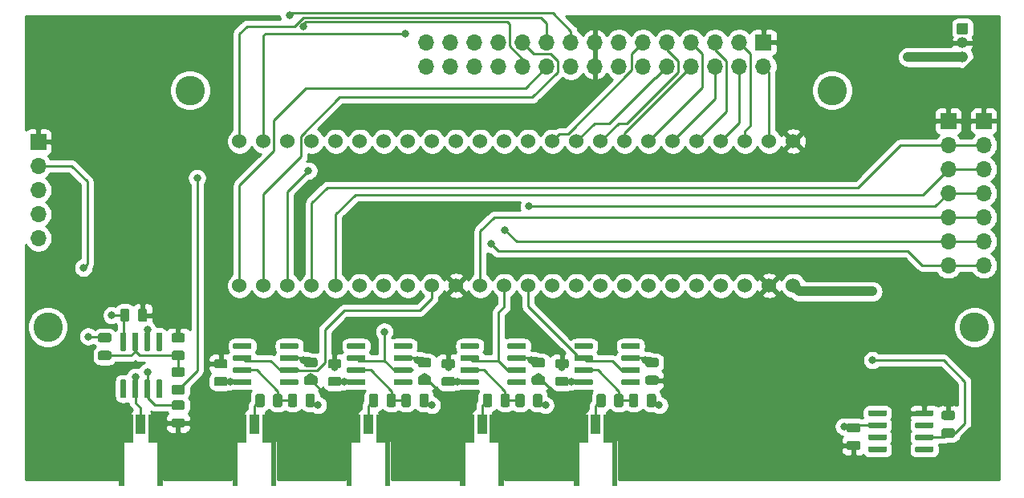
<source format=gtl>
G04 #@! TF.GenerationSoftware,KiCad,Pcbnew,5.1.5*
G04 #@! TF.CreationDate,2020-07-14T01:00:17+09:00*
G04 #@! TF.ProjectId,teabiscuits_compute,74656162-6973-4637-9569-74735f636f6d,rev?*
G04 #@! TF.SameCoordinates,Original*
G04 #@! TF.FileFunction,Copper,L1,Top*
G04 #@! TF.FilePolarity,Positive*
%FSLAX46Y46*%
G04 Gerber Fmt 4.6, Leading zero omitted, Abs format (unit mm)*
G04 Created by KiCad (PCBNEW 5.1.5) date 2020-07-14 01:00:17*
%MOMM*%
%LPD*%
G04 APERTURE LIST*
%ADD10C,0.100000*%
%ADD11R,1.100000X2.100000*%
%ADD12R,1.700000X1.700000*%
%ADD13O,1.700000X1.700000*%
%ADD14O,1.200000X1.200000*%
%ADD15C,1.524000*%
%ADD16C,3.110000*%
%ADD17C,0.800000*%
%ADD18C,0.250000*%
%ADD19C,1.000000*%
%ADD20C,0.254000*%
G04 APERTURE END LIST*
G04 #@! TA.AperFunction,SMDPad,CuDef*
D10*
G36*
X144980142Y-134638674D02*
G01*
X145003803Y-134642184D01*
X145027007Y-134647996D01*
X145049529Y-134656054D01*
X145071153Y-134666282D01*
X145091670Y-134678579D01*
X145110883Y-134692829D01*
X145128607Y-134708893D01*
X145144671Y-134726617D01*
X145158921Y-134745830D01*
X145171218Y-134766347D01*
X145181446Y-134787971D01*
X145189504Y-134810493D01*
X145195316Y-134833697D01*
X145198826Y-134857358D01*
X145200000Y-134881250D01*
X145200000Y-135368750D01*
X145198826Y-135392642D01*
X145195316Y-135416303D01*
X145189504Y-135439507D01*
X145181446Y-135462029D01*
X145171218Y-135483653D01*
X145158921Y-135504170D01*
X145144671Y-135523383D01*
X145128607Y-135541107D01*
X145110883Y-135557171D01*
X145091670Y-135571421D01*
X145071153Y-135583718D01*
X145049529Y-135593946D01*
X145027007Y-135602004D01*
X145003803Y-135607816D01*
X144980142Y-135611326D01*
X144956250Y-135612500D01*
X144043750Y-135612500D01*
X144019858Y-135611326D01*
X143996197Y-135607816D01*
X143972993Y-135602004D01*
X143950471Y-135593946D01*
X143928847Y-135583718D01*
X143908330Y-135571421D01*
X143889117Y-135557171D01*
X143871393Y-135541107D01*
X143855329Y-135523383D01*
X143841079Y-135504170D01*
X143828782Y-135483653D01*
X143818554Y-135462029D01*
X143810496Y-135439507D01*
X143804684Y-135416303D01*
X143801174Y-135392642D01*
X143800000Y-135368750D01*
X143800000Y-134881250D01*
X143801174Y-134857358D01*
X143804684Y-134833697D01*
X143810496Y-134810493D01*
X143818554Y-134787971D01*
X143828782Y-134766347D01*
X143841079Y-134745830D01*
X143855329Y-134726617D01*
X143871393Y-134708893D01*
X143889117Y-134692829D01*
X143908330Y-134678579D01*
X143928847Y-134666282D01*
X143950471Y-134656054D01*
X143972993Y-134647996D01*
X143996197Y-134642184D01*
X144019858Y-134638674D01*
X144043750Y-134637500D01*
X144956250Y-134637500D01*
X144980142Y-134638674D01*
G37*
G04 #@! TD.AperFunction*
G04 #@! TA.AperFunction,SMDPad,CuDef*
G36*
X144980142Y-136513674D02*
G01*
X145003803Y-136517184D01*
X145027007Y-136522996D01*
X145049529Y-136531054D01*
X145071153Y-136541282D01*
X145091670Y-136553579D01*
X145110883Y-136567829D01*
X145128607Y-136583893D01*
X145144671Y-136601617D01*
X145158921Y-136620830D01*
X145171218Y-136641347D01*
X145181446Y-136662971D01*
X145189504Y-136685493D01*
X145195316Y-136708697D01*
X145198826Y-136732358D01*
X145200000Y-136756250D01*
X145200000Y-137243750D01*
X145198826Y-137267642D01*
X145195316Y-137291303D01*
X145189504Y-137314507D01*
X145181446Y-137337029D01*
X145171218Y-137358653D01*
X145158921Y-137379170D01*
X145144671Y-137398383D01*
X145128607Y-137416107D01*
X145110883Y-137432171D01*
X145091670Y-137446421D01*
X145071153Y-137458718D01*
X145049529Y-137468946D01*
X145027007Y-137477004D01*
X145003803Y-137482816D01*
X144980142Y-137486326D01*
X144956250Y-137487500D01*
X144043750Y-137487500D01*
X144019858Y-137486326D01*
X143996197Y-137482816D01*
X143972993Y-137477004D01*
X143950471Y-137468946D01*
X143928847Y-137458718D01*
X143908330Y-137446421D01*
X143889117Y-137432171D01*
X143871393Y-137416107D01*
X143855329Y-137398383D01*
X143841079Y-137379170D01*
X143828782Y-137358653D01*
X143818554Y-137337029D01*
X143810496Y-137314507D01*
X143804684Y-137291303D01*
X143801174Y-137267642D01*
X143800000Y-137243750D01*
X143800000Y-136756250D01*
X143801174Y-136732358D01*
X143804684Y-136708697D01*
X143810496Y-136685493D01*
X143818554Y-136662971D01*
X143828782Y-136641347D01*
X143841079Y-136620830D01*
X143855329Y-136601617D01*
X143871393Y-136583893D01*
X143889117Y-136567829D01*
X143908330Y-136553579D01*
X143928847Y-136541282D01*
X143950471Y-136531054D01*
X143972993Y-136522996D01*
X143996197Y-136517184D01*
X144019858Y-136513674D01*
X144043750Y-136512500D01*
X144956250Y-136512500D01*
X144980142Y-136513674D01*
G37*
G04 #@! TD.AperFunction*
G04 #@! TA.AperFunction,SMDPad,CuDef*
G36*
X202614703Y-143855722D02*
G01*
X202629264Y-143857882D01*
X202643543Y-143861459D01*
X202657403Y-143866418D01*
X202670710Y-143872712D01*
X202683336Y-143880280D01*
X202695159Y-143889048D01*
X202706066Y-143898934D01*
X202715952Y-143909841D01*
X202724720Y-143921664D01*
X202732288Y-143934290D01*
X202738582Y-143947597D01*
X202743541Y-143961457D01*
X202747118Y-143975736D01*
X202749278Y-143990297D01*
X202750000Y-144005000D01*
X202750000Y-144305000D01*
X202749278Y-144319703D01*
X202747118Y-144334264D01*
X202743541Y-144348543D01*
X202738582Y-144362403D01*
X202732288Y-144375710D01*
X202724720Y-144388336D01*
X202715952Y-144400159D01*
X202706066Y-144411066D01*
X202695159Y-144420952D01*
X202683336Y-144429720D01*
X202670710Y-144437288D01*
X202657403Y-144443582D01*
X202643543Y-144448541D01*
X202629264Y-144452118D01*
X202614703Y-144454278D01*
X202600000Y-144455000D01*
X200950000Y-144455000D01*
X200935297Y-144454278D01*
X200920736Y-144452118D01*
X200906457Y-144448541D01*
X200892597Y-144443582D01*
X200879290Y-144437288D01*
X200866664Y-144429720D01*
X200854841Y-144420952D01*
X200843934Y-144411066D01*
X200834048Y-144400159D01*
X200825280Y-144388336D01*
X200817712Y-144375710D01*
X200811418Y-144362403D01*
X200806459Y-144348543D01*
X200802882Y-144334264D01*
X200800722Y-144319703D01*
X200800000Y-144305000D01*
X200800000Y-144005000D01*
X200800722Y-143990297D01*
X200802882Y-143975736D01*
X200806459Y-143961457D01*
X200811418Y-143947597D01*
X200817712Y-143934290D01*
X200825280Y-143921664D01*
X200834048Y-143909841D01*
X200843934Y-143898934D01*
X200854841Y-143889048D01*
X200866664Y-143880280D01*
X200879290Y-143872712D01*
X200892597Y-143866418D01*
X200906457Y-143861459D01*
X200920736Y-143857882D01*
X200935297Y-143855722D01*
X200950000Y-143855000D01*
X202600000Y-143855000D01*
X202614703Y-143855722D01*
G37*
G04 #@! TD.AperFunction*
G04 #@! TA.AperFunction,SMDPad,CuDef*
G36*
X202614703Y-142585722D02*
G01*
X202629264Y-142587882D01*
X202643543Y-142591459D01*
X202657403Y-142596418D01*
X202670710Y-142602712D01*
X202683336Y-142610280D01*
X202695159Y-142619048D01*
X202706066Y-142628934D01*
X202715952Y-142639841D01*
X202724720Y-142651664D01*
X202732288Y-142664290D01*
X202738582Y-142677597D01*
X202743541Y-142691457D01*
X202747118Y-142705736D01*
X202749278Y-142720297D01*
X202750000Y-142735000D01*
X202750000Y-143035000D01*
X202749278Y-143049703D01*
X202747118Y-143064264D01*
X202743541Y-143078543D01*
X202738582Y-143092403D01*
X202732288Y-143105710D01*
X202724720Y-143118336D01*
X202715952Y-143130159D01*
X202706066Y-143141066D01*
X202695159Y-143150952D01*
X202683336Y-143159720D01*
X202670710Y-143167288D01*
X202657403Y-143173582D01*
X202643543Y-143178541D01*
X202629264Y-143182118D01*
X202614703Y-143184278D01*
X202600000Y-143185000D01*
X200950000Y-143185000D01*
X200935297Y-143184278D01*
X200920736Y-143182118D01*
X200906457Y-143178541D01*
X200892597Y-143173582D01*
X200879290Y-143167288D01*
X200866664Y-143159720D01*
X200854841Y-143150952D01*
X200843934Y-143141066D01*
X200834048Y-143130159D01*
X200825280Y-143118336D01*
X200817712Y-143105710D01*
X200811418Y-143092403D01*
X200806459Y-143078543D01*
X200802882Y-143064264D01*
X200800722Y-143049703D01*
X200800000Y-143035000D01*
X200800000Y-142735000D01*
X200800722Y-142720297D01*
X200802882Y-142705736D01*
X200806459Y-142691457D01*
X200811418Y-142677597D01*
X200817712Y-142664290D01*
X200825280Y-142651664D01*
X200834048Y-142639841D01*
X200843934Y-142628934D01*
X200854841Y-142619048D01*
X200866664Y-142610280D01*
X200879290Y-142602712D01*
X200892597Y-142596418D01*
X200906457Y-142591459D01*
X200920736Y-142587882D01*
X200935297Y-142585722D01*
X200950000Y-142585000D01*
X202600000Y-142585000D01*
X202614703Y-142585722D01*
G37*
G04 #@! TD.AperFunction*
G04 #@! TA.AperFunction,SMDPad,CuDef*
G36*
X202614703Y-141315722D02*
G01*
X202629264Y-141317882D01*
X202643543Y-141321459D01*
X202657403Y-141326418D01*
X202670710Y-141332712D01*
X202683336Y-141340280D01*
X202695159Y-141349048D01*
X202706066Y-141358934D01*
X202715952Y-141369841D01*
X202724720Y-141381664D01*
X202732288Y-141394290D01*
X202738582Y-141407597D01*
X202743541Y-141421457D01*
X202747118Y-141435736D01*
X202749278Y-141450297D01*
X202750000Y-141465000D01*
X202750000Y-141765000D01*
X202749278Y-141779703D01*
X202747118Y-141794264D01*
X202743541Y-141808543D01*
X202738582Y-141822403D01*
X202732288Y-141835710D01*
X202724720Y-141848336D01*
X202715952Y-141860159D01*
X202706066Y-141871066D01*
X202695159Y-141880952D01*
X202683336Y-141889720D01*
X202670710Y-141897288D01*
X202657403Y-141903582D01*
X202643543Y-141908541D01*
X202629264Y-141912118D01*
X202614703Y-141914278D01*
X202600000Y-141915000D01*
X200950000Y-141915000D01*
X200935297Y-141914278D01*
X200920736Y-141912118D01*
X200906457Y-141908541D01*
X200892597Y-141903582D01*
X200879290Y-141897288D01*
X200866664Y-141889720D01*
X200854841Y-141880952D01*
X200843934Y-141871066D01*
X200834048Y-141860159D01*
X200825280Y-141848336D01*
X200817712Y-141835710D01*
X200811418Y-141822403D01*
X200806459Y-141808543D01*
X200802882Y-141794264D01*
X200800722Y-141779703D01*
X200800000Y-141765000D01*
X200800000Y-141465000D01*
X200800722Y-141450297D01*
X200802882Y-141435736D01*
X200806459Y-141421457D01*
X200811418Y-141407597D01*
X200817712Y-141394290D01*
X200825280Y-141381664D01*
X200834048Y-141369841D01*
X200843934Y-141358934D01*
X200854841Y-141349048D01*
X200866664Y-141340280D01*
X200879290Y-141332712D01*
X200892597Y-141326418D01*
X200906457Y-141321459D01*
X200920736Y-141317882D01*
X200935297Y-141315722D01*
X200950000Y-141315000D01*
X202600000Y-141315000D01*
X202614703Y-141315722D01*
G37*
G04 #@! TD.AperFunction*
G04 #@! TA.AperFunction,SMDPad,CuDef*
G36*
X202614703Y-140045722D02*
G01*
X202629264Y-140047882D01*
X202643543Y-140051459D01*
X202657403Y-140056418D01*
X202670710Y-140062712D01*
X202683336Y-140070280D01*
X202695159Y-140079048D01*
X202706066Y-140088934D01*
X202715952Y-140099841D01*
X202724720Y-140111664D01*
X202732288Y-140124290D01*
X202738582Y-140137597D01*
X202743541Y-140151457D01*
X202747118Y-140165736D01*
X202749278Y-140180297D01*
X202750000Y-140195000D01*
X202750000Y-140495000D01*
X202749278Y-140509703D01*
X202747118Y-140524264D01*
X202743541Y-140538543D01*
X202738582Y-140552403D01*
X202732288Y-140565710D01*
X202724720Y-140578336D01*
X202715952Y-140590159D01*
X202706066Y-140601066D01*
X202695159Y-140610952D01*
X202683336Y-140619720D01*
X202670710Y-140627288D01*
X202657403Y-140633582D01*
X202643543Y-140638541D01*
X202629264Y-140642118D01*
X202614703Y-140644278D01*
X202600000Y-140645000D01*
X200950000Y-140645000D01*
X200935297Y-140644278D01*
X200920736Y-140642118D01*
X200906457Y-140638541D01*
X200892597Y-140633582D01*
X200879290Y-140627288D01*
X200866664Y-140619720D01*
X200854841Y-140610952D01*
X200843934Y-140601066D01*
X200834048Y-140590159D01*
X200825280Y-140578336D01*
X200817712Y-140565710D01*
X200811418Y-140552403D01*
X200806459Y-140538543D01*
X200802882Y-140524264D01*
X200800722Y-140509703D01*
X200800000Y-140495000D01*
X200800000Y-140195000D01*
X200800722Y-140180297D01*
X200802882Y-140165736D01*
X200806459Y-140151457D01*
X200811418Y-140137597D01*
X200817712Y-140124290D01*
X200825280Y-140111664D01*
X200834048Y-140099841D01*
X200843934Y-140088934D01*
X200854841Y-140079048D01*
X200866664Y-140070280D01*
X200879290Y-140062712D01*
X200892597Y-140056418D01*
X200906457Y-140051459D01*
X200920736Y-140047882D01*
X200935297Y-140045722D01*
X200950000Y-140045000D01*
X202600000Y-140045000D01*
X202614703Y-140045722D01*
G37*
G04 #@! TD.AperFunction*
G04 #@! TA.AperFunction,SMDPad,CuDef*
G36*
X207564703Y-140045722D02*
G01*
X207579264Y-140047882D01*
X207593543Y-140051459D01*
X207607403Y-140056418D01*
X207620710Y-140062712D01*
X207633336Y-140070280D01*
X207645159Y-140079048D01*
X207656066Y-140088934D01*
X207665952Y-140099841D01*
X207674720Y-140111664D01*
X207682288Y-140124290D01*
X207688582Y-140137597D01*
X207693541Y-140151457D01*
X207697118Y-140165736D01*
X207699278Y-140180297D01*
X207700000Y-140195000D01*
X207700000Y-140495000D01*
X207699278Y-140509703D01*
X207697118Y-140524264D01*
X207693541Y-140538543D01*
X207688582Y-140552403D01*
X207682288Y-140565710D01*
X207674720Y-140578336D01*
X207665952Y-140590159D01*
X207656066Y-140601066D01*
X207645159Y-140610952D01*
X207633336Y-140619720D01*
X207620710Y-140627288D01*
X207607403Y-140633582D01*
X207593543Y-140638541D01*
X207579264Y-140642118D01*
X207564703Y-140644278D01*
X207550000Y-140645000D01*
X205900000Y-140645000D01*
X205885297Y-140644278D01*
X205870736Y-140642118D01*
X205856457Y-140638541D01*
X205842597Y-140633582D01*
X205829290Y-140627288D01*
X205816664Y-140619720D01*
X205804841Y-140610952D01*
X205793934Y-140601066D01*
X205784048Y-140590159D01*
X205775280Y-140578336D01*
X205767712Y-140565710D01*
X205761418Y-140552403D01*
X205756459Y-140538543D01*
X205752882Y-140524264D01*
X205750722Y-140509703D01*
X205750000Y-140495000D01*
X205750000Y-140195000D01*
X205750722Y-140180297D01*
X205752882Y-140165736D01*
X205756459Y-140151457D01*
X205761418Y-140137597D01*
X205767712Y-140124290D01*
X205775280Y-140111664D01*
X205784048Y-140099841D01*
X205793934Y-140088934D01*
X205804841Y-140079048D01*
X205816664Y-140070280D01*
X205829290Y-140062712D01*
X205842597Y-140056418D01*
X205856457Y-140051459D01*
X205870736Y-140047882D01*
X205885297Y-140045722D01*
X205900000Y-140045000D01*
X207550000Y-140045000D01*
X207564703Y-140045722D01*
G37*
G04 #@! TD.AperFunction*
G04 #@! TA.AperFunction,SMDPad,CuDef*
G36*
X207564703Y-141315722D02*
G01*
X207579264Y-141317882D01*
X207593543Y-141321459D01*
X207607403Y-141326418D01*
X207620710Y-141332712D01*
X207633336Y-141340280D01*
X207645159Y-141349048D01*
X207656066Y-141358934D01*
X207665952Y-141369841D01*
X207674720Y-141381664D01*
X207682288Y-141394290D01*
X207688582Y-141407597D01*
X207693541Y-141421457D01*
X207697118Y-141435736D01*
X207699278Y-141450297D01*
X207700000Y-141465000D01*
X207700000Y-141765000D01*
X207699278Y-141779703D01*
X207697118Y-141794264D01*
X207693541Y-141808543D01*
X207688582Y-141822403D01*
X207682288Y-141835710D01*
X207674720Y-141848336D01*
X207665952Y-141860159D01*
X207656066Y-141871066D01*
X207645159Y-141880952D01*
X207633336Y-141889720D01*
X207620710Y-141897288D01*
X207607403Y-141903582D01*
X207593543Y-141908541D01*
X207579264Y-141912118D01*
X207564703Y-141914278D01*
X207550000Y-141915000D01*
X205900000Y-141915000D01*
X205885297Y-141914278D01*
X205870736Y-141912118D01*
X205856457Y-141908541D01*
X205842597Y-141903582D01*
X205829290Y-141897288D01*
X205816664Y-141889720D01*
X205804841Y-141880952D01*
X205793934Y-141871066D01*
X205784048Y-141860159D01*
X205775280Y-141848336D01*
X205767712Y-141835710D01*
X205761418Y-141822403D01*
X205756459Y-141808543D01*
X205752882Y-141794264D01*
X205750722Y-141779703D01*
X205750000Y-141765000D01*
X205750000Y-141465000D01*
X205750722Y-141450297D01*
X205752882Y-141435736D01*
X205756459Y-141421457D01*
X205761418Y-141407597D01*
X205767712Y-141394290D01*
X205775280Y-141381664D01*
X205784048Y-141369841D01*
X205793934Y-141358934D01*
X205804841Y-141349048D01*
X205816664Y-141340280D01*
X205829290Y-141332712D01*
X205842597Y-141326418D01*
X205856457Y-141321459D01*
X205870736Y-141317882D01*
X205885297Y-141315722D01*
X205900000Y-141315000D01*
X207550000Y-141315000D01*
X207564703Y-141315722D01*
G37*
G04 #@! TD.AperFunction*
G04 #@! TA.AperFunction,SMDPad,CuDef*
G36*
X207564703Y-142585722D02*
G01*
X207579264Y-142587882D01*
X207593543Y-142591459D01*
X207607403Y-142596418D01*
X207620710Y-142602712D01*
X207633336Y-142610280D01*
X207645159Y-142619048D01*
X207656066Y-142628934D01*
X207665952Y-142639841D01*
X207674720Y-142651664D01*
X207682288Y-142664290D01*
X207688582Y-142677597D01*
X207693541Y-142691457D01*
X207697118Y-142705736D01*
X207699278Y-142720297D01*
X207700000Y-142735000D01*
X207700000Y-143035000D01*
X207699278Y-143049703D01*
X207697118Y-143064264D01*
X207693541Y-143078543D01*
X207688582Y-143092403D01*
X207682288Y-143105710D01*
X207674720Y-143118336D01*
X207665952Y-143130159D01*
X207656066Y-143141066D01*
X207645159Y-143150952D01*
X207633336Y-143159720D01*
X207620710Y-143167288D01*
X207607403Y-143173582D01*
X207593543Y-143178541D01*
X207579264Y-143182118D01*
X207564703Y-143184278D01*
X207550000Y-143185000D01*
X205900000Y-143185000D01*
X205885297Y-143184278D01*
X205870736Y-143182118D01*
X205856457Y-143178541D01*
X205842597Y-143173582D01*
X205829290Y-143167288D01*
X205816664Y-143159720D01*
X205804841Y-143150952D01*
X205793934Y-143141066D01*
X205784048Y-143130159D01*
X205775280Y-143118336D01*
X205767712Y-143105710D01*
X205761418Y-143092403D01*
X205756459Y-143078543D01*
X205752882Y-143064264D01*
X205750722Y-143049703D01*
X205750000Y-143035000D01*
X205750000Y-142735000D01*
X205750722Y-142720297D01*
X205752882Y-142705736D01*
X205756459Y-142691457D01*
X205761418Y-142677597D01*
X205767712Y-142664290D01*
X205775280Y-142651664D01*
X205784048Y-142639841D01*
X205793934Y-142628934D01*
X205804841Y-142619048D01*
X205816664Y-142610280D01*
X205829290Y-142602712D01*
X205842597Y-142596418D01*
X205856457Y-142591459D01*
X205870736Y-142587882D01*
X205885297Y-142585722D01*
X205900000Y-142585000D01*
X207550000Y-142585000D01*
X207564703Y-142585722D01*
G37*
G04 #@! TD.AperFunction*
G04 #@! TA.AperFunction,SMDPad,CuDef*
G36*
X207564703Y-143855722D02*
G01*
X207579264Y-143857882D01*
X207593543Y-143861459D01*
X207607403Y-143866418D01*
X207620710Y-143872712D01*
X207633336Y-143880280D01*
X207645159Y-143889048D01*
X207656066Y-143898934D01*
X207665952Y-143909841D01*
X207674720Y-143921664D01*
X207682288Y-143934290D01*
X207688582Y-143947597D01*
X207693541Y-143961457D01*
X207697118Y-143975736D01*
X207699278Y-143990297D01*
X207700000Y-144005000D01*
X207700000Y-144305000D01*
X207699278Y-144319703D01*
X207697118Y-144334264D01*
X207693541Y-144348543D01*
X207688582Y-144362403D01*
X207682288Y-144375710D01*
X207674720Y-144388336D01*
X207665952Y-144400159D01*
X207656066Y-144411066D01*
X207645159Y-144420952D01*
X207633336Y-144429720D01*
X207620710Y-144437288D01*
X207607403Y-144443582D01*
X207593543Y-144448541D01*
X207579264Y-144452118D01*
X207564703Y-144454278D01*
X207550000Y-144455000D01*
X205900000Y-144455000D01*
X205885297Y-144454278D01*
X205870736Y-144452118D01*
X205856457Y-144448541D01*
X205842597Y-144443582D01*
X205829290Y-144437288D01*
X205816664Y-144429720D01*
X205804841Y-144420952D01*
X205793934Y-144411066D01*
X205784048Y-144400159D01*
X205775280Y-144388336D01*
X205767712Y-144375710D01*
X205761418Y-144362403D01*
X205756459Y-144348543D01*
X205752882Y-144334264D01*
X205750722Y-144319703D01*
X205750000Y-144305000D01*
X205750000Y-144005000D01*
X205750722Y-143990297D01*
X205752882Y-143975736D01*
X205756459Y-143961457D01*
X205761418Y-143947597D01*
X205767712Y-143934290D01*
X205775280Y-143921664D01*
X205784048Y-143909841D01*
X205793934Y-143898934D01*
X205804841Y-143889048D01*
X205816664Y-143880280D01*
X205829290Y-143872712D01*
X205842597Y-143866418D01*
X205856457Y-143861459D01*
X205870736Y-143857882D01*
X205885297Y-143855722D01*
X205900000Y-143855000D01*
X207550000Y-143855000D01*
X207564703Y-143855722D01*
G37*
G04 #@! TD.AperFunction*
G04 #@! TA.AperFunction,SMDPad,CuDef*
G36*
X199730142Y-143263674D02*
G01*
X199753803Y-143267184D01*
X199777007Y-143272996D01*
X199799529Y-143281054D01*
X199821153Y-143291282D01*
X199841670Y-143303579D01*
X199860883Y-143317829D01*
X199878607Y-143333893D01*
X199894671Y-143351617D01*
X199908921Y-143370830D01*
X199921218Y-143391347D01*
X199931446Y-143412971D01*
X199939504Y-143435493D01*
X199945316Y-143458697D01*
X199948826Y-143482358D01*
X199950000Y-143506250D01*
X199950000Y-143993750D01*
X199948826Y-144017642D01*
X199945316Y-144041303D01*
X199939504Y-144064507D01*
X199931446Y-144087029D01*
X199921218Y-144108653D01*
X199908921Y-144129170D01*
X199894671Y-144148383D01*
X199878607Y-144166107D01*
X199860883Y-144182171D01*
X199841670Y-144196421D01*
X199821153Y-144208718D01*
X199799529Y-144218946D01*
X199777007Y-144227004D01*
X199753803Y-144232816D01*
X199730142Y-144236326D01*
X199706250Y-144237500D01*
X198793750Y-144237500D01*
X198769858Y-144236326D01*
X198746197Y-144232816D01*
X198722993Y-144227004D01*
X198700471Y-144218946D01*
X198678847Y-144208718D01*
X198658330Y-144196421D01*
X198639117Y-144182171D01*
X198621393Y-144166107D01*
X198605329Y-144148383D01*
X198591079Y-144129170D01*
X198578782Y-144108653D01*
X198568554Y-144087029D01*
X198560496Y-144064507D01*
X198554684Y-144041303D01*
X198551174Y-144017642D01*
X198550000Y-143993750D01*
X198550000Y-143506250D01*
X198551174Y-143482358D01*
X198554684Y-143458697D01*
X198560496Y-143435493D01*
X198568554Y-143412971D01*
X198578782Y-143391347D01*
X198591079Y-143370830D01*
X198605329Y-143351617D01*
X198621393Y-143333893D01*
X198639117Y-143317829D01*
X198658330Y-143303579D01*
X198678847Y-143291282D01*
X198700471Y-143281054D01*
X198722993Y-143272996D01*
X198746197Y-143267184D01*
X198769858Y-143263674D01*
X198793750Y-143262500D01*
X199706250Y-143262500D01*
X199730142Y-143263674D01*
G37*
G04 #@! TD.AperFunction*
G04 #@! TA.AperFunction,SMDPad,CuDef*
G36*
X199730142Y-141388674D02*
G01*
X199753803Y-141392184D01*
X199777007Y-141397996D01*
X199799529Y-141406054D01*
X199821153Y-141416282D01*
X199841670Y-141428579D01*
X199860883Y-141442829D01*
X199878607Y-141458893D01*
X199894671Y-141476617D01*
X199908921Y-141495830D01*
X199921218Y-141516347D01*
X199931446Y-141537971D01*
X199939504Y-141560493D01*
X199945316Y-141583697D01*
X199948826Y-141607358D01*
X199950000Y-141631250D01*
X199950000Y-142118750D01*
X199948826Y-142142642D01*
X199945316Y-142166303D01*
X199939504Y-142189507D01*
X199931446Y-142212029D01*
X199921218Y-142233653D01*
X199908921Y-142254170D01*
X199894671Y-142273383D01*
X199878607Y-142291107D01*
X199860883Y-142307171D01*
X199841670Y-142321421D01*
X199821153Y-142333718D01*
X199799529Y-142343946D01*
X199777007Y-142352004D01*
X199753803Y-142357816D01*
X199730142Y-142361326D01*
X199706250Y-142362500D01*
X198793750Y-142362500D01*
X198769858Y-142361326D01*
X198746197Y-142357816D01*
X198722993Y-142352004D01*
X198700471Y-142343946D01*
X198678847Y-142333718D01*
X198658330Y-142321421D01*
X198639117Y-142307171D01*
X198621393Y-142291107D01*
X198605329Y-142273383D01*
X198591079Y-142254170D01*
X198578782Y-142233653D01*
X198568554Y-142212029D01*
X198560496Y-142189507D01*
X198554684Y-142166303D01*
X198551174Y-142142642D01*
X198550000Y-142118750D01*
X198550000Y-141631250D01*
X198551174Y-141607358D01*
X198554684Y-141583697D01*
X198560496Y-141560493D01*
X198568554Y-141537971D01*
X198578782Y-141516347D01*
X198591079Y-141495830D01*
X198605329Y-141476617D01*
X198621393Y-141458893D01*
X198639117Y-141442829D01*
X198658330Y-141428579D01*
X198678847Y-141416282D01*
X198700471Y-141406054D01*
X198722993Y-141397996D01*
X198746197Y-141392184D01*
X198769858Y-141388674D01*
X198793750Y-141387500D01*
X199706250Y-141387500D01*
X199730142Y-141388674D01*
G37*
G04 #@! TD.AperFunction*
G04 #@! TA.AperFunction,SMDPad,CuDef*
G36*
X209730142Y-140076174D02*
G01*
X209753803Y-140079684D01*
X209777007Y-140085496D01*
X209799529Y-140093554D01*
X209821153Y-140103782D01*
X209841670Y-140116079D01*
X209860883Y-140130329D01*
X209878607Y-140146393D01*
X209894671Y-140164117D01*
X209908921Y-140183330D01*
X209921218Y-140203847D01*
X209931446Y-140225471D01*
X209939504Y-140247993D01*
X209945316Y-140271197D01*
X209948826Y-140294858D01*
X209950000Y-140318750D01*
X209950000Y-140806250D01*
X209948826Y-140830142D01*
X209945316Y-140853803D01*
X209939504Y-140877007D01*
X209931446Y-140899529D01*
X209921218Y-140921153D01*
X209908921Y-140941670D01*
X209894671Y-140960883D01*
X209878607Y-140978607D01*
X209860883Y-140994671D01*
X209841670Y-141008921D01*
X209821153Y-141021218D01*
X209799529Y-141031446D01*
X209777007Y-141039504D01*
X209753803Y-141045316D01*
X209730142Y-141048826D01*
X209706250Y-141050000D01*
X208793750Y-141050000D01*
X208769858Y-141048826D01*
X208746197Y-141045316D01*
X208722993Y-141039504D01*
X208700471Y-141031446D01*
X208678847Y-141021218D01*
X208658330Y-141008921D01*
X208639117Y-140994671D01*
X208621393Y-140978607D01*
X208605329Y-140960883D01*
X208591079Y-140941670D01*
X208578782Y-140921153D01*
X208568554Y-140899529D01*
X208560496Y-140877007D01*
X208554684Y-140853803D01*
X208551174Y-140830142D01*
X208550000Y-140806250D01*
X208550000Y-140318750D01*
X208551174Y-140294858D01*
X208554684Y-140271197D01*
X208560496Y-140247993D01*
X208568554Y-140225471D01*
X208578782Y-140203847D01*
X208591079Y-140183330D01*
X208605329Y-140164117D01*
X208621393Y-140146393D01*
X208639117Y-140130329D01*
X208658330Y-140116079D01*
X208678847Y-140103782D01*
X208700471Y-140093554D01*
X208722993Y-140085496D01*
X208746197Y-140079684D01*
X208769858Y-140076174D01*
X208793750Y-140075000D01*
X209706250Y-140075000D01*
X209730142Y-140076174D01*
G37*
G04 #@! TD.AperFunction*
G04 #@! TA.AperFunction,SMDPad,CuDef*
G36*
X209730142Y-141951174D02*
G01*
X209753803Y-141954684D01*
X209777007Y-141960496D01*
X209799529Y-141968554D01*
X209821153Y-141978782D01*
X209841670Y-141991079D01*
X209860883Y-142005329D01*
X209878607Y-142021393D01*
X209894671Y-142039117D01*
X209908921Y-142058330D01*
X209921218Y-142078847D01*
X209931446Y-142100471D01*
X209939504Y-142122993D01*
X209945316Y-142146197D01*
X209948826Y-142169858D01*
X209950000Y-142193750D01*
X209950000Y-142681250D01*
X209948826Y-142705142D01*
X209945316Y-142728803D01*
X209939504Y-142752007D01*
X209931446Y-142774529D01*
X209921218Y-142796153D01*
X209908921Y-142816670D01*
X209894671Y-142835883D01*
X209878607Y-142853607D01*
X209860883Y-142869671D01*
X209841670Y-142883921D01*
X209821153Y-142896218D01*
X209799529Y-142906446D01*
X209777007Y-142914504D01*
X209753803Y-142920316D01*
X209730142Y-142923826D01*
X209706250Y-142925000D01*
X208793750Y-142925000D01*
X208769858Y-142923826D01*
X208746197Y-142920316D01*
X208722993Y-142914504D01*
X208700471Y-142906446D01*
X208678847Y-142896218D01*
X208658330Y-142883921D01*
X208639117Y-142869671D01*
X208621393Y-142853607D01*
X208605329Y-142835883D01*
X208591079Y-142816670D01*
X208578782Y-142796153D01*
X208568554Y-142774529D01*
X208560496Y-142752007D01*
X208554684Y-142728803D01*
X208551174Y-142705142D01*
X208550000Y-142681250D01*
X208550000Y-142193750D01*
X208551174Y-142169858D01*
X208554684Y-142146197D01*
X208560496Y-142122993D01*
X208568554Y-142100471D01*
X208578782Y-142078847D01*
X208591079Y-142058330D01*
X208605329Y-142039117D01*
X208621393Y-142021393D01*
X208639117Y-142005329D01*
X208658330Y-141991079D01*
X208678847Y-141978782D01*
X208700471Y-141968554D01*
X208722993Y-141960496D01*
X208746197Y-141954684D01*
X208769858Y-141951174D01*
X208793750Y-141950000D01*
X209706250Y-141950000D01*
X209730142Y-141951174D01*
G37*
G04 #@! TD.AperFunction*
G04 #@! TA.AperFunction,SMDPad,CuDef*
G36*
X178205142Y-138301174D02*
G01*
X178228803Y-138304684D01*
X178252007Y-138310496D01*
X178274529Y-138318554D01*
X178296153Y-138328782D01*
X178316670Y-138341079D01*
X178335883Y-138355329D01*
X178353607Y-138371393D01*
X178369671Y-138389117D01*
X178383921Y-138408330D01*
X178396218Y-138428847D01*
X178406446Y-138450471D01*
X178414504Y-138472993D01*
X178420316Y-138496197D01*
X178423826Y-138519858D01*
X178425000Y-138543750D01*
X178425000Y-139456250D01*
X178423826Y-139480142D01*
X178420316Y-139503803D01*
X178414504Y-139527007D01*
X178406446Y-139549529D01*
X178396218Y-139571153D01*
X178383921Y-139591670D01*
X178369671Y-139610883D01*
X178353607Y-139628607D01*
X178335883Y-139644671D01*
X178316670Y-139658921D01*
X178296153Y-139671218D01*
X178274529Y-139681446D01*
X178252007Y-139689504D01*
X178228803Y-139695316D01*
X178205142Y-139698826D01*
X178181250Y-139700000D01*
X177693750Y-139700000D01*
X177669858Y-139698826D01*
X177646197Y-139695316D01*
X177622993Y-139689504D01*
X177600471Y-139681446D01*
X177578847Y-139671218D01*
X177558330Y-139658921D01*
X177539117Y-139644671D01*
X177521393Y-139628607D01*
X177505329Y-139610883D01*
X177491079Y-139591670D01*
X177478782Y-139571153D01*
X177468554Y-139549529D01*
X177460496Y-139527007D01*
X177454684Y-139503803D01*
X177451174Y-139480142D01*
X177450000Y-139456250D01*
X177450000Y-138543750D01*
X177451174Y-138519858D01*
X177454684Y-138496197D01*
X177460496Y-138472993D01*
X177468554Y-138450471D01*
X177478782Y-138428847D01*
X177491079Y-138408330D01*
X177505329Y-138389117D01*
X177521393Y-138371393D01*
X177539117Y-138355329D01*
X177558330Y-138341079D01*
X177578847Y-138328782D01*
X177600471Y-138318554D01*
X177622993Y-138310496D01*
X177646197Y-138304684D01*
X177669858Y-138301174D01*
X177693750Y-138300000D01*
X178181250Y-138300000D01*
X178205142Y-138301174D01*
G37*
G04 #@! TD.AperFunction*
G04 #@! TA.AperFunction,SMDPad,CuDef*
G36*
X176330142Y-138301174D02*
G01*
X176353803Y-138304684D01*
X176377007Y-138310496D01*
X176399529Y-138318554D01*
X176421153Y-138328782D01*
X176441670Y-138341079D01*
X176460883Y-138355329D01*
X176478607Y-138371393D01*
X176494671Y-138389117D01*
X176508921Y-138408330D01*
X176521218Y-138428847D01*
X176531446Y-138450471D01*
X176539504Y-138472993D01*
X176545316Y-138496197D01*
X176548826Y-138519858D01*
X176550000Y-138543750D01*
X176550000Y-139456250D01*
X176548826Y-139480142D01*
X176545316Y-139503803D01*
X176539504Y-139527007D01*
X176531446Y-139549529D01*
X176521218Y-139571153D01*
X176508921Y-139591670D01*
X176494671Y-139610883D01*
X176478607Y-139628607D01*
X176460883Y-139644671D01*
X176441670Y-139658921D01*
X176421153Y-139671218D01*
X176399529Y-139681446D01*
X176377007Y-139689504D01*
X176353803Y-139695316D01*
X176330142Y-139698826D01*
X176306250Y-139700000D01*
X175818750Y-139700000D01*
X175794858Y-139698826D01*
X175771197Y-139695316D01*
X175747993Y-139689504D01*
X175725471Y-139681446D01*
X175703847Y-139671218D01*
X175683330Y-139658921D01*
X175664117Y-139644671D01*
X175646393Y-139628607D01*
X175630329Y-139610883D01*
X175616079Y-139591670D01*
X175603782Y-139571153D01*
X175593554Y-139549529D01*
X175585496Y-139527007D01*
X175579684Y-139503803D01*
X175576174Y-139480142D01*
X175575000Y-139456250D01*
X175575000Y-138543750D01*
X175576174Y-138519858D01*
X175579684Y-138496197D01*
X175585496Y-138472993D01*
X175593554Y-138450471D01*
X175603782Y-138428847D01*
X175616079Y-138408330D01*
X175630329Y-138389117D01*
X175646393Y-138371393D01*
X175664117Y-138355329D01*
X175683330Y-138341079D01*
X175703847Y-138328782D01*
X175725471Y-138318554D01*
X175747993Y-138310496D01*
X175771197Y-138304684D01*
X175794858Y-138301174D01*
X175818750Y-138300000D01*
X176306250Y-138300000D01*
X176330142Y-138301174D01*
G37*
G04 #@! TD.AperFunction*
G04 #@! TA.AperFunction,SMDPad,CuDef*
G36*
X166205142Y-138301174D02*
G01*
X166228803Y-138304684D01*
X166252007Y-138310496D01*
X166274529Y-138318554D01*
X166296153Y-138328782D01*
X166316670Y-138341079D01*
X166335883Y-138355329D01*
X166353607Y-138371393D01*
X166369671Y-138389117D01*
X166383921Y-138408330D01*
X166396218Y-138428847D01*
X166406446Y-138450471D01*
X166414504Y-138472993D01*
X166420316Y-138496197D01*
X166423826Y-138519858D01*
X166425000Y-138543750D01*
X166425000Y-139456250D01*
X166423826Y-139480142D01*
X166420316Y-139503803D01*
X166414504Y-139527007D01*
X166406446Y-139549529D01*
X166396218Y-139571153D01*
X166383921Y-139591670D01*
X166369671Y-139610883D01*
X166353607Y-139628607D01*
X166335883Y-139644671D01*
X166316670Y-139658921D01*
X166296153Y-139671218D01*
X166274529Y-139681446D01*
X166252007Y-139689504D01*
X166228803Y-139695316D01*
X166205142Y-139698826D01*
X166181250Y-139700000D01*
X165693750Y-139700000D01*
X165669858Y-139698826D01*
X165646197Y-139695316D01*
X165622993Y-139689504D01*
X165600471Y-139681446D01*
X165578847Y-139671218D01*
X165558330Y-139658921D01*
X165539117Y-139644671D01*
X165521393Y-139628607D01*
X165505329Y-139610883D01*
X165491079Y-139591670D01*
X165478782Y-139571153D01*
X165468554Y-139549529D01*
X165460496Y-139527007D01*
X165454684Y-139503803D01*
X165451174Y-139480142D01*
X165450000Y-139456250D01*
X165450000Y-138543750D01*
X165451174Y-138519858D01*
X165454684Y-138496197D01*
X165460496Y-138472993D01*
X165468554Y-138450471D01*
X165478782Y-138428847D01*
X165491079Y-138408330D01*
X165505329Y-138389117D01*
X165521393Y-138371393D01*
X165539117Y-138355329D01*
X165558330Y-138341079D01*
X165578847Y-138328782D01*
X165600471Y-138318554D01*
X165622993Y-138310496D01*
X165646197Y-138304684D01*
X165669858Y-138301174D01*
X165693750Y-138300000D01*
X166181250Y-138300000D01*
X166205142Y-138301174D01*
G37*
G04 #@! TD.AperFunction*
G04 #@! TA.AperFunction,SMDPad,CuDef*
G36*
X164330142Y-138301174D02*
G01*
X164353803Y-138304684D01*
X164377007Y-138310496D01*
X164399529Y-138318554D01*
X164421153Y-138328782D01*
X164441670Y-138341079D01*
X164460883Y-138355329D01*
X164478607Y-138371393D01*
X164494671Y-138389117D01*
X164508921Y-138408330D01*
X164521218Y-138428847D01*
X164531446Y-138450471D01*
X164539504Y-138472993D01*
X164545316Y-138496197D01*
X164548826Y-138519858D01*
X164550000Y-138543750D01*
X164550000Y-139456250D01*
X164548826Y-139480142D01*
X164545316Y-139503803D01*
X164539504Y-139527007D01*
X164531446Y-139549529D01*
X164521218Y-139571153D01*
X164508921Y-139591670D01*
X164494671Y-139610883D01*
X164478607Y-139628607D01*
X164460883Y-139644671D01*
X164441670Y-139658921D01*
X164421153Y-139671218D01*
X164399529Y-139681446D01*
X164377007Y-139689504D01*
X164353803Y-139695316D01*
X164330142Y-139698826D01*
X164306250Y-139700000D01*
X163818750Y-139700000D01*
X163794858Y-139698826D01*
X163771197Y-139695316D01*
X163747993Y-139689504D01*
X163725471Y-139681446D01*
X163703847Y-139671218D01*
X163683330Y-139658921D01*
X163664117Y-139644671D01*
X163646393Y-139628607D01*
X163630329Y-139610883D01*
X163616079Y-139591670D01*
X163603782Y-139571153D01*
X163593554Y-139549529D01*
X163585496Y-139527007D01*
X163579684Y-139503803D01*
X163576174Y-139480142D01*
X163575000Y-139456250D01*
X163575000Y-138543750D01*
X163576174Y-138519858D01*
X163579684Y-138496197D01*
X163585496Y-138472993D01*
X163593554Y-138450471D01*
X163603782Y-138428847D01*
X163616079Y-138408330D01*
X163630329Y-138389117D01*
X163646393Y-138371393D01*
X163664117Y-138355329D01*
X163683330Y-138341079D01*
X163703847Y-138328782D01*
X163725471Y-138318554D01*
X163747993Y-138310496D01*
X163771197Y-138304684D01*
X163794858Y-138301174D01*
X163818750Y-138300000D01*
X164306250Y-138300000D01*
X164330142Y-138301174D01*
G37*
G04 #@! TD.AperFunction*
G04 #@! TA.AperFunction,SMDPad,CuDef*
G36*
X154205142Y-138301174D02*
G01*
X154228803Y-138304684D01*
X154252007Y-138310496D01*
X154274529Y-138318554D01*
X154296153Y-138328782D01*
X154316670Y-138341079D01*
X154335883Y-138355329D01*
X154353607Y-138371393D01*
X154369671Y-138389117D01*
X154383921Y-138408330D01*
X154396218Y-138428847D01*
X154406446Y-138450471D01*
X154414504Y-138472993D01*
X154420316Y-138496197D01*
X154423826Y-138519858D01*
X154425000Y-138543750D01*
X154425000Y-139456250D01*
X154423826Y-139480142D01*
X154420316Y-139503803D01*
X154414504Y-139527007D01*
X154406446Y-139549529D01*
X154396218Y-139571153D01*
X154383921Y-139591670D01*
X154369671Y-139610883D01*
X154353607Y-139628607D01*
X154335883Y-139644671D01*
X154316670Y-139658921D01*
X154296153Y-139671218D01*
X154274529Y-139681446D01*
X154252007Y-139689504D01*
X154228803Y-139695316D01*
X154205142Y-139698826D01*
X154181250Y-139700000D01*
X153693750Y-139700000D01*
X153669858Y-139698826D01*
X153646197Y-139695316D01*
X153622993Y-139689504D01*
X153600471Y-139681446D01*
X153578847Y-139671218D01*
X153558330Y-139658921D01*
X153539117Y-139644671D01*
X153521393Y-139628607D01*
X153505329Y-139610883D01*
X153491079Y-139591670D01*
X153478782Y-139571153D01*
X153468554Y-139549529D01*
X153460496Y-139527007D01*
X153454684Y-139503803D01*
X153451174Y-139480142D01*
X153450000Y-139456250D01*
X153450000Y-138543750D01*
X153451174Y-138519858D01*
X153454684Y-138496197D01*
X153460496Y-138472993D01*
X153468554Y-138450471D01*
X153478782Y-138428847D01*
X153491079Y-138408330D01*
X153505329Y-138389117D01*
X153521393Y-138371393D01*
X153539117Y-138355329D01*
X153558330Y-138341079D01*
X153578847Y-138328782D01*
X153600471Y-138318554D01*
X153622993Y-138310496D01*
X153646197Y-138304684D01*
X153669858Y-138301174D01*
X153693750Y-138300000D01*
X154181250Y-138300000D01*
X154205142Y-138301174D01*
G37*
G04 #@! TD.AperFunction*
G04 #@! TA.AperFunction,SMDPad,CuDef*
G36*
X152330142Y-138301174D02*
G01*
X152353803Y-138304684D01*
X152377007Y-138310496D01*
X152399529Y-138318554D01*
X152421153Y-138328782D01*
X152441670Y-138341079D01*
X152460883Y-138355329D01*
X152478607Y-138371393D01*
X152494671Y-138389117D01*
X152508921Y-138408330D01*
X152521218Y-138428847D01*
X152531446Y-138450471D01*
X152539504Y-138472993D01*
X152545316Y-138496197D01*
X152548826Y-138519858D01*
X152550000Y-138543750D01*
X152550000Y-139456250D01*
X152548826Y-139480142D01*
X152545316Y-139503803D01*
X152539504Y-139527007D01*
X152531446Y-139549529D01*
X152521218Y-139571153D01*
X152508921Y-139591670D01*
X152494671Y-139610883D01*
X152478607Y-139628607D01*
X152460883Y-139644671D01*
X152441670Y-139658921D01*
X152421153Y-139671218D01*
X152399529Y-139681446D01*
X152377007Y-139689504D01*
X152353803Y-139695316D01*
X152330142Y-139698826D01*
X152306250Y-139700000D01*
X151818750Y-139700000D01*
X151794858Y-139698826D01*
X151771197Y-139695316D01*
X151747993Y-139689504D01*
X151725471Y-139681446D01*
X151703847Y-139671218D01*
X151683330Y-139658921D01*
X151664117Y-139644671D01*
X151646393Y-139628607D01*
X151630329Y-139610883D01*
X151616079Y-139591670D01*
X151603782Y-139571153D01*
X151593554Y-139549529D01*
X151585496Y-139527007D01*
X151579684Y-139503803D01*
X151576174Y-139480142D01*
X151575000Y-139456250D01*
X151575000Y-138543750D01*
X151576174Y-138519858D01*
X151579684Y-138496197D01*
X151585496Y-138472993D01*
X151593554Y-138450471D01*
X151603782Y-138428847D01*
X151616079Y-138408330D01*
X151630329Y-138389117D01*
X151646393Y-138371393D01*
X151664117Y-138355329D01*
X151683330Y-138341079D01*
X151703847Y-138328782D01*
X151725471Y-138318554D01*
X151747993Y-138310496D01*
X151771197Y-138304684D01*
X151794858Y-138301174D01*
X151818750Y-138300000D01*
X152306250Y-138300000D01*
X152330142Y-138301174D01*
G37*
G04 #@! TD.AperFunction*
G04 #@! TA.AperFunction,SMDPad,CuDef*
G36*
X168980142Y-134638674D02*
G01*
X169003803Y-134642184D01*
X169027007Y-134647996D01*
X169049529Y-134656054D01*
X169071153Y-134666282D01*
X169091670Y-134678579D01*
X169110883Y-134692829D01*
X169128607Y-134708893D01*
X169144671Y-134726617D01*
X169158921Y-134745830D01*
X169171218Y-134766347D01*
X169181446Y-134787971D01*
X169189504Y-134810493D01*
X169195316Y-134833697D01*
X169198826Y-134857358D01*
X169200000Y-134881250D01*
X169200000Y-135368750D01*
X169198826Y-135392642D01*
X169195316Y-135416303D01*
X169189504Y-135439507D01*
X169181446Y-135462029D01*
X169171218Y-135483653D01*
X169158921Y-135504170D01*
X169144671Y-135523383D01*
X169128607Y-135541107D01*
X169110883Y-135557171D01*
X169091670Y-135571421D01*
X169071153Y-135583718D01*
X169049529Y-135593946D01*
X169027007Y-135602004D01*
X169003803Y-135607816D01*
X168980142Y-135611326D01*
X168956250Y-135612500D01*
X168043750Y-135612500D01*
X168019858Y-135611326D01*
X167996197Y-135607816D01*
X167972993Y-135602004D01*
X167950471Y-135593946D01*
X167928847Y-135583718D01*
X167908330Y-135571421D01*
X167889117Y-135557171D01*
X167871393Y-135541107D01*
X167855329Y-135523383D01*
X167841079Y-135504170D01*
X167828782Y-135483653D01*
X167818554Y-135462029D01*
X167810496Y-135439507D01*
X167804684Y-135416303D01*
X167801174Y-135392642D01*
X167800000Y-135368750D01*
X167800000Y-134881250D01*
X167801174Y-134857358D01*
X167804684Y-134833697D01*
X167810496Y-134810493D01*
X167818554Y-134787971D01*
X167828782Y-134766347D01*
X167841079Y-134745830D01*
X167855329Y-134726617D01*
X167871393Y-134708893D01*
X167889117Y-134692829D01*
X167908330Y-134678579D01*
X167928847Y-134666282D01*
X167950471Y-134656054D01*
X167972993Y-134647996D01*
X167996197Y-134642184D01*
X168019858Y-134638674D01*
X168043750Y-134637500D01*
X168956250Y-134637500D01*
X168980142Y-134638674D01*
G37*
G04 #@! TD.AperFunction*
G04 #@! TA.AperFunction,SMDPad,CuDef*
G36*
X168980142Y-136513674D02*
G01*
X169003803Y-136517184D01*
X169027007Y-136522996D01*
X169049529Y-136531054D01*
X169071153Y-136541282D01*
X169091670Y-136553579D01*
X169110883Y-136567829D01*
X169128607Y-136583893D01*
X169144671Y-136601617D01*
X169158921Y-136620830D01*
X169171218Y-136641347D01*
X169181446Y-136662971D01*
X169189504Y-136685493D01*
X169195316Y-136708697D01*
X169198826Y-136732358D01*
X169200000Y-136756250D01*
X169200000Y-137243750D01*
X169198826Y-137267642D01*
X169195316Y-137291303D01*
X169189504Y-137314507D01*
X169181446Y-137337029D01*
X169171218Y-137358653D01*
X169158921Y-137379170D01*
X169144671Y-137398383D01*
X169128607Y-137416107D01*
X169110883Y-137432171D01*
X169091670Y-137446421D01*
X169071153Y-137458718D01*
X169049529Y-137468946D01*
X169027007Y-137477004D01*
X169003803Y-137482816D01*
X168980142Y-137486326D01*
X168956250Y-137487500D01*
X168043750Y-137487500D01*
X168019858Y-137486326D01*
X167996197Y-137482816D01*
X167972993Y-137477004D01*
X167950471Y-137468946D01*
X167928847Y-137458718D01*
X167908330Y-137446421D01*
X167889117Y-137432171D01*
X167871393Y-137416107D01*
X167855329Y-137398383D01*
X167841079Y-137379170D01*
X167828782Y-137358653D01*
X167818554Y-137337029D01*
X167810496Y-137314507D01*
X167804684Y-137291303D01*
X167801174Y-137267642D01*
X167800000Y-137243750D01*
X167800000Y-136756250D01*
X167801174Y-136732358D01*
X167804684Y-136708697D01*
X167810496Y-136685493D01*
X167818554Y-136662971D01*
X167828782Y-136641347D01*
X167841079Y-136620830D01*
X167855329Y-136601617D01*
X167871393Y-136583893D01*
X167889117Y-136567829D01*
X167908330Y-136553579D01*
X167928847Y-136541282D01*
X167950471Y-136531054D01*
X167972993Y-136522996D01*
X167996197Y-136517184D01*
X168019858Y-136513674D01*
X168043750Y-136512500D01*
X168956250Y-136512500D01*
X168980142Y-136513674D01*
G37*
G04 #@! TD.AperFunction*
G04 #@! TA.AperFunction,SMDPad,CuDef*
G36*
X156980142Y-134638674D02*
G01*
X157003803Y-134642184D01*
X157027007Y-134647996D01*
X157049529Y-134656054D01*
X157071153Y-134666282D01*
X157091670Y-134678579D01*
X157110883Y-134692829D01*
X157128607Y-134708893D01*
X157144671Y-134726617D01*
X157158921Y-134745830D01*
X157171218Y-134766347D01*
X157181446Y-134787971D01*
X157189504Y-134810493D01*
X157195316Y-134833697D01*
X157198826Y-134857358D01*
X157200000Y-134881250D01*
X157200000Y-135368750D01*
X157198826Y-135392642D01*
X157195316Y-135416303D01*
X157189504Y-135439507D01*
X157181446Y-135462029D01*
X157171218Y-135483653D01*
X157158921Y-135504170D01*
X157144671Y-135523383D01*
X157128607Y-135541107D01*
X157110883Y-135557171D01*
X157091670Y-135571421D01*
X157071153Y-135583718D01*
X157049529Y-135593946D01*
X157027007Y-135602004D01*
X157003803Y-135607816D01*
X156980142Y-135611326D01*
X156956250Y-135612500D01*
X156043750Y-135612500D01*
X156019858Y-135611326D01*
X155996197Y-135607816D01*
X155972993Y-135602004D01*
X155950471Y-135593946D01*
X155928847Y-135583718D01*
X155908330Y-135571421D01*
X155889117Y-135557171D01*
X155871393Y-135541107D01*
X155855329Y-135523383D01*
X155841079Y-135504170D01*
X155828782Y-135483653D01*
X155818554Y-135462029D01*
X155810496Y-135439507D01*
X155804684Y-135416303D01*
X155801174Y-135392642D01*
X155800000Y-135368750D01*
X155800000Y-134881250D01*
X155801174Y-134857358D01*
X155804684Y-134833697D01*
X155810496Y-134810493D01*
X155818554Y-134787971D01*
X155828782Y-134766347D01*
X155841079Y-134745830D01*
X155855329Y-134726617D01*
X155871393Y-134708893D01*
X155889117Y-134692829D01*
X155908330Y-134678579D01*
X155928847Y-134666282D01*
X155950471Y-134656054D01*
X155972993Y-134647996D01*
X155996197Y-134642184D01*
X156019858Y-134638674D01*
X156043750Y-134637500D01*
X156956250Y-134637500D01*
X156980142Y-134638674D01*
G37*
G04 #@! TD.AperFunction*
G04 #@! TA.AperFunction,SMDPad,CuDef*
G36*
X156980142Y-136513674D02*
G01*
X157003803Y-136517184D01*
X157027007Y-136522996D01*
X157049529Y-136531054D01*
X157071153Y-136541282D01*
X157091670Y-136553579D01*
X157110883Y-136567829D01*
X157128607Y-136583893D01*
X157144671Y-136601617D01*
X157158921Y-136620830D01*
X157171218Y-136641347D01*
X157181446Y-136662971D01*
X157189504Y-136685493D01*
X157195316Y-136708697D01*
X157198826Y-136732358D01*
X157200000Y-136756250D01*
X157200000Y-137243750D01*
X157198826Y-137267642D01*
X157195316Y-137291303D01*
X157189504Y-137314507D01*
X157181446Y-137337029D01*
X157171218Y-137358653D01*
X157158921Y-137379170D01*
X157144671Y-137398383D01*
X157128607Y-137416107D01*
X157110883Y-137432171D01*
X157091670Y-137446421D01*
X157071153Y-137458718D01*
X157049529Y-137468946D01*
X157027007Y-137477004D01*
X157003803Y-137482816D01*
X156980142Y-137486326D01*
X156956250Y-137487500D01*
X156043750Y-137487500D01*
X156019858Y-137486326D01*
X155996197Y-137482816D01*
X155972993Y-137477004D01*
X155950471Y-137468946D01*
X155928847Y-137458718D01*
X155908330Y-137446421D01*
X155889117Y-137432171D01*
X155871393Y-137416107D01*
X155855329Y-137398383D01*
X155841079Y-137379170D01*
X155828782Y-137358653D01*
X155818554Y-137337029D01*
X155810496Y-137314507D01*
X155804684Y-137291303D01*
X155801174Y-137267642D01*
X155800000Y-137243750D01*
X155800000Y-136756250D01*
X155801174Y-136732358D01*
X155804684Y-136708697D01*
X155810496Y-136685493D01*
X155818554Y-136662971D01*
X155828782Y-136641347D01*
X155841079Y-136620830D01*
X155855329Y-136601617D01*
X155871393Y-136583893D01*
X155889117Y-136567829D01*
X155908330Y-136553579D01*
X155928847Y-136541282D01*
X155950471Y-136531054D01*
X155972993Y-136522996D01*
X155996197Y-136517184D01*
X156019858Y-136513674D01*
X156043750Y-136512500D01*
X156956250Y-136512500D01*
X156980142Y-136513674D01*
G37*
G04 #@! TD.AperFunction*
G04 #@! TA.AperFunction,SMDPad,CuDef*
G36*
X178480142Y-134513674D02*
G01*
X178503803Y-134517184D01*
X178527007Y-134522996D01*
X178549529Y-134531054D01*
X178571153Y-134541282D01*
X178591670Y-134553579D01*
X178610883Y-134567829D01*
X178628607Y-134583893D01*
X178644671Y-134601617D01*
X178658921Y-134620830D01*
X178671218Y-134641347D01*
X178681446Y-134662971D01*
X178689504Y-134685493D01*
X178695316Y-134708697D01*
X178698826Y-134732358D01*
X178700000Y-134756250D01*
X178700000Y-135243750D01*
X178698826Y-135267642D01*
X178695316Y-135291303D01*
X178689504Y-135314507D01*
X178681446Y-135337029D01*
X178671218Y-135358653D01*
X178658921Y-135379170D01*
X178644671Y-135398383D01*
X178628607Y-135416107D01*
X178610883Y-135432171D01*
X178591670Y-135446421D01*
X178571153Y-135458718D01*
X178549529Y-135468946D01*
X178527007Y-135477004D01*
X178503803Y-135482816D01*
X178480142Y-135486326D01*
X178456250Y-135487500D01*
X177543750Y-135487500D01*
X177519858Y-135486326D01*
X177496197Y-135482816D01*
X177472993Y-135477004D01*
X177450471Y-135468946D01*
X177428847Y-135458718D01*
X177408330Y-135446421D01*
X177389117Y-135432171D01*
X177371393Y-135416107D01*
X177355329Y-135398383D01*
X177341079Y-135379170D01*
X177328782Y-135358653D01*
X177318554Y-135337029D01*
X177310496Y-135314507D01*
X177304684Y-135291303D01*
X177301174Y-135267642D01*
X177300000Y-135243750D01*
X177300000Y-134756250D01*
X177301174Y-134732358D01*
X177304684Y-134708697D01*
X177310496Y-134685493D01*
X177318554Y-134662971D01*
X177328782Y-134641347D01*
X177341079Y-134620830D01*
X177355329Y-134601617D01*
X177371393Y-134583893D01*
X177389117Y-134567829D01*
X177408330Y-134553579D01*
X177428847Y-134541282D01*
X177450471Y-134531054D01*
X177472993Y-134522996D01*
X177496197Y-134517184D01*
X177519858Y-134513674D01*
X177543750Y-134512500D01*
X178456250Y-134512500D01*
X178480142Y-134513674D01*
G37*
G04 #@! TD.AperFunction*
G04 #@! TA.AperFunction,SMDPad,CuDef*
G36*
X178480142Y-136388674D02*
G01*
X178503803Y-136392184D01*
X178527007Y-136397996D01*
X178549529Y-136406054D01*
X178571153Y-136416282D01*
X178591670Y-136428579D01*
X178610883Y-136442829D01*
X178628607Y-136458893D01*
X178644671Y-136476617D01*
X178658921Y-136495830D01*
X178671218Y-136516347D01*
X178681446Y-136537971D01*
X178689504Y-136560493D01*
X178695316Y-136583697D01*
X178698826Y-136607358D01*
X178700000Y-136631250D01*
X178700000Y-137118750D01*
X178698826Y-137142642D01*
X178695316Y-137166303D01*
X178689504Y-137189507D01*
X178681446Y-137212029D01*
X178671218Y-137233653D01*
X178658921Y-137254170D01*
X178644671Y-137273383D01*
X178628607Y-137291107D01*
X178610883Y-137307171D01*
X178591670Y-137321421D01*
X178571153Y-137333718D01*
X178549529Y-137343946D01*
X178527007Y-137352004D01*
X178503803Y-137357816D01*
X178480142Y-137361326D01*
X178456250Y-137362500D01*
X177543750Y-137362500D01*
X177519858Y-137361326D01*
X177496197Y-137357816D01*
X177472993Y-137352004D01*
X177450471Y-137343946D01*
X177428847Y-137333718D01*
X177408330Y-137321421D01*
X177389117Y-137307171D01*
X177371393Y-137291107D01*
X177355329Y-137273383D01*
X177341079Y-137254170D01*
X177328782Y-137233653D01*
X177318554Y-137212029D01*
X177310496Y-137189507D01*
X177304684Y-137166303D01*
X177301174Y-137142642D01*
X177300000Y-137118750D01*
X177300000Y-136631250D01*
X177301174Y-136607358D01*
X177304684Y-136583697D01*
X177310496Y-136560493D01*
X177318554Y-136537971D01*
X177328782Y-136516347D01*
X177341079Y-136495830D01*
X177355329Y-136476617D01*
X177371393Y-136458893D01*
X177389117Y-136442829D01*
X177408330Y-136428579D01*
X177428847Y-136416282D01*
X177450471Y-136406054D01*
X177472993Y-136397996D01*
X177496197Y-136392184D01*
X177519858Y-136388674D01*
X177543750Y-136387500D01*
X178456250Y-136387500D01*
X178480142Y-136388674D01*
G37*
G04 #@! TD.AperFunction*
G04 #@! TA.AperFunction,SMDPad,CuDef*
G36*
X166480142Y-134513674D02*
G01*
X166503803Y-134517184D01*
X166527007Y-134522996D01*
X166549529Y-134531054D01*
X166571153Y-134541282D01*
X166591670Y-134553579D01*
X166610883Y-134567829D01*
X166628607Y-134583893D01*
X166644671Y-134601617D01*
X166658921Y-134620830D01*
X166671218Y-134641347D01*
X166681446Y-134662971D01*
X166689504Y-134685493D01*
X166695316Y-134708697D01*
X166698826Y-134732358D01*
X166700000Y-134756250D01*
X166700000Y-135243750D01*
X166698826Y-135267642D01*
X166695316Y-135291303D01*
X166689504Y-135314507D01*
X166681446Y-135337029D01*
X166671218Y-135358653D01*
X166658921Y-135379170D01*
X166644671Y-135398383D01*
X166628607Y-135416107D01*
X166610883Y-135432171D01*
X166591670Y-135446421D01*
X166571153Y-135458718D01*
X166549529Y-135468946D01*
X166527007Y-135477004D01*
X166503803Y-135482816D01*
X166480142Y-135486326D01*
X166456250Y-135487500D01*
X165543750Y-135487500D01*
X165519858Y-135486326D01*
X165496197Y-135482816D01*
X165472993Y-135477004D01*
X165450471Y-135468946D01*
X165428847Y-135458718D01*
X165408330Y-135446421D01*
X165389117Y-135432171D01*
X165371393Y-135416107D01*
X165355329Y-135398383D01*
X165341079Y-135379170D01*
X165328782Y-135358653D01*
X165318554Y-135337029D01*
X165310496Y-135314507D01*
X165304684Y-135291303D01*
X165301174Y-135267642D01*
X165300000Y-135243750D01*
X165300000Y-134756250D01*
X165301174Y-134732358D01*
X165304684Y-134708697D01*
X165310496Y-134685493D01*
X165318554Y-134662971D01*
X165328782Y-134641347D01*
X165341079Y-134620830D01*
X165355329Y-134601617D01*
X165371393Y-134583893D01*
X165389117Y-134567829D01*
X165408330Y-134553579D01*
X165428847Y-134541282D01*
X165450471Y-134531054D01*
X165472993Y-134522996D01*
X165496197Y-134517184D01*
X165519858Y-134513674D01*
X165543750Y-134512500D01*
X166456250Y-134512500D01*
X166480142Y-134513674D01*
G37*
G04 #@! TD.AperFunction*
G04 #@! TA.AperFunction,SMDPad,CuDef*
G36*
X166480142Y-136388674D02*
G01*
X166503803Y-136392184D01*
X166527007Y-136397996D01*
X166549529Y-136406054D01*
X166571153Y-136416282D01*
X166591670Y-136428579D01*
X166610883Y-136442829D01*
X166628607Y-136458893D01*
X166644671Y-136476617D01*
X166658921Y-136495830D01*
X166671218Y-136516347D01*
X166681446Y-136537971D01*
X166689504Y-136560493D01*
X166695316Y-136583697D01*
X166698826Y-136607358D01*
X166700000Y-136631250D01*
X166700000Y-137118750D01*
X166698826Y-137142642D01*
X166695316Y-137166303D01*
X166689504Y-137189507D01*
X166681446Y-137212029D01*
X166671218Y-137233653D01*
X166658921Y-137254170D01*
X166644671Y-137273383D01*
X166628607Y-137291107D01*
X166610883Y-137307171D01*
X166591670Y-137321421D01*
X166571153Y-137333718D01*
X166549529Y-137343946D01*
X166527007Y-137352004D01*
X166503803Y-137357816D01*
X166480142Y-137361326D01*
X166456250Y-137362500D01*
X165543750Y-137362500D01*
X165519858Y-137361326D01*
X165496197Y-137357816D01*
X165472993Y-137352004D01*
X165450471Y-137343946D01*
X165428847Y-137333718D01*
X165408330Y-137321421D01*
X165389117Y-137307171D01*
X165371393Y-137291107D01*
X165355329Y-137273383D01*
X165341079Y-137254170D01*
X165328782Y-137233653D01*
X165318554Y-137212029D01*
X165310496Y-137189507D01*
X165304684Y-137166303D01*
X165301174Y-137142642D01*
X165300000Y-137118750D01*
X165300000Y-136631250D01*
X165301174Y-136607358D01*
X165304684Y-136583697D01*
X165310496Y-136560493D01*
X165318554Y-136537971D01*
X165328782Y-136516347D01*
X165341079Y-136495830D01*
X165355329Y-136476617D01*
X165371393Y-136458893D01*
X165389117Y-136442829D01*
X165408330Y-136428579D01*
X165428847Y-136416282D01*
X165450471Y-136406054D01*
X165472993Y-136397996D01*
X165496197Y-136392184D01*
X165519858Y-136388674D01*
X165543750Y-136387500D01*
X166456250Y-136387500D01*
X166480142Y-136388674D01*
G37*
G04 #@! TD.AperFunction*
G04 #@! TA.AperFunction,SMDPad,CuDef*
G36*
X154480142Y-134513674D02*
G01*
X154503803Y-134517184D01*
X154527007Y-134522996D01*
X154549529Y-134531054D01*
X154571153Y-134541282D01*
X154591670Y-134553579D01*
X154610883Y-134567829D01*
X154628607Y-134583893D01*
X154644671Y-134601617D01*
X154658921Y-134620830D01*
X154671218Y-134641347D01*
X154681446Y-134662971D01*
X154689504Y-134685493D01*
X154695316Y-134708697D01*
X154698826Y-134732358D01*
X154700000Y-134756250D01*
X154700000Y-135243750D01*
X154698826Y-135267642D01*
X154695316Y-135291303D01*
X154689504Y-135314507D01*
X154681446Y-135337029D01*
X154671218Y-135358653D01*
X154658921Y-135379170D01*
X154644671Y-135398383D01*
X154628607Y-135416107D01*
X154610883Y-135432171D01*
X154591670Y-135446421D01*
X154571153Y-135458718D01*
X154549529Y-135468946D01*
X154527007Y-135477004D01*
X154503803Y-135482816D01*
X154480142Y-135486326D01*
X154456250Y-135487500D01*
X153543750Y-135487500D01*
X153519858Y-135486326D01*
X153496197Y-135482816D01*
X153472993Y-135477004D01*
X153450471Y-135468946D01*
X153428847Y-135458718D01*
X153408330Y-135446421D01*
X153389117Y-135432171D01*
X153371393Y-135416107D01*
X153355329Y-135398383D01*
X153341079Y-135379170D01*
X153328782Y-135358653D01*
X153318554Y-135337029D01*
X153310496Y-135314507D01*
X153304684Y-135291303D01*
X153301174Y-135267642D01*
X153300000Y-135243750D01*
X153300000Y-134756250D01*
X153301174Y-134732358D01*
X153304684Y-134708697D01*
X153310496Y-134685493D01*
X153318554Y-134662971D01*
X153328782Y-134641347D01*
X153341079Y-134620830D01*
X153355329Y-134601617D01*
X153371393Y-134583893D01*
X153389117Y-134567829D01*
X153408330Y-134553579D01*
X153428847Y-134541282D01*
X153450471Y-134531054D01*
X153472993Y-134522996D01*
X153496197Y-134517184D01*
X153519858Y-134513674D01*
X153543750Y-134512500D01*
X154456250Y-134512500D01*
X154480142Y-134513674D01*
G37*
G04 #@! TD.AperFunction*
G04 #@! TA.AperFunction,SMDPad,CuDef*
G36*
X154480142Y-136388674D02*
G01*
X154503803Y-136392184D01*
X154527007Y-136397996D01*
X154549529Y-136406054D01*
X154571153Y-136416282D01*
X154591670Y-136428579D01*
X154610883Y-136442829D01*
X154628607Y-136458893D01*
X154644671Y-136476617D01*
X154658921Y-136495830D01*
X154671218Y-136516347D01*
X154681446Y-136537971D01*
X154689504Y-136560493D01*
X154695316Y-136583697D01*
X154698826Y-136607358D01*
X154700000Y-136631250D01*
X154700000Y-137118750D01*
X154698826Y-137142642D01*
X154695316Y-137166303D01*
X154689504Y-137189507D01*
X154681446Y-137212029D01*
X154671218Y-137233653D01*
X154658921Y-137254170D01*
X154644671Y-137273383D01*
X154628607Y-137291107D01*
X154610883Y-137307171D01*
X154591670Y-137321421D01*
X154571153Y-137333718D01*
X154549529Y-137343946D01*
X154527007Y-137352004D01*
X154503803Y-137357816D01*
X154480142Y-137361326D01*
X154456250Y-137362500D01*
X153543750Y-137362500D01*
X153519858Y-137361326D01*
X153496197Y-137357816D01*
X153472993Y-137352004D01*
X153450471Y-137343946D01*
X153428847Y-137333718D01*
X153408330Y-137321421D01*
X153389117Y-137307171D01*
X153371393Y-137291107D01*
X153355329Y-137273383D01*
X153341079Y-137254170D01*
X153328782Y-137233653D01*
X153318554Y-137212029D01*
X153310496Y-137189507D01*
X153304684Y-137166303D01*
X153301174Y-137142642D01*
X153300000Y-137118750D01*
X153300000Y-136631250D01*
X153301174Y-136607358D01*
X153304684Y-136583697D01*
X153310496Y-136560493D01*
X153318554Y-136537971D01*
X153328782Y-136516347D01*
X153341079Y-136495830D01*
X153355329Y-136476617D01*
X153371393Y-136458893D01*
X153389117Y-136442829D01*
X153408330Y-136428579D01*
X153428847Y-136416282D01*
X153450471Y-136406054D01*
X153472993Y-136397996D01*
X153496197Y-136392184D01*
X153519858Y-136388674D01*
X153543750Y-136387500D01*
X154456250Y-136387500D01*
X154480142Y-136388674D01*
G37*
G04 #@! TD.AperFunction*
G04 #@! TA.AperFunction,SMDPad,CuDef*
G36*
X174360000Y-140500000D02*
G01*
X174360000Y-148000000D01*
X173810000Y-148000000D01*
X173810000Y-143500000D01*
X172880000Y-143500000D01*
X172880000Y-140500000D01*
X174360000Y-140500000D01*
G37*
G04 #@! TD.AperFunction*
G04 #@! TA.AperFunction,SMDPad,CuDef*
G36*
X171240000Y-140500000D02*
G01*
X171240000Y-143500000D01*
X170310000Y-143500000D01*
X170310000Y-148000000D01*
X169760000Y-148000000D01*
X169760000Y-140500000D01*
X171240000Y-140500000D01*
G37*
G04 #@! TD.AperFunction*
D11*
X172060000Y-141550000D03*
G04 #@! TA.AperFunction,SMDPad,CuDef*
D10*
G36*
X162360000Y-140500000D02*
G01*
X162360000Y-148000000D01*
X161810000Y-148000000D01*
X161810000Y-143500000D01*
X160880000Y-143500000D01*
X160880000Y-140500000D01*
X162360000Y-140500000D01*
G37*
G04 #@! TD.AperFunction*
G04 #@! TA.AperFunction,SMDPad,CuDef*
G36*
X159240000Y-140500000D02*
G01*
X159240000Y-143500000D01*
X158310000Y-143500000D01*
X158310000Y-148000000D01*
X157760000Y-148000000D01*
X157760000Y-140500000D01*
X159240000Y-140500000D01*
G37*
G04 #@! TD.AperFunction*
D11*
X160060000Y-141550000D03*
G04 #@! TA.AperFunction,SMDPad,CuDef*
D10*
G36*
X150360000Y-140500000D02*
G01*
X150360000Y-148000000D01*
X149810000Y-148000000D01*
X149810000Y-143500000D01*
X148880000Y-143500000D01*
X148880000Y-140500000D01*
X150360000Y-140500000D01*
G37*
G04 #@! TD.AperFunction*
G04 #@! TA.AperFunction,SMDPad,CuDef*
G36*
X147240000Y-140500000D02*
G01*
X147240000Y-143500000D01*
X146310000Y-143500000D01*
X146310000Y-148000000D01*
X145760000Y-148000000D01*
X145760000Y-140500000D01*
X147240000Y-140500000D01*
G37*
G04 #@! TD.AperFunction*
D11*
X148060000Y-141550000D03*
G04 #@! TA.AperFunction,SMDPad,CuDef*
D10*
G36*
X172892642Y-138301174D02*
G01*
X172916303Y-138304684D01*
X172939507Y-138310496D01*
X172962029Y-138318554D01*
X172983653Y-138328782D01*
X173004170Y-138341079D01*
X173023383Y-138355329D01*
X173041107Y-138371393D01*
X173057171Y-138389117D01*
X173071421Y-138408330D01*
X173083718Y-138428847D01*
X173093946Y-138450471D01*
X173102004Y-138472993D01*
X173107816Y-138496197D01*
X173111326Y-138519858D01*
X173112500Y-138543750D01*
X173112500Y-139456250D01*
X173111326Y-139480142D01*
X173107816Y-139503803D01*
X173102004Y-139527007D01*
X173093946Y-139549529D01*
X173083718Y-139571153D01*
X173071421Y-139591670D01*
X173057171Y-139610883D01*
X173041107Y-139628607D01*
X173023383Y-139644671D01*
X173004170Y-139658921D01*
X172983653Y-139671218D01*
X172962029Y-139681446D01*
X172939507Y-139689504D01*
X172916303Y-139695316D01*
X172892642Y-139698826D01*
X172868750Y-139700000D01*
X172381250Y-139700000D01*
X172357358Y-139698826D01*
X172333697Y-139695316D01*
X172310493Y-139689504D01*
X172287971Y-139681446D01*
X172266347Y-139671218D01*
X172245830Y-139658921D01*
X172226617Y-139644671D01*
X172208893Y-139628607D01*
X172192829Y-139610883D01*
X172178579Y-139591670D01*
X172166282Y-139571153D01*
X172156054Y-139549529D01*
X172147996Y-139527007D01*
X172142184Y-139503803D01*
X172138674Y-139480142D01*
X172137500Y-139456250D01*
X172137500Y-138543750D01*
X172138674Y-138519858D01*
X172142184Y-138496197D01*
X172147996Y-138472993D01*
X172156054Y-138450471D01*
X172166282Y-138428847D01*
X172178579Y-138408330D01*
X172192829Y-138389117D01*
X172208893Y-138371393D01*
X172226617Y-138355329D01*
X172245830Y-138341079D01*
X172266347Y-138328782D01*
X172287971Y-138318554D01*
X172310493Y-138310496D01*
X172333697Y-138304684D01*
X172357358Y-138301174D01*
X172381250Y-138300000D01*
X172868750Y-138300000D01*
X172892642Y-138301174D01*
G37*
G04 #@! TD.AperFunction*
G04 #@! TA.AperFunction,SMDPad,CuDef*
G36*
X174767642Y-138301174D02*
G01*
X174791303Y-138304684D01*
X174814507Y-138310496D01*
X174837029Y-138318554D01*
X174858653Y-138328782D01*
X174879170Y-138341079D01*
X174898383Y-138355329D01*
X174916107Y-138371393D01*
X174932171Y-138389117D01*
X174946421Y-138408330D01*
X174958718Y-138428847D01*
X174968946Y-138450471D01*
X174977004Y-138472993D01*
X174982816Y-138496197D01*
X174986326Y-138519858D01*
X174987500Y-138543750D01*
X174987500Y-139456250D01*
X174986326Y-139480142D01*
X174982816Y-139503803D01*
X174977004Y-139527007D01*
X174968946Y-139549529D01*
X174958718Y-139571153D01*
X174946421Y-139591670D01*
X174932171Y-139610883D01*
X174916107Y-139628607D01*
X174898383Y-139644671D01*
X174879170Y-139658921D01*
X174858653Y-139671218D01*
X174837029Y-139681446D01*
X174814507Y-139689504D01*
X174791303Y-139695316D01*
X174767642Y-139698826D01*
X174743750Y-139700000D01*
X174256250Y-139700000D01*
X174232358Y-139698826D01*
X174208697Y-139695316D01*
X174185493Y-139689504D01*
X174162971Y-139681446D01*
X174141347Y-139671218D01*
X174120830Y-139658921D01*
X174101617Y-139644671D01*
X174083893Y-139628607D01*
X174067829Y-139610883D01*
X174053579Y-139591670D01*
X174041282Y-139571153D01*
X174031054Y-139549529D01*
X174022996Y-139527007D01*
X174017184Y-139503803D01*
X174013674Y-139480142D01*
X174012500Y-139456250D01*
X174012500Y-138543750D01*
X174013674Y-138519858D01*
X174017184Y-138496197D01*
X174022996Y-138472993D01*
X174031054Y-138450471D01*
X174041282Y-138428847D01*
X174053579Y-138408330D01*
X174067829Y-138389117D01*
X174083893Y-138371393D01*
X174101617Y-138355329D01*
X174120830Y-138341079D01*
X174141347Y-138328782D01*
X174162971Y-138318554D01*
X174185493Y-138310496D01*
X174208697Y-138304684D01*
X174232358Y-138301174D01*
X174256250Y-138300000D01*
X174743750Y-138300000D01*
X174767642Y-138301174D01*
G37*
G04 #@! TD.AperFunction*
G04 #@! TA.AperFunction,SMDPad,CuDef*
G36*
X160892642Y-138301174D02*
G01*
X160916303Y-138304684D01*
X160939507Y-138310496D01*
X160962029Y-138318554D01*
X160983653Y-138328782D01*
X161004170Y-138341079D01*
X161023383Y-138355329D01*
X161041107Y-138371393D01*
X161057171Y-138389117D01*
X161071421Y-138408330D01*
X161083718Y-138428847D01*
X161093946Y-138450471D01*
X161102004Y-138472993D01*
X161107816Y-138496197D01*
X161111326Y-138519858D01*
X161112500Y-138543750D01*
X161112500Y-139456250D01*
X161111326Y-139480142D01*
X161107816Y-139503803D01*
X161102004Y-139527007D01*
X161093946Y-139549529D01*
X161083718Y-139571153D01*
X161071421Y-139591670D01*
X161057171Y-139610883D01*
X161041107Y-139628607D01*
X161023383Y-139644671D01*
X161004170Y-139658921D01*
X160983653Y-139671218D01*
X160962029Y-139681446D01*
X160939507Y-139689504D01*
X160916303Y-139695316D01*
X160892642Y-139698826D01*
X160868750Y-139700000D01*
X160381250Y-139700000D01*
X160357358Y-139698826D01*
X160333697Y-139695316D01*
X160310493Y-139689504D01*
X160287971Y-139681446D01*
X160266347Y-139671218D01*
X160245830Y-139658921D01*
X160226617Y-139644671D01*
X160208893Y-139628607D01*
X160192829Y-139610883D01*
X160178579Y-139591670D01*
X160166282Y-139571153D01*
X160156054Y-139549529D01*
X160147996Y-139527007D01*
X160142184Y-139503803D01*
X160138674Y-139480142D01*
X160137500Y-139456250D01*
X160137500Y-138543750D01*
X160138674Y-138519858D01*
X160142184Y-138496197D01*
X160147996Y-138472993D01*
X160156054Y-138450471D01*
X160166282Y-138428847D01*
X160178579Y-138408330D01*
X160192829Y-138389117D01*
X160208893Y-138371393D01*
X160226617Y-138355329D01*
X160245830Y-138341079D01*
X160266347Y-138328782D01*
X160287971Y-138318554D01*
X160310493Y-138310496D01*
X160333697Y-138304684D01*
X160357358Y-138301174D01*
X160381250Y-138300000D01*
X160868750Y-138300000D01*
X160892642Y-138301174D01*
G37*
G04 #@! TD.AperFunction*
G04 #@! TA.AperFunction,SMDPad,CuDef*
G36*
X162767642Y-138301174D02*
G01*
X162791303Y-138304684D01*
X162814507Y-138310496D01*
X162837029Y-138318554D01*
X162858653Y-138328782D01*
X162879170Y-138341079D01*
X162898383Y-138355329D01*
X162916107Y-138371393D01*
X162932171Y-138389117D01*
X162946421Y-138408330D01*
X162958718Y-138428847D01*
X162968946Y-138450471D01*
X162977004Y-138472993D01*
X162982816Y-138496197D01*
X162986326Y-138519858D01*
X162987500Y-138543750D01*
X162987500Y-139456250D01*
X162986326Y-139480142D01*
X162982816Y-139503803D01*
X162977004Y-139527007D01*
X162968946Y-139549529D01*
X162958718Y-139571153D01*
X162946421Y-139591670D01*
X162932171Y-139610883D01*
X162916107Y-139628607D01*
X162898383Y-139644671D01*
X162879170Y-139658921D01*
X162858653Y-139671218D01*
X162837029Y-139681446D01*
X162814507Y-139689504D01*
X162791303Y-139695316D01*
X162767642Y-139698826D01*
X162743750Y-139700000D01*
X162256250Y-139700000D01*
X162232358Y-139698826D01*
X162208697Y-139695316D01*
X162185493Y-139689504D01*
X162162971Y-139681446D01*
X162141347Y-139671218D01*
X162120830Y-139658921D01*
X162101617Y-139644671D01*
X162083893Y-139628607D01*
X162067829Y-139610883D01*
X162053579Y-139591670D01*
X162041282Y-139571153D01*
X162031054Y-139549529D01*
X162022996Y-139527007D01*
X162017184Y-139503803D01*
X162013674Y-139480142D01*
X162012500Y-139456250D01*
X162012500Y-138543750D01*
X162013674Y-138519858D01*
X162017184Y-138496197D01*
X162022996Y-138472993D01*
X162031054Y-138450471D01*
X162041282Y-138428847D01*
X162053579Y-138408330D01*
X162067829Y-138389117D01*
X162083893Y-138371393D01*
X162101617Y-138355329D01*
X162120830Y-138341079D01*
X162141347Y-138328782D01*
X162162971Y-138318554D01*
X162185493Y-138310496D01*
X162208697Y-138304684D01*
X162232358Y-138301174D01*
X162256250Y-138300000D01*
X162743750Y-138300000D01*
X162767642Y-138301174D01*
G37*
G04 #@! TD.AperFunction*
G04 #@! TA.AperFunction,SMDPad,CuDef*
G36*
X148892642Y-138301174D02*
G01*
X148916303Y-138304684D01*
X148939507Y-138310496D01*
X148962029Y-138318554D01*
X148983653Y-138328782D01*
X149004170Y-138341079D01*
X149023383Y-138355329D01*
X149041107Y-138371393D01*
X149057171Y-138389117D01*
X149071421Y-138408330D01*
X149083718Y-138428847D01*
X149093946Y-138450471D01*
X149102004Y-138472993D01*
X149107816Y-138496197D01*
X149111326Y-138519858D01*
X149112500Y-138543750D01*
X149112500Y-139456250D01*
X149111326Y-139480142D01*
X149107816Y-139503803D01*
X149102004Y-139527007D01*
X149093946Y-139549529D01*
X149083718Y-139571153D01*
X149071421Y-139591670D01*
X149057171Y-139610883D01*
X149041107Y-139628607D01*
X149023383Y-139644671D01*
X149004170Y-139658921D01*
X148983653Y-139671218D01*
X148962029Y-139681446D01*
X148939507Y-139689504D01*
X148916303Y-139695316D01*
X148892642Y-139698826D01*
X148868750Y-139700000D01*
X148381250Y-139700000D01*
X148357358Y-139698826D01*
X148333697Y-139695316D01*
X148310493Y-139689504D01*
X148287971Y-139681446D01*
X148266347Y-139671218D01*
X148245830Y-139658921D01*
X148226617Y-139644671D01*
X148208893Y-139628607D01*
X148192829Y-139610883D01*
X148178579Y-139591670D01*
X148166282Y-139571153D01*
X148156054Y-139549529D01*
X148147996Y-139527007D01*
X148142184Y-139503803D01*
X148138674Y-139480142D01*
X148137500Y-139456250D01*
X148137500Y-138543750D01*
X148138674Y-138519858D01*
X148142184Y-138496197D01*
X148147996Y-138472993D01*
X148156054Y-138450471D01*
X148166282Y-138428847D01*
X148178579Y-138408330D01*
X148192829Y-138389117D01*
X148208893Y-138371393D01*
X148226617Y-138355329D01*
X148245830Y-138341079D01*
X148266347Y-138328782D01*
X148287971Y-138318554D01*
X148310493Y-138310496D01*
X148333697Y-138304684D01*
X148357358Y-138301174D01*
X148381250Y-138300000D01*
X148868750Y-138300000D01*
X148892642Y-138301174D01*
G37*
G04 #@! TD.AperFunction*
G04 #@! TA.AperFunction,SMDPad,CuDef*
G36*
X150767642Y-138301174D02*
G01*
X150791303Y-138304684D01*
X150814507Y-138310496D01*
X150837029Y-138318554D01*
X150858653Y-138328782D01*
X150879170Y-138341079D01*
X150898383Y-138355329D01*
X150916107Y-138371393D01*
X150932171Y-138389117D01*
X150946421Y-138408330D01*
X150958718Y-138428847D01*
X150968946Y-138450471D01*
X150977004Y-138472993D01*
X150982816Y-138496197D01*
X150986326Y-138519858D01*
X150987500Y-138543750D01*
X150987500Y-139456250D01*
X150986326Y-139480142D01*
X150982816Y-139503803D01*
X150977004Y-139527007D01*
X150968946Y-139549529D01*
X150958718Y-139571153D01*
X150946421Y-139591670D01*
X150932171Y-139610883D01*
X150916107Y-139628607D01*
X150898383Y-139644671D01*
X150879170Y-139658921D01*
X150858653Y-139671218D01*
X150837029Y-139681446D01*
X150814507Y-139689504D01*
X150791303Y-139695316D01*
X150767642Y-139698826D01*
X150743750Y-139700000D01*
X150256250Y-139700000D01*
X150232358Y-139698826D01*
X150208697Y-139695316D01*
X150185493Y-139689504D01*
X150162971Y-139681446D01*
X150141347Y-139671218D01*
X150120830Y-139658921D01*
X150101617Y-139644671D01*
X150083893Y-139628607D01*
X150067829Y-139610883D01*
X150053579Y-139591670D01*
X150041282Y-139571153D01*
X150031054Y-139549529D01*
X150022996Y-139527007D01*
X150017184Y-139503803D01*
X150013674Y-139480142D01*
X150012500Y-139456250D01*
X150012500Y-138543750D01*
X150013674Y-138519858D01*
X150017184Y-138496197D01*
X150022996Y-138472993D01*
X150031054Y-138450471D01*
X150041282Y-138428847D01*
X150053579Y-138408330D01*
X150067829Y-138389117D01*
X150083893Y-138371393D01*
X150101617Y-138355329D01*
X150120830Y-138341079D01*
X150141347Y-138328782D01*
X150162971Y-138318554D01*
X150185493Y-138310496D01*
X150208697Y-138304684D01*
X150232358Y-138301174D01*
X150256250Y-138300000D01*
X150743750Y-138300000D01*
X150767642Y-138301174D01*
G37*
G04 #@! TD.AperFunction*
G04 #@! TA.AperFunction,SMDPad,CuDef*
G36*
X171614703Y-132950722D02*
G01*
X171629264Y-132952882D01*
X171643543Y-132956459D01*
X171657403Y-132961418D01*
X171670710Y-132967712D01*
X171683336Y-132975280D01*
X171695159Y-132984048D01*
X171706066Y-132993934D01*
X171715952Y-133004841D01*
X171724720Y-133016664D01*
X171732288Y-133029290D01*
X171738582Y-133042597D01*
X171743541Y-133056457D01*
X171747118Y-133070736D01*
X171749278Y-133085297D01*
X171750000Y-133100000D01*
X171750000Y-133400000D01*
X171749278Y-133414703D01*
X171747118Y-133429264D01*
X171743541Y-133443543D01*
X171738582Y-133457403D01*
X171732288Y-133470710D01*
X171724720Y-133483336D01*
X171715952Y-133495159D01*
X171706066Y-133506066D01*
X171695159Y-133515952D01*
X171683336Y-133524720D01*
X171670710Y-133532288D01*
X171657403Y-133538582D01*
X171643543Y-133543541D01*
X171629264Y-133547118D01*
X171614703Y-133549278D01*
X171600000Y-133550000D01*
X169950000Y-133550000D01*
X169935297Y-133549278D01*
X169920736Y-133547118D01*
X169906457Y-133543541D01*
X169892597Y-133538582D01*
X169879290Y-133532288D01*
X169866664Y-133524720D01*
X169854841Y-133515952D01*
X169843934Y-133506066D01*
X169834048Y-133495159D01*
X169825280Y-133483336D01*
X169817712Y-133470710D01*
X169811418Y-133457403D01*
X169806459Y-133443543D01*
X169802882Y-133429264D01*
X169800722Y-133414703D01*
X169800000Y-133400000D01*
X169800000Y-133100000D01*
X169800722Y-133085297D01*
X169802882Y-133070736D01*
X169806459Y-133056457D01*
X169811418Y-133042597D01*
X169817712Y-133029290D01*
X169825280Y-133016664D01*
X169834048Y-133004841D01*
X169843934Y-132993934D01*
X169854841Y-132984048D01*
X169866664Y-132975280D01*
X169879290Y-132967712D01*
X169892597Y-132961418D01*
X169906457Y-132956459D01*
X169920736Y-132952882D01*
X169935297Y-132950722D01*
X169950000Y-132950000D01*
X171600000Y-132950000D01*
X171614703Y-132950722D01*
G37*
G04 #@! TD.AperFunction*
G04 #@! TA.AperFunction,SMDPad,CuDef*
G36*
X171614703Y-134220722D02*
G01*
X171629264Y-134222882D01*
X171643543Y-134226459D01*
X171657403Y-134231418D01*
X171670710Y-134237712D01*
X171683336Y-134245280D01*
X171695159Y-134254048D01*
X171706066Y-134263934D01*
X171715952Y-134274841D01*
X171724720Y-134286664D01*
X171732288Y-134299290D01*
X171738582Y-134312597D01*
X171743541Y-134326457D01*
X171747118Y-134340736D01*
X171749278Y-134355297D01*
X171750000Y-134370000D01*
X171750000Y-134670000D01*
X171749278Y-134684703D01*
X171747118Y-134699264D01*
X171743541Y-134713543D01*
X171738582Y-134727403D01*
X171732288Y-134740710D01*
X171724720Y-134753336D01*
X171715952Y-134765159D01*
X171706066Y-134776066D01*
X171695159Y-134785952D01*
X171683336Y-134794720D01*
X171670710Y-134802288D01*
X171657403Y-134808582D01*
X171643543Y-134813541D01*
X171629264Y-134817118D01*
X171614703Y-134819278D01*
X171600000Y-134820000D01*
X169950000Y-134820000D01*
X169935297Y-134819278D01*
X169920736Y-134817118D01*
X169906457Y-134813541D01*
X169892597Y-134808582D01*
X169879290Y-134802288D01*
X169866664Y-134794720D01*
X169854841Y-134785952D01*
X169843934Y-134776066D01*
X169834048Y-134765159D01*
X169825280Y-134753336D01*
X169817712Y-134740710D01*
X169811418Y-134727403D01*
X169806459Y-134713543D01*
X169802882Y-134699264D01*
X169800722Y-134684703D01*
X169800000Y-134670000D01*
X169800000Y-134370000D01*
X169800722Y-134355297D01*
X169802882Y-134340736D01*
X169806459Y-134326457D01*
X169811418Y-134312597D01*
X169817712Y-134299290D01*
X169825280Y-134286664D01*
X169834048Y-134274841D01*
X169843934Y-134263934D01*
X169854841Y-134254048D01*
X169866664Y-134245280D01*
X169879290Y-134237712D01*
X169892597Y-134231418D01*
X169906457Y-134226459D01*
X169920736Y-134222882D01*
X169935297Y-134220722D01*
X169950000Y-134220000D01*
X171600000Y-134220000D01*
X171614703Y-134220722D01*
G37*
G04 #@! TD.AperFunction*
G04 #@! TA.AperFunction,SMDPad,CuDef*
G36*
X171614703Y-135490722D02*
G01*
X171629264Y-135492882D01*
X171643543Y-135496459D01*
X171657403Y-135501418D01*
X171670710Y-135507712D01*
X171683336Y-135515280D01*
X171695159Y-135524048D01*
X171706066Y-135533934D01*
X171715952Y-135544841D01*
X171724720Y-135556664D01*
X171732288Y-135569290D01*
X171738582Y-135582597D01*
X171743541Y-135596457D01*
X171747118Y-135610736D01*
X171749278Y-135625297D01*
X171750000Y-135640000D01*
X171750000Y-135940000D01*
X171749278Y-135954703D01*
X171747118Y-135969264D01*
X171743541Y-135983543D01*
X171738582Y-135997403D01*
X171732288Y-136010710D01*
X171724720Y-136023336D01*
X171715952Y-136035159D01*
X171706066Y-136046066D01*
X171695159Y-136055952D01*
X171683336Y-136064720D01*
X171670710Y-136072288D01*
X171657403Y-136078582D01*
X171643543Y-136083541D01*
X171629264Y-136087118D01*
X171614703Y-136089278D01*
X171600000Y-136090000D01*
X169950000Y-136090000D01*
X169935297Y-136089278D01*
X169920736Y-136087118D01*
X169906457Y-136083541D01*
X169892597Y-136078582D01*
X169879290Y-136072288D01*
X169866664Y-136064720D01*
X169854841Y-136055952D01*
X169843934Y-136046066D01*
X169834048Y-136035159D01*
X169825280Y-136023336D01*
X169817712Y-136010710D01*
X169811418Y-135997403D01*
X169806459Y-135983543D01*
X169802882Y-135969264D01*
X169800722Y-135954703D01*
X169800000Y-135940000D01*
X169800000Y-135640000D01*
X169800722Y-135625297D01*
X169802882Y-135610736D01*
X169806459Y-135596457D01*
X169811418Y-135582597D01*
X169817712Y-135569290D01*
X169825280Y-135556664D01*
X169834048Y-135544841D01*
X169843934Y-135533934D01*
X169854841Y-135524048D01*
X169866664Y-135515280D01*
X169879290Y-135507712D01*
X169892597Y-135501418D01*
X169906457Y-135496459D01*
X169920736Y-135492882D01*
X169935297Y-135490722D01*
X169950000Y-135490000D01*
X171600000Y-135490000D01*
X171614703Y-135490722D01*
G37*
G04 #@! TD.AperFunction*
G04 #@! TA.AperFunction,SMDPad,CuDef*
G36*
X171614703Y-136760722D02*
G01*
X171629264Y-136762882D01*
X171643543Y-136766459D01*
X171657403Y-136771418D01*
X171670710Y-136777712D01*
X171683336Y-136785280D01*
X171695159Y-136794048D01*
X171706066Y-136803934D01*
X171715952Y-136814841D01*
X171724720Y-136826664D01*
X171732288Y-136839290D01*
X171738582Y-136852597D01*
X171743541Y-136866457D01*
X171747118Y-136880736D01*
X171749278Y-136895297D01*
X171750000Y-136910000D01*
X171750000Y-137210000D01*
X171749278Y-137224703D01*
X171747118Y-137239264D01*
X171743541Y-137253543D01*
X171738582Y-137267403D01*
X171732288Y-137280710D01*
X171724720Y-137293336D01*
X171715952Y-137305159D01*
X171706066Y-137316066D01*
X171695159Y-137325952D01*
X171683336Y-137334720D01*
X171670710Y-137342288D01*
X171657403Y-137348582D01*
X171643543Y-137353541D01*
X171629264Y-137357118D01*
X171614703Y-137359278D01*
X171600000Y-137360000D01*
X169950000Y-137360000D01*
X169935297Y-137359278D01*
X169920736Y-137357118D01*
X169906457Y-137353541D01*
X169892597Y-137348582D01*
X169879290Y-137342288D01*
X169866664Y-137334720D01*
X169854841Y-137325952D01*
X169843934Y-137316066D01*
X169834048Y-137305159D01*
X169825280Y-137293336D01*
X169817712Y-137280710D01*
X169811418Y-137267403D01*
X169806459Y-137253543D01*
X169802882Y-137239264D01*
X169800722Y-137224703D01*
X169800000Y-137210000D01*
X169800000Y-136910000D01*
X169800722Y-136895297D01*
X169802882Y-136880736D01*
X169806459Y-136866457D01*
X169811418Y-136852597D01*
X169817712Y-136839290D01*
X169825280Y-136826664D01*
X169834048Y-136814841D01*
X169843934Y-136803934D01*
X169854841Y-136794048D01*
X169866664Y-136785280D01*
X169879290Y-136777712D01*
X169892597Y-136771418D01*
X169906457Y-136766459D01*
X169920736Y-136762882D01*
X169935297Y-136760722D01*
X169950000Y-136760000D01*
X171600000Y-136760000D01*
X171614703Y-136760722D01*
G37*
G04 #@! TD.AperFunction*
G04 #@! TA.AperFunction,SMDPad,CuDef*
G36*
X176564703Y-136760722D02*
G01*
X176579264Y-136762882D01*
X176593543Y-136766459D01*
X176607403Y-136771418D01*
X176620710Y-136777712D01*
X176633336Y-136785280D01*
X176645159Y-136794048D01*
X176656066Y-136803934D01*
X176665952Y-136814841D01*
X176674720Y-136826664D01*
X176682288Y-136839290D01*
X176688582Y-136852597D01*
X176693541Y-136866457D01*
X176697118Y-136880736D01*
X176699278Y-136895297D01*
X176700000Y-136910000D01*
X176700000Y-137210000D01*
X176699278Y-137224703D01*
X176697118Y-137239264D01*
X176693541Y-137253543D01*
X176688582Y-137267403D01*
X176682288Y-137280710D01*
X176674720Y-137293336D01*
X176665952Y-137305159D01*
X176656066Y-137316066D01*
X176645159Y-137325952D01*
X176633336Y-137334720D01*
X176620710Y-137342288D01*
X176607403Y-137348582D01*
X176593543Y-137353541D01*
X176579264Y-137357118D01*
X176564703Y-137359278D01*
X176550000Y-137360000D01*
X174900000Y-137360000D01*
X174885297Y-137359278D01*
X174870736Y-137357118D01*
X174856457Y-137353541D01*
X174842597Y-137348582D01*
X174829290Y-137342288D01*
X174816664Y-137334720D01*
X174804841Y-137325952D01*
X174793934Y-137316066D01*
X174784048Y-137305159D01*
X174775280Y-137293336D01*
X174767712Y-137280710D01*
X174761418Y-137267403D01*
X174756459Y-137253543D01*
X174752882Y-137239264D01*
X174750722Y-137224703D01*
X174750000Y-137210000D01*
X174750000Y-136910000D01*
X174750722Y-136895297D01*
X174752882Y-136880736D01*
X174756459Y-136866457D01*
X174761418Y-136852597D01*
X174767712Y-136839290D01*
X174775280Y-136826664D01*
X174784048Y-136814841D01*
X174793934Y-136803934D01*
X174804841Y-136794048D01*
X174816664Y-136785280D01*
X174829290Y-136777712D01*
X174842597Y-136771418D01*
X174856457Y-136766459D01*
X174870736Y-136762882D01*
X174885297Y-136760722D01*
X174900000Y-136760000D01*
X176550000Y-136760000D01*
X176564703Y-136760722D01*
G37*
G04 #@! TD.AperFunction*
G04 #@! TA.AperFunction,SMDPad,CuDef*
G36*
X176564703Y-135490722D02*
G01*
X176579264Y-135492882D01*
X176593543Y-135496459D01*
X176607403Y-135501418D01*
X176620710Y-135507712D01*
X176633336Y-135515280D01*
X176645159Y-135524048D01*
X176656066Y-135533934D01*
X176665952Y-135544841D01*
X176674720Y-135556664D01*
X176682288Y-135569290D01*
X176688582Y-135582597D01*
X176693541Y-135596457D01*
X176697118Y-135610736D01*
X176699278Y-135625297D01*
X176700000Y-135640000D01*
X176700000Y-135940000D01*
X176699278Y-135954703D01*
X176697118Y-135969264D01*
X176693541Y-135983543D01*
X176688582Y-135997403D01*
X176682288Y-136010710D01*
X176674720Y-136023336D01*
X176665952Y-136035159D01*
X176656066Y-136046066D01*
X176645159Y-136055952D01*
X176633336Y-136064720D01*
X176620710Y-136072288D01*
X176607403Y-136078582D01*
X176593543Y-136083541D01*
X176579264Y-136087118D01*
X176564703Y-136089278D01*
X176550000Y-136090000D01*
X174900000Y-136090000D01*
X174885297Y-136089278D01*
X174870736Y-136087118D01*
X174856457Y-136083541D01*
X174842597Y-136078582D01*
X174829290Y-136072288D01*
X174816664Y-136064720D01*
X174804841Y-136055952D01*
X174793934Y-136046066D01*
X174784048Y-136035159D01*
X174775280Y-136023336D01*
X174767712Y-136010710D01*
X174761418Y-135997403D01*
X174756459Y-135983543D01*
X174752882Y-135969264D01*
X174750722Y-135954703D01*
X174750000Y-135940000D01*
X174750000Y-135640000D01*
X174750722Y-135625297D01*
X174752882Y-135610736D01*
X174756459Y-135596457D01*
X174761418Y-135582597D01*
X174767712Y-135569290D01*
X174775280Y-135556664D01*
X174784048Y-135544841D01*
X174793934Y-135533934D01*
X174804841Y-135524048D01*
X174816664Y-135515280D01*
X174829290Y-135507712D01*
X174842597Y-135501418D01*
X174856457Y-135496459D01*
X174870736Y-135492882D01*
X174885297Y-135490722D01*
X174900000Y-135490000D01*
X176550000Y-135490000D01*
X176564703Y-135490722D01*
G37*
G04 #@! TD.AperFunction*
G04 #@! TA.AperFunction,SMDPad,CuDef*
G36*
X176564703Y-134220722D02*
G01*
X176579264Y-134222882D01*
X176593543Y-134226459D01*
X176607403Y-134231418D01*
X176620710Y-134237712D01*
X176633336Y-134245280D01*
X176645159Y-134254048D01*
X176656066Y-134263934D01*
X176665952Y-134274841D01*
X176674720Y-134286664D01*
X176682288Y-134299290D01*
X176688582Y-134312597D01*
X176693541Y-134326457D01*
X176697118Y-134340736D01*
X176699278Y-134355297D01*
X176700000Y-134370000D01*
X176700000Y-134670000D01*
X176699278Y-134684703D01*
X176697118Y-134699264D01*
X176693541Y-134713543D01*
X176688582Y-134727403D01*
X176682288Y-134740710D01*
X176674720Y-134753336D01*
X176665952Y-134765159D01*
X176656066Y-134776066D01*
X176645159Y-134785952D01*
X176633336Y-134794720D01*
X176620710Y-134802288D01*
X176607403Y-134808582D01*
X176593543Y-134813541D01*
X176579264Y-134817118D01*
X176564703Y-134819278D01*
X176550000Y-134820000D01*
X174900000Y-134820000D01*
X174885297Y-134819278D01*
X174870736Y-134817118D01*
X174856457Y-134813541D01*
X174842597Y-134808582D01*
X174829290Y-134802288D01*
X174816664Y-134794720D01*
X174804841Y-134785952D01*
X174793934Y-134776066D01*
X174784048Y-134765159D01*
X174775280Y-134753336D01*
X174767712Y-134740710D01*
X174761418Y-134727403D01*
X174756459Y-134713543D01*
X174752882Y-134699264D01*
X174750722Y-134684703D01*
X174750000Y-134670000D01*
X174750000Y-134370000D01*
X174750722Y-134355297D01*
X174752882Y-134340736D01*
X174756459Y-134326457D01*
X174761418Y-134312597D01*
X174767712Y-134299290D01*
X174775280Y-134286664D01*
X174784048Y-134274841D01*
X174793934Y-134263934D01*
X174804841Y-134254048D01*
X174816664Y-134245280D01*
X174829290Y-134237712D01*
X174842597Y-134231418D01*
X174856457Y-134226459D01*
X174870736Y-134222882D01*
X174885297Y-134220722D01*
X174900000Y-134220000D01*
X176550000Y-134220000D01*
X176564703Y-134220722D01*
G37*
G04 #@! TD.AperFunction*
G04 #@! TA.AperFunction,SMDPad,CuDef*
G36*
X176564703Y-132950722D02*
G01*
X176579264Y-132952882D01*
X176593543Y-132956459D01*
X176607403Y-132961418D01*
X176620710Y-132967712D01*
X176633336Y-132975280D01*
X176645159Y-132984048D01*
X176656066Y-132993934D01*
X176665952Y-133004841D01*
X176674720Y-133016664D01*
X176682288Y-133029290D01*
X176688582Y-133042597D01*
X176693541Y-133056457D01*
X176697118Y-133070736D01*
X176699278Y-133085297D01*
X176700000Y-133100000D01*
X176700000Y-133400000D01*
X176699278Y-133414703D01*
X176697118Y-133429264D01*
X176693541Y-133443543D01*
X176688582Y-133457403D01*
X176682288Y-133470710D01*
X176674720Y-133483336D01*
X176665952Y-133495159D01*
X176656066Y-133506066D01*
X176645159Y-133515952D01*
X176633336Y-133524720D01*
X176620710Y-133532288D01*
X176607403Y-133538582D01*
X176593543Y-133543541D01*
X176579264Y-133547118D01*
X176564703Y-133549278D01*
X176550000Y-133550000D01*
X174900000Y-133550000D01*
X174885297Y-133549278D01*
X174870736Y-133547118D01*
X174856457Y-133543541D01*
X174842597Y-133538582D01*
X174829290Y-133532288D01*
X174816664Y-133524720D01*
X174804841Y-133515952D01*
X174793934Y-133506066D01*
X174784048Y-133495159D01*
X174775280Y-133483336D01*
X174767712Y-133470710D01*
X174761418Y-133457403D01*
X174756459Y-133443543D01*
X174752882Y-133429264D01*
X174750722Y-133414703D01*
X174750000Y-133400000D01*
X174750000Y-133100000D01*
X174750722Y-133085297D01*
X174752882Y-133070736D01*
X174756459Y-133056457D01*
X174761418Y-133042597D01*
X174767712Y-133029290D01*
X174775280Y-133016664D01*
X174784048Y-133004841D01*
X174793934Y-132993934D01*
X174804841Y-132984048D01*
X174816664Y-132975280D01*
X174829290Y-132967712D01*
X174842597Y-132961418D01*
X174856457Y-132956459D01*
X174870736Y-132952882D01*
X174885297Y-132950722D01*
X174900000Y-132950000D01*
X176550000Y-132950000D01*
X176564703Y-132950722D01*
G37*
G04 #@! TD.AperFunction*
G04 #@! TA.AperFunction,SMDPad,CuDef*
G36*
X159614703Y-132950722D02*
G01*
X159629264Y-132952882D01*
X159643543Y-132956459D01*
X159657403Y-132961418D01*
X159670710Y-132967712D01*
X159683336Y-132975280D01*
X159695159Y-132984048D01*
X159706066Y-132993934D01*
X159715952Y-133004841D01*
X159724720Y-133016664D01*
X159732288Y-133029290D01*
X159738582Y-133042597D01*
X159743541Y-133056457D01*
X159747118Y-133070736D01*
X159749278Y-133085297D01*
X159750000Y-133100000D01*
X159750000Y-133400000D01*
X159749278Y-133414703D01*
X159747118Y-133429264D01*
X159743541Y-133443543D01*
X159738582Y-133457403D01*
X159732288Y-133470710D01*
X159724720Y-133483336D01*
X159715952Y-133495159D01*
X159706066Y-133506066D01*
X159695159Y-133515952D01*
X159683336Y-133524720D01*
X159670710Y-133532288D01*
X159657403Y-133538582D01*
X159643543Y-133543541D01*
X159629264Y-133547118D01*
X159614703Y-133549278D01*
X159600000Y-133550000D01*
X157950000Y-133550000D01*
X157935297Y-133549278D01*
X157920736Y-133547118D01*
X157906457Y-133543541D01*
X157892597Y-133538582D01*
X157879290Y-133532288D01*
X157866664Y-133524720D01*
X157854841Y-133515952D01*
X157843934Y-133506066D01*
X157834048Y-133495159D01*
X157825280Y-133483336D01*
X157817712Y-133470710D01*
X157811418Y-133457403D01*
X157806459Y-133443543D01*
X157802882Y-133429264D01*
X157800722Y-133414703D01*
X157800000Y-133400000D01*
X157800000Y-133100000D01*
X157800722Y-133085297D01*
X157802882Y-133070736D01*
X157806459Y-133056457D01*
X157811418Y-133042597D01*
X157817712Y-133029290D01*
X157825280Y-133016664D01*
X157834048Y-133004841D01*
X157843934Y-132993934D01*
X157854841Y-132984048D01*
X157866664Y-132975280D01*
X157879290Y-132967712D01*
X157892597Y-132961418D01*
X157906457Y-132956459D01*
X157920736Y-132952882D01*
X157935297Y-132950722D01*
X157950000Y-132950000D01*
X159600000Y-132950000D01*
X159614703Y-132950722D01*
G37*
G04 #@! TD.AperFunction*
G04 #@! TA.AperFunction,SMDPad,CuDef*
G36*
X159614703Y-134220722D02*
G01*
X159629264Y-134222882D01*
X159643543Y-134226459D01*
X159657403Y-134231418D01*
X159670710Y-134237712D01*
X159683336Y-134245280D01*
X159695159Y-134254048D01*
X159706066Y-134263934D01*
X159715952Y-134274841D01*
X159724720Y-134286664D01*
X159732288Y-134299290D01*
X159738582Y-134312597D01*
X159743541Y-134326457D01*
X159747118Y-134340736D01*
X159749278Y-134355297D01*
X159750000Y-134370000D01*
X159750000Y-134670000D01*
X159749278Y-134684703D01*
X159747118Y-134699264D01*
X159743541Y-134713543D01*
X159738582Y-134727403D01*
X159732288Y-134740710D01*
X159724720Y-134753336D01*
X159715952Y-134765159D01*
X159706066Y-134776066D01*
X159695159Y-134785952D01*
X159683336Y-134794720D01*
X159670710Y-134802288D01*
X159657403Y-134808582D01*
X159643543Y-134813541D01*
X159629264Y-134817118D01*
X159614703Y-134819278D01*
X159600000Y-134820000D01*
X157950000Y-134820000D01*
X157935297Y-134819278D01*
X157920736Y-134817118D01*
X157906457Y-134813541D01*
X157892597Y-134808582D01*
X157879290Y-134802288D01*
X157866664Y-134794720D01*
X157854841Y-134785952D01*
X157843934Y-134776066D01*
X157834048Y-134765159D01*
X157825280Y-134753336D01*
X157817712Y-134740710D01*
X157811418Y-134727403D01*
X157806459Y-134713543D01*
X157802882Y-134699264D01*
X157800722Y-134684703D01*
X157800000Y-134670000D01*
X157800000Y-134370000D01*
X157800722Y-134355297D01*
X157802882Y-134340736D01*
X157806459Y-134326457D01*
X157811418Y-134312597D01*
X157817712Y-134299290D01*
X157825280Y-134286664D01*
X157834048Y-134274841D01*
X157843934Y-134263934D01*
X157854841Y-134254048D01*
X157866664Y-134245280D01*
X157879290Y-134237712D01*
X157892597Y-134231418D01*
X157906457Y-134226459D01*
X157920736Y-134222882D01*
X157935297Y-134220722D01*
X157950000Y-134220000D01*
X159600000Y-134220000D01*
X159614703Y-134220722D01*
G37*
G04 #@! TD.AperFunction*
G04 #@! TA.AperFunction,SMDPad,CuDef*
G36*
X159614703Y-135490722D02*
G01*
X159629264Y-135492882D01*
X159643543Y-135496459D01*
X159657403Y-135501418D01*
X159670710Y-135507712D01*
X159683336Y-135515280D01*
X159695159Y-135524048D01*
X159706066Y-135533934D01*
X159715952Y-135544841D01*
X159724720Y-135556664D01*
X159732288Y-135569290D01*
X159738582Y-135582597D01*
X159743541Y-135596457D01*
X159747118Y-135610736D01*
X159749278Y-135625297D01*
X159750000Y-135640000D01*
X159750000Y-135940000D01*
X159749278Y-135954703D01*
X159747118Y-135969264D01*
X159743541Y-135983543D01*
X159738582Y-135997403D01*
X159732288Y-136010710D01*
X159724720Y-136023336D01*
X159715952Y-136035159D01*
X159706066Y-136046066D01*
X159695159Y-136055952D01*
X159683336Y-136064720D01*
X159670710Y-136072288D01*
X159657403Y-136078582D01*
X159643543Y-136083541D01*
X159629264Y-136087118D01*
X159614703Y-136089278D01*
X159600000Y-136090000D01*
X157950000Y-136090000D01*
X157935297Y-136089278D01*
X157920736Y-136087118D01*
X157906457Y-136083541D01*
X157892597Y-136078582D01*
X157879290Y-136072288D01*
X157866664Y-136064720D01*
X157854841Y-136055952D01*
X157843934Y-136046066D01*
X157834048Y-136035159D01*
X157825280Y-136023336D01*
X157817712Y-136010710D01*
X157811418Y-135997403D01*
X157806459Y-135983543D01*
X157802882Y-135969264D01*
X157800722Y-135954703D01*
X157800000Y-135940000D01*
X157800000Y-135640000D01*
X157800722Y-135625297D01*
X157802882Y-135610736D01*
X157806459Y-135596457D01*
X157811418Y-135582597D01*
X157817712Y-135569290D01*
X157825280Y-135556664D01*
X157834048Y-135544841D01*
X157843934Y-135533934D01*
X157854841Y-135524048D01*
X157866664Y-135515280D01*
X157879290Y-135507712D01*
X157892597Y-135501418D01*
X157906457Y-135496459D01*
X157920736Y-135492882D01*
X157935297Y-135490722D01*
X157950000Y-135490000D01*
X159600000Y-135490000D01*
X159614703Y-135490722D01*
G37*
G04 #@! TD.AperFunction*
G04 #@! TA.AperFunction,SMDPad,CuDef*
G36*
X159614703Y-136760722D02*
G01*
X159629264Y-136762882D01*
X159643543Y-136766459D01*
X159657403Y-136771418D01*
X159670710Y-136777712D01*
X159683336Y-136785280D01*
X159695159Y-136794048D01*
X159706066Y-136803934D01*
X159715952Y-136814841D01*
X159724720Y-136826664D01*
X159732288Y-136839290D01*
X159738582Y-136852597D01*
X159743541Y-136866457D01*
X159747118Y-136880736D01*
X159749278Y-136895297D01*
X159750000Y-136910000D01*
X159750000Y-137210000D01*
X159749278Y-137224703D01*
X159747118Y-137239264D01*
X159743541Y-137253543D01*
X159738582Y-137267403D01*
X159732288Y-137280710D01*
X159724720Y-137293336D01*
X159715952Y-137305159D01*
X159706066Y-137316066D01*
X159695159Y-137325952D01*
X159683336Y-137334720D01*
X159670710Y-137342288D01*
X159657403Y-137348582D01*
X159643543Y-137353541D01*
X159629264Y-137357118D01*
X159614703Y-137359278D01*
X159600000Y-137360000D01*
X157950000Y-137360000D01*
X157935297Y-137359278D01*
X157920736Y-137357118D01*
X157906457Y-137353541D01*
X157892597Y-137348582D01*
X157879290Y-137342288D01*
X157866664Y-137334720D01*
X157854841Y-137325952D01*
X157843934Y-137316066D01*
X157834048Y-137305159D01*
X157825280Y-137293336D01*
X157817712Y-137280710D01*
X157811418Y-137267403D01*
X157806459Y-137253543D01*
X157802882Y-137239264D01*
X157800722Y-137224703D01*
X157800000Y-137210000D01*
X157800000Y-136910000D01*
X157800722Y-136895297D01*
X157802882Y-136880736D01*
X157806459Y-136866457D01*
X157811418Y-136852597D01*
X157817712Y-136839290D01*
X157825280Y-136826664D01*
X157834048Y-136814841D01*
X157843934Y-136803934D01*
X157854841Y-136794048D01*
X157866664Y-136785280D01*
X157879290Y-136777712D01*
X157892597Y-136771418D01*
X157906457Y-136766459D01*
X157920736Y-136762882D01*
X157935297Y-136760722D01*
X157950000Y-136760000D01*
X159600000Y-136760000D01*
X159614703Y-136760722D01*
G37*
G04 #@! TD.AperFunction*
G04 #@! TA.AperFunction,SMDPad,CuDef*
G36*
X164564703Y-136760722D02*
G01*
X164579264Y-136762882D01*
X164593543Y-136766459D01*
X164607403Y-136771418D01*
X164620710Y-136777712D01*
X164633336Y-136785280D01*
X164645159Y-136794048D01*
X164656066Y-136803934D01*
X164665952Y-136814841D01*
X164674720Y-136826664D01*
X164682288Y-136839290D01*
X164688582Y-136852597D01*
X164693541Y-136866457D01*
X164697118Y-136880736D01*
X164699278Y-136895297D01*
X164700000Y-136910000D01*
X164700000Y-137210000D01*
X164699278Y-137224703D01*
X164697118Y-137239264D01*
X164693541Y-137253543D01*
X164688582Y-137267403D01*
X164682288Y-137280710D01*
X164674720Y-137293336D01*
X164665952Y-137305159D01*
X164656066Y-137316066D01*
X164645159Y-137325952D01*
X164633336Y-137334720D01*
X164620710Y-137342288D01*
X164607403Y-137348582D01*
X164593543Y-137353541D01*
X164579264Y-137357118D01*
X164564703Y-137359278D01*
X164550000Y-137360000D01*
X162900000Y-137360000D01*
X162885297Y-137359278D01*
X162870736Y-137357118D01*
X162856457Y-137353541D01*
X162842597Y-137348582D01*
X162829290Y-137342288D01*
X162816664Y-137334720D01*
X162804841Y-137325952D01*
X162793934Y-137316066D01*
X162784048Y-137305159D01*
X162775280Y-137293336D01*
X162767712Y-137280710D01*
X162761418Y-137267403D01*
X162756459Y-137253543D01*
X162752882Y-137239264D01*
X162750722Y-137224703D01*
X162750000Y-137210000D01*
X162750000Y-136910000D01*
X162750722Y-136895297D01*
X162752882Y-136880736D01*
X162756459Y-136866457D01*
X162761418Y-136852597D01*
X162767712Y-136839290D01*
X162775280Y-136826664D01*
X162784048Y-136814841D01*
X162793934Y-136803934D01*
X162804841Y-136794048D01*
X162816664Y-136785280D01*
X162829290Y-136777712D01*
X162842597Y-136771418D01*
X162856457Y-136766459D01*
X162870736Y-136762882D01*
X162885297Y-136760722D01*
X162900000Y-136760000D01*
X164550000Y-136760000D01*
X164564703Y-136760722D01*
G37*
G04 #@! TD.AperFunction*
G04 #@! TA.AperFunction,SMDPad,CuDef*
G36*
X164564703Y-135490722D02*
G01*
X164579264Y-135492882D01*
X164593543Y-135496459D01*
X164607403Y-135501418D01*
X164620710Y-135507712D01*
X164633336Y-135515280D01*
X164645159Y-135524048D01*
X164656066Y-135533934D01*
X164665952Y-135544841D01*
X164674720Y-135556664D01*
X164682288Y-135569290D01*
X164688582Y-135582597D01*
X164693541Y-135596457D01*
X164697118Y-135610736D01*
X164699278Y-135625297D01*
X164700000Y-135640000D01*
X164700000Y-135940000D01*
X164699278Y-135954703D01*
X164697118Y-135969264D01*
X164693541Y-135983543D01*
X164688582Y-135997403D01*
X164682288Y-136010710D01*
X164674720Y-136023336D01*
X164665952Y-136035159D01*
X164656066Y-136046066D01*
X164645159Y-136055952D01*
X164633336Y-136064720D01*
X164620710Y-136072288D01*
X164607403Y-136078582D01*
X164593543Y-136083541D01*
X164579264Y-136087118D01*
X164564703Y-136089278D01*
X164550000Y-136090000D01*
X162900000Y-136090000D01*
X162885297Y-136089278D01*
X162870736Y-136087118D01*
X162856457Y-136083541D01*
X162842597Y-136078582D01*
X162829290Y-136072288D01*
X162816664Y-136064720D01*
X162804841Y-136055952D01*
X162793934Y-136046066D01*
X162784048Y-136035159D01*
X162775280Y-136023336D01*
X162767712Y-136010710D01*
X162761418Y-135997403D01*
X162756459Y-135983543D01*
X162752882Y-135969264D01*
X162750722Y-135954703D01*
X162750000Y-135940000D01*
X162750000Y-135640000D01*
X162750722Y-135625297D01*
X162752882Y-135610736D01*
X162756459Y-135596457D01*
X162761418Y-135582597D01*
X162767712Y-135569290D01*
X162775280Y-135556664D01*
X162784048Y-135544841D01*
X162793934Y-135533934D01*
X162804841Y-135524048D01*
X162816664Y-135515280D01*
X162829290Y-135507712D01*
X162842597Y-135501418D01*
X162856457Y-135496459D01*
X162870736Y-135492882D01*
X162885297Y-135490722D01*
X162900000Y-135490000D01*
X164550000Y-135490000D01*
X164564703Y-135490722D01*
G37*
G04 #@! TD.AperFunction*
G04 #@! TA.AperFunction,SMDPad,CuDef*
G36*
X164564703Y-134220722D02*
G01*
X164579264Y-134222882D01*
X164593543Y-134226459D01*
X164607403Y-134231418D01*
X164620710Y-134237712D01*
X164633336Y-134245280D01*
X164645159Y-134254048D01*
X164656066Y-134263934D01*
X164665952Y-134274841D01*
X164674720Y-134286664D01*
X164682288Y-134299290D01*
X164688582Y-134312597D01*
X164693541Y-134326457D01*
X164697118Y-134340736D01*
X164699278Y-134355297D01*
X164700000Y-134370000D01*
X164700000Y-134670000D01*
X164699278Y-134684703D01*
X164697118Y-134699264D01*
X164693541Y-134713543D01*
X164688582Y-134727403D01*
X164682288Y-134740710D01*
X164674720Y-134753336D01*
X164665952Y-134765159D01*
X164656066Y-134776066D01*
X164645159Y-134785952D01*
X164633336Y-134794720D01*
X164620710Y-134802288D01*
X164607403Y-134808582D01*
X164593543Y-134813541D01*
X164579264Y-134817118D01*
X164564703Y-134819278D01*
X164550000Y-134820000D01*
X162900000Y-134820000D01*
X162885297Y-134819278D01*
X162870736Y-134817118D01*
X162856457Y-134813541D01*
X162842597Y-134808582D01*
X162829290Y-134802288D01*
X162816664Y-134794720D01*
X162804841Y-134785952D01*
X162793934Y-134776066D01*
X162784048Y-134765159D01*
X162775280Y-134753336D01*
X162767712Y-134740710D01*
X162761418Y-134727403D01*
X162756459Y-134713543D01*
X162752882Y-134699264D01*
X162750722Y-134684703D01*
X162750000Y-134670000D01*
X162750000Y-134370000D01*
X162750722Y-134355297D01*
X162752882Y-134340736D01*
X162756459Y-134326457D01*
X162761418Y-134312597D01*
X162767712Y-134299290D01*
X162775280Y-134286664D01*
X162784048Y-134274841D01*
X162793934Y-134263934D01*
X162804841Y-134254048D01*
X162816664Y-134245280D01*
X162829290Y-134237712D01*
X162842597Y-134231418D01*
X162856457Y-134226459D01*
X162870736Y-134222882D01*
X162885297Y-134220722D01*
X162900000Y-134220000D01*
X164550000Y-134220000D01*
X164564703Y-134220722D01*
G37*
G04 #@! TD.AperFunction*
G04 #@! TA.AperFunction,SMDPad,CuDef*
G36*
X164564703Y-132950722D02*
G01*
X164579264Y-132952882D01*
X164593543Y-132956459D01*
X164607403Y-132961418D01*
X164620710Y-132967712D01*
X164633336Y-132975280D01*
X164645159Y-132984048D01*
X164656066Y-132993934D01*
X164665952Y-133004841D01*
X164674720Y-133016664D01*
X164682288Y-133029290D01*
X164688582Y-133042597D01*
X164693541Y-133056457D01*
X164697118Y-133070736D01*
X164699278Y-133085297D01*
X164700000Y-133100000D01*
X164700000Y-133400000D01*
X164699278Y-133414703D01*
X164697118Y-133429264D01*
X164693541Y-133443543D01*
X164688582Y-133457403D01*
X164682288Y-133470710D01*
X164674720Y-133483336D01*
X164665952Y-133495159D01*
X164656066Y-133506066D01*
X164645159Y-133515952D01*
X164633336Y-133524720D01*
X164620710Y-133532288D01*
X164607403Y-133538582D01*
X164593543Y-133543541D01*
X164579264Y-133547118D01*
X164564703Y-133549278D01*
X164550000Y-133550000D01*
X162900000Y-133550000D01*
X162885297Y-133549278D01*
X162870736Y-133547118D01*
X162856457Y-133543541D01*
X162842597Y-133538582D01*
X162829290Y-133532288D01*
X162816664Y-133524720D01*
X162804841Y-133515952D01*
X162793934Y-133506066D01*
X162784048Y-133495159D01*
X162775280Y-133483336D01*
X162767712Y-133470710D01*
X162761418Y-133457403D01*
X162756459Y-133443543D01*
X162752882Y-133429264D01*
X162750722Y-133414703D01*
X162750000Y-133400000D01*
X162750000Y-133100000D01*
X162750722Y-133085297D01*
X162752882Y-133070736D01*
X162756459Y-133056457D01*
X162761418Y-133042597D01*
X162767712Y-133029290D01*
X162775280Y-133016664D01*
X162784048Y-133004841D01*
X162793934Y-132993934D01*
X162804841Y-132984048D01*
X162816664Y-132975280D01*
X162829290Y-132967712D01*
X162842597Y-132961418D01*
X162856457Y-132956459D01*
X162870736Y-132952882D01*
X162885297Y-132950722D01*
X162900000Y-132950000D01*
X164550000Y-132950000D01*
X164564703Y-132950722D01*
G37*
G04 #@! TD.AperFunction*
G04 #@! TA.AperFunction,SMDPad,CuDef*
G36*
X147614703Y-132950722D02*
G01*
X147629264Y-132952882D01*
X147643543Y-132956459D01*
X147657403Y-132961418D01*
X147670710Y-132967712D01*
X147683336Y-132975280D01*
X147695159Y-132984048D01*
X147706066Y-132993934D01*
X147715952Y-133004841D01*
X147724720Y-133016664D01*
X147732288Y-133029290D01*
X147738582Y-133042597D01*
X147743541Y-133056457D01*
X147747118Y-133070736D01*
X147749278Y-133085297D01*
X147750000Y-133100000D01*
X147750000Y-133400000D01*
X147749278Y-133414703D01*
X147747118Y-133429264D01*
X147743541Y-133443543D01*
X147738582Y-133457403D01*
X147732288Y-133470710D01*
X147724720Y-133483336D01*
X147715952Y-133495159D01*
X147706066Y-133506066D01*
X147695159Y-133515952D01*
X147683336Y-133524720D01*
X147670710Y-133532288D01*
X147657403Y-133538582D01*
X147643543Y-133543541D01*
X147629264Y-133547118D01*
X147614703Y-133549278D01*
X147600000Y-133550000D01*
X145950000Y-133550000D01*
X145935297Y-133549278D01*
X145920736Y-133547118D01*
X145906457Y-133543541D01*
X145892597Y-133538582D01*
X145879290Y-133532288D01*
X145866664Y-133524720D01*
X145854841Y-133515952D01*
X145843934Y-133506066D01*
X145834048Y-133495159D01*
X145825280Y-133483336D01*
X145817712Y-133470710D01*
X145811418Y-133457403D01*
X145806459Y-133443543D01*
X145802882Y-133429264D01*
X145800722Y-133414703D01*
X145800000Y-133400000D01*
X145800000Y-133100000D01*
X145800722Y-133085297D01*
X145802882Y-133070736D01*
X145806459Y-133056457D01*
X145811418Y-133042597D01*
X145817712Y-133029290D01*
X145825280Y-133016664D01*
X145834048Y-133004841D01*
X145843934Y-132993934D01*
X145854841Y-132984048D01*
X145866664Y-132975280D01*
X145879290Y-132967712D01*
X145892597Y-132961418D01*
X145906457Y-132956459D01*
X145920736Y-132952882D01*
X145935297Y-132950722D01*
X145950000Y-132950000D01*
X147600000Y-132950000D01*
X147614703Y-132950722D01*
G37*
G04 #@! TD.AperFunction*
G04 #@! TA.AperFunction,SMDPad,CuDef*
G36*
X147614703Y-134220722D02*
G01*
X147629264Y-134222882D01*
X147643543Y-134226459D01*
X147657403Y-134231418D01*
X147670710Y-134237712D01*
X147683336Y-134245280D01*
X147695159Y-134254048D01*
X147706066Y-134263934D01*
X147715952Y-134274841D01*
X147724720Y-134286664D01*
X147732288Y-134299290D01*
X147738582Y-134312597D01*
X147743541Y-134326457D01*
X147747118Y-134340736D01*
X147749278Y-134355297D01*
X147750000Y-134370000D01*
X147750000Y-134670000D01*
X147749278Y-134684703D01*
X147747118Y-134699264D01*
X147743541Y-134713543D01*
X147738582Y-134727403D01*
X147732288Y-134740710D01*
X147724720Y-134753336D01*
X147715952Y-134765159D01*
X147706066Y-134776066D01*
X147695159Y-134785952D01*
X147683336Y-134794720D01*
X147670710Y-134802288D01*
X147657403Y-134808582D01*
X147643543Y-134813541D01*
X147629264Y-134817118D01*
X147614703Y-134819278D01*
X147600000Y-134820000D01*
X145950000Y-134820000D01*
X145935297Y-134819278D01*
X145920736Y-134817118D01*
X145906457Y-134813541D01*
X145892597Y-134808582D01*
X145879290Y-134802288D01*
X145866664Y-134794720D01*
X145854841Y-134785952D01*
X145843934Y-134776066D01*
X145834048Y-134765159D01*
X145825280Y-134753336D01*
X145817712Y-134740710D01*
X145811418Y-134727403D01*
X145806459Y-134713543D01*
X145802882Y-134699264D01*
X145800722Y-134684703D01*
X145800000Y-134670000D01*
X145800000Y-134370000D01*
X145800722Y-134355297D01*
X145802882Y-134340736D01*
X145806459Y-134326457D01*
X145811418Y-134312597D01*
X145817712Y-134299290D01*
X145825280Y-134286664D01*
X145834048Y-134274841D01*
X145843934Y-134263934D01*
X145854841Y-134254048D01*
X145866664Y-134245280D01*
X145879290Y-134237712D01*
X145892597Y-134231418D01*
X145906457Y-134226459D01*
X145920736Y-134222882D01*
X145935297Y-134220722D01*
X145950000Y-134220000D01*
X147600000Y-134220000D01*
X147614703Y-134220722D01*
G37*
G04 #@! TD.AperFunction*
G04 #@! TA.AperFunction,SMDPad,CuDef*
G36*
X147614703Y-135490722D02*
G01*
X147629264Y-135492882D01*
X147643543Y-135496459D01*
X147657403Y-135501418D01*
X147670710Y-135507712D01*
X147683336Y-135515280D01*
X147695159Y-135524048D01*
X147706066Y-135533934D01*
X147715952Y-135544841D01*
X147724720Y-135556664D01*
X147732288Y-135569290D01*
X147738582Y-135582597D01*
X147743541Y-135596457D01*
X147747118Y-135610736D01*
X147749278Y-135625297D01*
X147750000Y-135640000D01*
X147750000Y-135940000D01*
X147749278Y-135954703D01*
X147747118Y-135969264D01*
X147743541Y-135983543D01*
X147738582Y-135997403D01*
X147732288Y-136010710D01*
X147724720Y-136023336D01*
X147715952Y-136035159D01*
X147706066Y-136046066D01*
X147695159Y-136055952D01*
X147683336Y-136064720D01*
X147670710Y-136072288D01*
X147657403Y-136078582D01*
X147643543Y-136083541D01*
X147629264Y-136087118D01*
X147614703Y-136089278D01*
X147600000Y-136090000D01*
X145950000Y-136090000D01*
X145935297Y-136089278D01*
X145920736Y-136087118D01*
X145906457Y-136083541D01*
X145892597Y-136078582D01*
X145879290Y-136072288D01*
X145866664Y-136064720D01*
X145854841Y-136055952D01*
X145843934Y-136046066D01*
X145834048Y-136035159D01*
X145825280Y-136023336D01*
X145817712Y-136010710D01*
X145811418Y-135997403D01*
X145806459Y-135983543D01*
X145802882Y-135969264D01*
X145800722Y-135954703D01*
X145800000Y-135940000D01*
X145800000Y-135640000D01*
X145800722Y-135625297D01*
X145802882Y-135610736D01*
X145806459Y-135596457D01*
X145811418Y-135582597D01*
X145817712Y-135569290D01*
X145825280Y-135556664D01*
X145834048Y-135544841D01*
X145843934Y-135533934D01*
X145854841Y-135524048D01*
X145866664Y-135515280D01*
X145879290Y-135507712D01*
X145892597Y-135501418D01*
X145906457Y-135496459D01*
X145920736Y-135492882D01*
X145935297Y-135490722D01*
X145950000Y-135490000D01*
X147600000Y-135490000D01*
X147614703Y-135490722D01*
G37*
G04 #@! TD.AperFunction*
G04 #@! TA.AperFunction,SMDPad,CuDef*
G36*
X147614703Y-136760722D02*
G01*
X147629264Y-136762882D01*
X147643543Y-136766459D01*
X147657403Y-136771418D01*
X147670710Y-136777712D01*
X147683336Y-136785280D01*
X147695159Y-136794048D01*
X147706066Y-136803934D01*
X147715952Y-136814841D01*
X147724720Y-136826664D01*
X147732288Y-136839290D01*
X147738582Y-136852597D01*
X147743541Y-136866457D01*
X147747118Y-136880736D01*
X147749278Y-136895297D01*
X147750000Y-136910000D01*
X147750000Y-137210000D01*
X147749278Y-137224703D01*
X147747118Y-137239264D01*
X147743541Y-137253543D01*
X147738582Y-137267403D01*
X147732288Y-137280710D01*
X147724720Y-137293336D01*
X147715952Y-137305159D01*
X147706066Y-137316066D01*
X147695159Y-137325952D01*
X147683336Y-137334720D01*
X147670710Y-137342288D01*
X147657403Y-137348582D01*
X147643543Y-137353541D01*
X147629264Y-137357118D01*
X147614703Y-137359278D01*
X147600000Y-137360000D01*
X145950000Y-137360000D01*
X145935297Y-137359278D01*
X145920736Y-137357118D01*
X145906457Y-137353541D01*
X145892597Y-137348582D01*
X145879290Y-137342288D01*
X145866664Y-137334720D01*
X145854841Y-137325952D01*
X145843934Y-137316066D01*
X145834048Y-137305159D01*
X145825280Y-137293336D01*
X145817712Y-137280710D01*
X145811418Y-137267403D01*
X145806459Y-137253543D01*
X145802882Y-137239264D01*
X145800722Y-137224703D01*
X145800000Y-137210000D01*
X145800000Y-136910000D01*
X145800722Y-136895297D01*
X145802882Y-136880736D01*
X145806459Y-136866457D01*
X145811418Y-136852597D01*
X145817712Y-136839290D01*
X145825280Y-136826664D01*
X145834048Y-136814841D01*
X145843934Y-136803934D01*
X145854841Y-136794048D01*
X145866664Y-136785280D01*
X145879290Y-136777712D01*
X145892597Y-136771418D01*
X145906457Y-136766459D01*
X145920736Y-136762882D01*
X145935297Y-136760722D01*
X145950000Y-136760000D01*
X147600000Y-136760000D01*
X147614703Y-136760722D01*
G37*
G04 #@! TD.AperFunction*
G04 #@! TA.AperFunction,SMDPad,CuDef*
G36*
X152564703Y-136760722D02*
G01*
X152579264Y-136762882D01*
X152593543Y-136766459D01*
X152607403Y-136771418D01*
X152620710Y-136777712D01*
X152633336Y-136785280D01*
X152645159Y-136794048D01*
X152656066Y-136803934D01*
X152665952Y-136814841D01*
X152674720Y-136826664D01*
X152682288Y-136839290D01*
X152688582Y-136852597D01*
X152693541Y-136866457D01*
X152697118Y-136880736D01*
X152699278Y-136895297D01*
X152700000Y-136910000D01*
X152700000Y-137210000D01*
X152699278Y-137224703D01*
X152697118Y-137239264D01*
X152693541Y-137253543D01*
X152688582Y-137267403D01*
X152682288Y-137280710D01*
X152674720Y-137293336D01*
X152665952Y-137305159D01*
X152656066Y-137316066D01*
X152645159Y-137325952D01*
X152633336Y-137334720D01*
X152620710Y-137342288D01*
X152607403Y-137348582D01*
X152593543Y-137353541D01*
X152579264Y-137357118D01*
X152564703Y-137359278D01*
X152550000Y-137360000D01*
X150900000Y-137360000D01*
X150885297Y-137359278D01*
X150870736Y-137357118D01*
X150856457Y-137353541D01*
X150842597Y-137348582D01*
X150829290Y-137342288D01*
X150816664Y-137334720D01*
X150804841Y-137325952D01*
X150793934Y-137316066D01*
X150784048Y-137305159D01*
X150775280Y-137293336D01*
X150767712Y-137280710D01*
X150761418Y-137267403D01*
X150756459Y-137253543D01*
X150752882Y-137239264D01*
X150750722Y-137224703D01*
X150750000Y-137210000D01*
X150750000Y-136910000D01*
X150750722Y-136895297D01*
X150752882Y-136880736D01*
X150756459Y-136866457D01*
X150761418Y-136852597D01*
X150767712Y-136839290D01*
X150775280Y-136826664D01*
X150784048Y-136814841D01*
X150793934Y-136803934D01*
X150804841Y-136794048D01*
X150816664Y-136785280D01*
X150829290Y-136777712D01*
X150842597Y-136771418D01*
X150856457Y-136766459D01*
X150870736Y-136762882D01*
X150885297Y-136760722D01*
X150900000Y-136760000D01*
X152550000Y-136760000D01*
X152564703Y-136760722D01*
G37*
G04 #@! TD.AperFunction*
G04 #@! TA.AperFunction,SMDPad,CuDef*
G36*
X152564703Y-135490722D02*
G01*
X152579264Y-135492882D01*
X152593543Y-135496459D01*
X152607403Y-135501418D01*
X152620710Y-135507712D01*
X152633336Y-135515280D01*
X152645159Y-135524048D01*
X152656066Y-135533934D01*
X152665952Y-135544841D01*
X152674720Y-135556664D01*
X152682288Y-135569290D01*
X152688582Y-135582597D01*
X152693541Y-135596457D01*
X152697118Y-135610736D01*
X152699278Y-135625297D01*
X152700000Y-135640000D01*
X152700000Y-135940000D01*
X152699278Y-135954703D01*
X152697118Y-135969264D01*
X152693541Y-135983543D01*
X152688582Y-135997403D01*
X152682288Y-136010710D01*
X152674720Y-136023336D01*
X152665952Y-136035159D01*
X152656066Y-136046066D01*
X152645159Y-136055952D01*
X152633336Y-136064720D01*
X152620710Y-136072288D01*
X152607403Y-136078582D01*
X152593543Y-136083541D01*
X152579264Y-136087118D01*
X152564703Y-136089278D01*
X152550000Y-136090000D01*
X150900000Y-136090000D01*
X150885297Y-136089278D01*
X150870736Y-136087118D01*
X150856457Y-136083541D01*
X150842597Y-136078582D01*
X150829290Y-136072288D01*
X150816664Y-136064720D01*
X150804841Y-136055952D01*
X150793934Y-136046066D01*
X150784048Y-136035159D01*
X150775280Y-136023336D01*
X150767712Y-136010710D01*
X150761418Y-135997403D01*
X150756459Y-135983543D01*
X150752882Y-135969264D01*
X150750722Y-135954703D01*
X150750000Y-135940000D01*
X150750000Y-135640000D01*
X150750722Y-135625297D01*
X150752882Y-135610736D01*
X150756459Y-135596457D01*
X150761418Y-135582597D01*
X150767712Y-135569290D01*
X150775280Y-135556664D01*
X150784048Y-135544841D01*
X150793934Y-135533934D01*
X150804841Y-135524048D01*
X150816664Y-135515280D01*
X150829290Y-135507712D01*
X150842597Y-135501418D01*
X150856457Y-135496459D01*
X150870736Y-135492882D01*
X150885297Y-135490722D01*
X150900000Y-135490000D01*
X152550000Y-135490000D01*
X152564703Y-135490722D01*
G37*
G04 #@! TD.AperFunction*
G04 #@! TA.AperFunction,SMDPad,CuDef*
G36*
X152564703Y-134220722D02*
G01*
X152579264Y-134222882D01*
X152593543Y-134226459D01*
X152607403Y-134231418D01*
X152620710Y-134237712D01*
X152633336Y-134245280D01*
X152645159Y-134254048D01*
X152656066Y-134263934D01*
X152665952Y-134274841D01*
X152674720Y-134286664D01*
X152682288Y-134299290D01*
X152688582Y-134312597D01*
X152693541Y-134326457D01*
X152697118Y-134340736D01*
X152699278Y-134355297D01*
X152700000Y-134370000D01*
X152700000Y-134670000D01*
X152699278Y-134684703D01*
X152697118Y-134699264D01*
X152693541Y-134713543D01*
X152688582Y-134727403D01*
X152682288Y-134740710D01*
X152674720Y-134753336D01*
X152665952Y-134765159D01*
X152656066Y-134776066D01*
X152645159Y-134785952D01*
X152633336Y-134794720D01*
X152620710Y-134802288D01*
X152607403Y-134808582D01*
X152593543Y-134813541D01*
X152579264Y-134817118D01*
X152564703Y-134819278D01*
X152550000Y-134820000D01*
X150900000Y-134820000D01*
X150885297Y-134819278D01*
X150870736Y-134817118D01*
X150856457Y-134813541D01*
X150842597Y-134808582D01*
X150829290Y-134802288D01*
X150816664Y-134794720D01*
X150804841Y-134785952D01*
X150793934Y-134776066D01*
X150784048Y-134765159D01*
X150775280Y-134753336D01*
X150767712Y-134740710D01*
X150761418Y-134727403D01*
X150756459Y-134713543D01*
X150752882Y-134699264D01*
X150750722Y-134684703D01*
X150750000Y-134670000D01*
X150750000Y-134370000D01*
X150750722Y-134355297D01*
X150752882Y-134340736D01*
X150756459Y-134326457D01*
X150761418Y-134312597D01*
X150767712Y-134299290D01*
X150775280Y-134286664D01*
X150784048Y-134274841D01*
X150793934Y-134263934D01*
X150804841Y-134254048D01*
X150816664Y-134245280D01*
X150829290Y-134237712D01*
X150842597Y-134231418D01*
X150856457Y-134226459D01*
X150870736Y-134222882D01*
X150885297Y-134220722D01*
X150900000Y-134220000D01*
X152550000Y-134220000D01*
X152564703Y-134220722D01*
G37*
G04 #@! TD.AperFunction*
G04 #@! TA.AperFunction,SMDPad,CuDef*
G36*
X152564703Y-132950722D02*
G01*
X152579264Y-132952882D01*
X152593543Y-132956459D01*
X152607403Y-132961418D01*
X152620710Y-132967712D01*
X152633336Y-132975280D01*
X152645159Y-132984048D01*
X152656066Y-132993934D01*
X152665952Y-133004841D01*
X152674720Y-133016664D01*
X152682288Y-133029290D01*
X152688582Y-133042597D01*
X152693541Y-133056457D01*
X152697118Y-133070736D01*
X152699278Y-133085297D01*
X152700000Y-133100000D01*
X152700000Y-133400000D01*
X152699278Y-133414703D01*
X152697118Y-133429264D01*
X152693541Y-133443543D01*
X152688582Y-133457403D01*
X152682288Y-133470710D01*
X152674720Y-133483336D01*
X152665952Y-133495159D01*
X152656066Y-133506066D01*
X152645159Y-133515952D01*
X152633336Y-133524720D01*
X152620710Y-133532288D01*
X152607403Y-133538582D01*
X152593543Y-133543541D01*
X152579264Y-133547118D01*
X152564703Y-133549278D01*
X152550000Y-133550000D01*
X150900000Y-133550000D01*
X150885297Y-133549278D01*
X150870736Y-133547118D01*
X150856457Y-133543541D01*
X150842597Y-133538582D01*
X150829290Y-133532288D01*
X150816664Y-133524720D01*
X150804841Y-133515952D01*
X150793934Y-133506066D01*
X150784048Y-133495159D01*
X150775280Y-133483336D01*
X150767712Y-133470710D01*
X150761418Y-133457403D01*
X150756459Y-133443543D01*
X150752882Y-133429264D01*
X150750722Y-133414703D01*
X150750000Y-133400000D01*
X150750000Y-133100000D01*
X150750722Y-133085297D01*
X150752882Y-133070736D01*
X150756459Y-133056457D01*
X150761418Y-133042597D01*
X150767712Y-133029290D01*
X150775280Y-133016664D01*
X150784048Y-133004841D01*
X150793934Y-132993934D01*
X150804841Y-132984048D01*
X150816664Y-132975280D01*
X150829290Y-132967712D01*
X150842597Y-132961418D01*
X150856457Y-132956459D01*
X150870736Y-132952882D01*
X150885297Y-132950722D01*
X150900000Y-132950000D01*
X152550000Y-132950000D01*
X152564703Y-132950722D01*
G37*
G04 #@! TD.AperFunction*
G04 #@! TA.AperFunction,SMDPad,CuDef*
G36*
X128480142Y-131888674D02*
G01*
X128503803Y-131892184D01*
X128527007Y-131897996D01*
X128549529Y-131906054D01*
X128571153Y-131916282D01*
X128591670Y-131928579D01*
X128610883Y-131942829D01*
X128628607Y-131958893D01*
X128644671Y-131976617D01*
X128658921Y-131995830D01*
X128671218Y-132016347D01*
X128681446Y-132037971D01*
X128689504Y-132060493D01*
X128695316Y-132083697D01*
X128698826Y-132107358D01*
X128700000Y-132131250D01*
X128700000Y-132618750D01*
X128698826Y-132642642D01*
X128695316Y-132666303D01*
X128689504Y-132689507D01*
X128681446Y-132712029D01*
X128671218Y-132733653D01*
X128658921Y-132754170D01*
X128644671Y-132773383D01*
X128628607Y-132791107D01*
X128610883Y-132807171D01*
X128591670Y-132821421D01*
X128571153Y-132833718D01*
X128549529Y-132843946D01*
X128527007Y-132852004D01*
X128503803Y-132857816D01*
X128480142Y-132861326D01*
X128456250Y-132862500D01*
X127543750Y-132862500D01*
X127519858Y-132861326D01*
X127496197Y-132857816D01*
X127472993Y-132852004D01*
X127450471Y-132843946D01*
X127428847Y-132833718D01*
X127408330Y-132821421D01*
X127389117Y-132807171D01*
X127371393Y-132791107D01*
X127355329Y-132773383D01*
X127341079Y-132754170D01*
X127328782Y-132733653D01*
X127318554Y-132712029D01*
X127310496Y-132689507D01*
X127304684Y-132666303D01*
X127301174Y-132642642D01*
X127300000Y-132618750D01*
X127300000Y-132131250D01*
X127301174Y-132107358D01*
X127304684Y-132083697D01*
X127310496Y-132060493D01*
X127318554Y-132037971D01*
X127328782Y-132016347D01*
X127341079Y-131995830D01*
X127355329Y-131976617D01*
X127371393Y-131958893D01*
X127389117Y-131942829D01*
X127408330Y-131928579D01*
X127428847Y-131916282D01*
X127450471Y-131906054D01*
X127472993Y-131897996D01*
X127496197Y-131892184D01*
X127519858Y-131888674D01*
X127543750Y-131887500D01*
X128456250Y-131887500D01*
X128480142Y-131888674D01*
G37*
G04 #@! TD.AperFunction*
G04 #@! TA.AperFunction,SMDPad,CuDef*
G36*
X128480142Y-133763674D02*
G01*
X128503803Y-133767184D01*
X128527007Y-133772996D01*
X128549529Y-133781054D01*
X128571153Y-133791282D01*
X128591670Y-133803579D01*
X128610883Y-133817829D01*
X128628607Y-133833893D01*
X128644671Y-133851617D01*
X128658921Y-133870830D01*
X128671218Y-133891347D01*
X128681446Y-133912971D01*
X128689504Y-133935493D01*
X128695316Y-133958697D01*
X128698826Y-133982358D01*
X128700000Y-134006250D01*
X128700000Y-134493750D01*
X128698826Y-134517642D01*
X128695316Y-134541303D01*
X128689504Y-134564507D01*
X128681446Y-134587029D01*
X128671218Y-134608653D01*
X128658921Y-134629170D01*
X128644671Y-134648383D01*
X128628607Y-134666107D01*
X128610883Y-134682171D01*
X128591670Y-134696421D01*
X128571153Y-134708718D01*
X128549529Y-134718946D01*
X128527007Y-134727004D01*
X128503803Y-134732816D01*
X128480142Y-134736326D01*
X128456250Y-134737500D01*
X127543750Y-134737500D01*
X127519858Y-134736326D01*
X127496197Y-134732816D01*
X127472993Y-134727004D01*
X127450471Y-134718946D01*
X127428847Y-134708718D01*
X127408330Y-134696421D01*
X127389117Y-134682171D01*
X127371393Y-134666107D01*
X127355329Y-134648383D01*
X127341079Y-134629170D01*
X127328782Y-134608653D01*
X127318554Y-134587029D01*
X127310496Y-134564507D01*
X127304684Y-134541303D01*
X127301174Y-134517642D01*
X127300000Y-134493750D01*
X127300000Y-134006250D01*
X127301174Y-133982358D01*
X127304684Y-133958697D01*
X127310496Y-133935493D01*
X127318554Y-133912971D01*
X127328782Y-133891347D01*
X127341079Y-133870830D01*
X127355329Y-133851617D01*
X127371393Y-133833893D01*
X127389117Y-133817829D01*
X127408330Y-133803579D01*
X127428847Y-133791282D01*
X127450471Y-133781054D01*
X127472993Y-133772996D01*
X127496197Y-133767184D01*
X127519858Y-133763674D01*
X127543750Y-133762500D01*
X128456250Y-133762500D01*
X128480142Y-133763674D01*
G37*
G04 #@! TD.AperFunction*
G04 #@! TA.AperFunction,SMDPad,CuDef*
G36*
X128480142Y-139013674D02*
G01*
X128503803Y-139017184D01*
X128527007Y-139022996D01*
X128549529Y-139031054D01*
X128571153Y-139041282D01*
X128591670Y-139053579D01*
X128610883Y-139067829D01*
X128628607Y-139083893D01*
X128644671Y-139101617D01*
X128658921Y-139120830D01*
X128671218Y-139141347D01*
X128681446Y-139162971D01*
X128689504Y-139185493D01*
X128695316Y-139208697D01*
X128698826Y-139232358D01*
X128700000Y-139256250D01*
X128700000Y-139743750D01*
X128698826Y-139767642D01*
X128695316Y-139791303D01*
X128689504Y-139814507D01*
X128681446Y-139837029D01*
X128671218Y-139858653D01*
X128658921Y-139879170D01*
X128644671Y-139898383D01*
X128628607Y-139916107D01*
X128610883Y-139932171D01*
X128591670Y-139946421D01*
X128571153Y-139958718D01*
X128549529Y-139968946D01*
X128527007Y-139977004D01*
X128503803Y-139982816D01*
X128480142Y-139986326D01*
X128456250Y-139987500D01*
X127543750Y-139987500D01*
X127519858Y-139986326D01*
X127496197Y-139982816D01*
X127472993Y-139977004D01*
X127450471Y-139968946D01*
X127428847Y-139958718D01*
X127408330Y-139946421D01*
X127389117Y-139932171D01*
X127371393Y-139916107D01*
X127355329Y-139898383D01*
X127341079Y-139879170D01*
X127328782Y-139858653D01*
X127318554Y-139837029D01*
X127310496Y-139814507D01*
X127304684Y-139791303D01*
X127301174Y-139767642D01*
X127300000Y-139743750D01*
X127300000Y-139256250D01*
X127301174Y-139232358D01*
X127304684Y-139208697D01*
X127310496Y-139185493D01*
X127318554Y-139162971D01*
X127328782Y-139141347D01*
X127341079Y-139120830D01*
X127355329Y-139101617D01*
X127371393Y-139083893D01*
X127389117Y-139067829D01*
X127408330Y-139053579D01*
X127428847Y-139041282D01*
X127450471Y-139031054D01*
X127472993Y-139022996D01*
X127496197Y-139017184D01*
X127519858Y-139013674D01*
X127543750Y-139012500D01*
X128456250Y-139012500D01*
X128480142Y-139013674D01*
G37*
G04 #@! TD.AperFunction*
G04 #@! TA.AperFunction,SMDPad,CuDef*
G36*
X128480142Y-140888674D02*
G01*
X128503803Y-140892184D01*
X128527007Y-140897996D01*
X128549529Y-140906054D01*
X128571153Y-140916282D01*
X128591670Y-140928579D01*
X128610883Y-140942829D01*
X128628607Y-140958893D01*
X128644671Y-140976617D01*
X128658921Y-140995830D01*
X128671218Y-141016347D01*
X128681446Y-141037971D01*
X128689504Y-141060493D01*
X128695316Y-141083697D01*
X128698826Y-141107358D01*
X128700000Y-141131250D01*
X128700000Y-141618750D01*
X128698826Y-141642642D01*
X128695316Y-141666303D01*
X128689504Y-141689507D01*
X128681446Y-141712029D01*
X128671218Y-141733653D01*
X128658921Y-141754170D01*
X128644671Y-141773383D01*
X128628607Y-141791107D01*
X128610883Y-141807171D01*
X128591670Y-141821421D01*
X128571153Y-141833718D01*
X128549529Y-141843946D01*
X128527007Y-141852004D01*
X128503803Y-141857816D01*
X128480142Y-141861326D01*
X128456250Y-141862500D01*
X127543750Y-141862500D01*
X127519858Y-141861326D01*
X127496197Y-141857816D01*
X127472993Y-141852004D01*
X127450471Y-141843946D01*
X127428847Y-141833718D01*
X127408330Y-141821421D01*
X127389117Y-141807171D01*
X127371393Y-141791107D01*
X127355329Y-141773383D01*
X127341079Y-141754170D01*
X127328782Y-141733653D01*
X127318554Y-141712029D01*
X127310496Y-141689507D01*
X127304684Y-141666303D01*
X127301174Y-141642642D01*
X127300000Y-141618750D01*
X127300000Y-141131250D01*
X127301174Y-141107358D01*
X127304684Y-141083697D01*
X127310496Y-141060493D01*
X127318554Y-141037971D01*
X127328782Y-141016347D01*
X127341079Y-140995830D01*
X127355329Y-140976617D01*
X127371393Y-140958893D01*
X127389117Y-140942829D01*
X127408330Y-140928579D01*
X127428847Y-140916282D01*
X127450471Y-140906054D01*
X127472993Y-140897996D01*
X127496197Y-140892184D01*
X127519858Y-140888674D01*
X127543750Y-140887500D01*
X128456250Y-140887500D01*
X128480142Y-140888674D01*
G37*
G04 #@! TD.AperFunction*
G04 #@! TA.AperFunction,SMDPad,CuDef*
G36*
X124517642Y-129301174D02*
G01*
X124541303Y-129304684D01*
X124564507Y-129310496D01*
X124587029Y-129318554D01*
X124608653Y-129328782D01*
X124629170Y-129341079D01*
X124648383Y-129355329D01*
X124666107Y-129371393D01*
X124682171Y-129389117D01*
X124696421Y-129408330D01*
X124708718Y-129428847D01*
X124718946Y-129450471D01*
X124727004Y-129472993D01*
X124732816Y-129496197D01*
X124736326Y-129519858D01*
X124737500Y-129543750D01*
X124737500Y-130456250D01*
X124736326Y-130480142D01*
X124732816Y-130503803D01*
X124727004Y-130527007D01*
X124718946Y-130549529D01*
X124708718Y-130571153D01*
X124696421Y-130591670D01*
X124682171Y-130610883D01*
X124666107Y-130628607D01*
X124648383Y-130644671D01*
X124629170Y-130658921D01*
X124608653Y-130671218D01*
X124587029Y-130681446D01*
X124564507Y-130689504D01*
X124541303Y-130695316D01*
X124517642Y-130698826D01*
X124493750Y-130700000D01*
X124006250Y-130700000D01*
X123982358Y-130698826D01*
X123958697Y-130695316D01*
X123935493Y-130689504D01*
X123912971Y-130681446D01*
X123891347Y-130671218D01*
X123870830Y-130658921D01*
X123851617Y-130644671D01*
X123833893Y-130628607D01*
X123817829Y-130610883D01*
X123803579Y-130591670D01*
X123791282Y-130571153D01*
X123781054Y-130549529D01*
X123772996Y-130527007D01*
X123767184Y-130503803D01*
X123763674Y-130480142D01*
X123762500Y-130456250D01*
X123762500Y-129543750D01*
X123763674Y-129519858D01*
X123767184Y-129496197D01*
X123772996Y-129472993D01*
X123781054Y-129450471D01*
X123791282Y-129428847D01*
X123803579Y-129408330D01*
X123817829Y-129389117D01*
X123833893Y-129371393D01*
X123851617Y-129355329D01*
X123870830Y-129341079D01*
X123891347Y-129328782D01*
X123912971Y-129318554D01*
X123935493Y-129310496D01*
X123958697Y-129304684D01*
X123982358Y-129301174D01*
X124006250Y-129300000D01*
X124493750Y-129300000D01*
X124517642Y-129301174D01*
G37*
G04 #@! TD.AperFunction*
G04 #@! TA.AperFunction,SMDPad,CuDef*
G36*
X122642642Y-129301174D02*
G01*
X122666303Y-129304684D01*
X122689507Y-129310496D01*
X122712029Y-129318554D01*
X122733653Y-129328782D01*
X122754170Y-129341079D01*
X122773383Y-129355329D01*
X122791107Y-129371393D01*
X122807171Y-129389117D01*
X122821421Y-129408330D01*
X122833718Y-129428847D01*
X122843946Y-129450471D01*
X122852004Y-129472993D01*
X122857816Y-129496197D01*
X122861326Y-129519858D01*
X122862500Y-129543750D01*
X122862500Y-130456250D01*
X122861326Y-130480142D01*
X122857816Y-130503803D01*
X122852004Y-130527007D01*
X122843946Y-130549529D01*
X122833718Y-130571153D01*
X122821421Y-130591670D01*
X122807171Y-130610883D01*
X122791107Y-130628607D01*
X122773383Y-130644671D01*
X122754170Y-130658921D01*
X122733653Y-130671218D01*
X122712029Y-130681446D01*
X122689507Y-130689504D01*
X122666303Y-130695316D01*
X122642642Y-130698826D01*
X122618750Y-130700000D01*
X122131250Y-130700000D01*
X122107358Y-130698826D01*
X122083697Y-130695316D01*
X122060493Y-130689504D01*
X122037971Y-130681446D01*
X122016347Y-130671218D01*
X121995830Y-130658921D01*
X121976617Y-130644671D01*
X121958893Y-130628607D01*
X121942829Y-130610883D01*
X121928579Y-130591670D01*
X121916282Y-130571153D01*
X121906054Y-130549529D01*
X121897996Y-130527007D01*
X121892184Y-130503803D01*
X121888674Y-130480142D01*
X121887500Y-130456250D01*
X121887500Y-129543750D01*
X121888674Y-129519858D01*
X121892184Y-129496197D01*
X121897996Y-129472993D01*
X121906054Y-129450471D01*
X121916282Y-129428847D01*
X121928579Y-129408330D01*
X121942829Y-129389117D01*
X121958893Y-129371393D01*
X121976617Y-129355329D01*
X121995830Y-129341079D01*
X122016347Y-129328782D01*
X122037971Y-129318554D01*
X122060493Y-129310496D01*
X122083697Y-129304684D01*
X122107358Y-129301174D01*
X122131250Y-129300000D01*
X122618750Y-129300000D01*
X122642642Y-129301174D01*
G37*
G04 #@! TD.AperFunction*
G04 #@! TA.AperFunction,SMDPad,CuDef*
G36*
X142480142Y-136388674D02*
G01*
X142503803Y-136392184D01*
X142527007Y-136397996D01*
X142549529Y-136406054D01*
X142571153Y-136416282D01*
X142591670Y-136428579D01*
X142610883Y-136442829D01*
X142628607Y-136458893D01*
X142644671Y-136476617D01*
X142658921Y-136495830D01*
X142671218Y-136516347D01*
X142681446Y-136537971D01*
X142689504Y-136560493D01*
X142695316Y-136583697D01*
X142698826Y-136607358D01*
X142700000Y-136631250D01*
X142700000Y-137118750D01*
X142698826Y-137142642D01*
X142695316Y-137166303D01*
X142689504Y-137189507D01*
X142681446Y-137212029D01*
X142671218Y-137233653D01*
X142658921Y-137254170D01*
X142644671Y-137273383D01*
X142628607Y-137291107D01*
X142610883Y-137307171D01*
X142591670Y-137321421D01*
X142571153Y-137333718D01*
X142549529Y-137343946D01*
X142527007Y-137352004D01*
X142503803Y-137357816D01*
X142480142Y-137361326D01*
X142456250Y-137362500D01*
X141543750Y-137362500D01*
X141519858Y-137361326D01*
X141496197Y-137357816D01*
X141472993Y-137352004D01*
X141450471Y-137343946D01*
X141428847Y-137333718D01*
X141408330Y-137321421D01*
X141389117Y-137307171D01*
X141371393Y-137291107D01*
X141355329Y-137273383D01*
X141341079Y-137254170D01*
X141328782Y-137233653D01*
X141318554Y-137212029D01*
X141310496Y-137189507D01*
X141304684Y-137166303D01*
X141301174Y-137142642D01*
X141300000Y-137118750D01*
X141300000Y-136631250D01*
X141301174Y-136607358D01*
X141304684Y-136583697D01*
X141310496Y-136560493D01*
X141318554Y-136537971D01*
X141328782Y-136516347D01*
X141341079Y-136495830D01*
X141355329Y-136476617D01*
X141371393Y-136458893D01*
X141389117Y-136442829D01*
X141408330Y-136428579D01*
X141428847Y-136416282D01*
X141450471Y-136406054D01*
X141472993Y-136397996D01*
X141496197Y-136392184D01*
X141519858Y-136388674D01*
X141543750Y-136387500D01*
X142456250Y-136387500D01*
X142480142Y-136388674D01*
G37*
G04 #@! TD.AperFunction*
G04 #@! TA.AperFunction,SMDPad,CuDef*
G36*
X142480142Y-134513674D02*
G01*
X142503803Y-134517184D01*
X142527007Y-134522996D01*
X142549529Y-134531054D01*
X142571153Y-134541282D01*
X142591670Y-134553579D01*
X142610883Y-134567829D01*
X142628607Y-134583893D01*
X142644671Y-134601617D01*
X142658921Y-134620830D01*
X142671218Y-134641347D01*
X142681446Y-134662971D01*
X142689504Y-134685493D01*
X142695316Y-134708697D01*
X142698826Y-134732358D01*
X142700000Y-134756250D01*
X142700000Y-135243750D01*
X142698826Y-135267642D01*
X142695316Y-135291303D01*
X142689504Y-135314507D01*
X142681446Y-135337029D01*
X142671218Y-135358653D01*
X142658921Y-135379170D01*
X142644671Y-135398383D01*
X142628607Y-135416107D01*
X142610883Y-135432171D01*
X142591670Y-135446421D01*
X142571153Y-135458718D01*
X142549529Y-135468946D01*
X142527007Y-135477004D01*
X142503803Y-135482816D01*
X142480142Y-135486326D01*
X142456250Y-135487500D01*
X141543750Y-135487500D01*
X141519858Y-135486326D01*
X141496197Y-135482816D01*
X141472993Y-135477004D01*
X141450471Y-135468946D01*
X141428847Y-135458718D01*
X141408330Y-135446421D01*
X141389117Y-135432171D01*
X141371393Y-135416107D01*
X141355329Y-135398383D01*
X141341079Y-135379170D01*
X141328782Y-135358653D01*
X141318554Y-135337029D01*
X141310496Y-135314507D01*
X141304684Y-135291303D01*
X141301174Y-135267642D01*
X141300000Y-135243750D01*
X141300000Y-134756250D01*
X141301174Y-134732358D01*
X141304684Y-134708697D01*
X141310496Y-134685493D01*
X141318554Y-134662971D01*
X141328782Y-134641347D01*
X141341079Y-134620830D01*
X141355329Y-134601617D01*
X141371393Y-134583893D01*
X141389117Y-134567829D01*
X141408330Y-134553579D01*
X141428847Y-134541282D01*
X141450471Y-134531054D01*
X141472993Y-134522996D01*
X141496197Y-134517184D01*
X141519858Y-134513674D01*
X141543750Y-134512500D01*
X142456250Y-134512500D01*
X142480142Y-134513674D01*
G37*
G04 #@! TD.AperFunction*
G04 #@! TA.AperFunction,SMDPad,CuDef*
G36*
X132980142Y-136513674D02*
G01*
X133003803Y-136517184D01*
X133027007Y-136522996D01*
X133049529Y-136531054D01*
X133071153Y-136541282D01*
X133091670Y-136553579D01*
X133110883Y-136567829D01*
X133128607Y-136583893D01*
X133144671Y-136601617D01*
X133158921Y-136620830D01*
X133171218Y-136641347D01*
X133181446Y-136662971D01*
X133189504Y-136685493D01*
X133195316Y-136708697D01*
X133198826Y-136732358D01*
X133200000Y-136756250D01*
X133200000Y-137243750D01*
X133198826Y-137267642D01*
X133195316Y-137291303D01*
X133189504Y-137314507D01*
X133181446Y-137337029D01*
X133171218Y-137358653D01*
X133158921Y-137379170D01*
X133144671Y-137398383D01*
X133128607Y-137416107D01*
X133110883Y-137432171D01*
X133091670Y-137446421D01*
X133071153Y-137458718D01*
X133049529Y-137468946D01*
X133027007Y-137477004D01*
X133003803Y-137482816D01*
X132980142Y-137486326D01*
X132956250Y-137487500D01*
X132043750Y-137487500D01*
X132019858Y-137486326D01*
X131996197Y-137482816D01*
X131972993Y-137477004D01*
X131950471Y-137468946D01*
X131928847Y-137458718D01*
X131908330Y-137446421D01*
X131889117Y-137432171D01*
X131871393Y-137416107D01*
X131855329Y-137398383D01*
X131841079Y-137379170D01*
X131828782Y-137358653D01*
X131818554Y-137337029D01*
X131810496Y-137314507D01*
X131804684Y-137291303D01*
X131801174Y-137267642D01*
X131800000Y-137243750D01*
X131800000Y-136756250D01*
X131801174Y-136732358D01*
X131804684Y-136708697D01*
X131810496Y-136685493D01*
X131818554Y-136662971D01*
X131828782Y-136641347D01*
X131841079Y-136620830D01*
X131855329Y-136601617D01*
X131871393Y-136583893D01*
X131889117Y-136567829D01*
X131908330Y-136553579D01*
X131928847Y-136541282D01*
X131950471Y-136531054D01*
X131972993Y-136522996D01*
X131996197Y-136517184D01*
X132019858Y-136513674D01*
X132043750Y-136512500D01*
X132956250Y-136512500D01*
X132980142Y-136513674D01*
G37*
G04 #@! TD.AperFunction*
G04 #@! TA.AperFunction,SMDPad,CuDef*
G36*
X132980142Y-134638674D02*
G01*
X133003803Y-134642184D01*
X133027007Y-134647996D01*
X133049529Y-134656054D01*
X133071153Y-134666282D01*
X133091670Y-134678579D01*
X133110883Y-134692829D01*
X133128607Y-134708893D01*
X133144671Y-134726617D01*
X133158921Y-134745830D01*
X133171218Y-134766347D01*
X133181446Y-134787971D01*
X133189504Y-134810493D01*
X133195316Y-134833697D01*
X133198826Y-134857358D01*
X133200000Y-134881250D01*
X133200000Y-135368750D01*
X133198826Y-135392642D01*
X133195316Y-135416303D01*
X133189504Y-135439507D01*
X133181446Y-135462029D01*
X133171218Y-135483653D01*
X133158921Y-135504170D01*
X133144671Y-135523383D01*
X133128607Y-135541107D01*
X133110883Y-135557171D01*
X133091670Y-135571421D01*
X133071153Y-135583718D01*
X133049529Y-135593946D01*
X133027007Y-135602004D01*
X133003803Y-135607816D01*
X132980142Y-135611326D01*
X132956250Y-135612500D01*
X132043750Y-135612500D01*
X132019858Y-135611326D01*
X131996197Y-135607816D01*
X131972993Y-135602004D01*
X131950471Y-135593946D01*
X131928847Y-135583718D01*
X131908330Y-135571421D01*
X131889117Y-135557171D01*
X131871393Y-135541107D01*
X131855329Y-135523383D01*
X131841079Y-135504170D01*
X131828782Y-135483653D01*
X131818554Y-135462029D01*
X131810496Y-135439507D01*
X131804684Y-135416303D01*
X131801174Y-135392642D01*
X131800000Y-135368750D01*
X131800000Y-134881250D01*
X131801174Y-134857358D01*
X131804684Y-134833697D01*
X131810496Y-134810493D01*
X131818554Y-134787971D01*
X131828782Y-134766347D01*
X131841079Y-134745830D01*
X131855329Y-134726617D01*
X131871393Y-134708893D01*
X131889117Y-134692829D01*
X131908330Y-134678579D01*
X131928847Y-134666282D01*
X131950471Y-134656054D01*
X131972993Y-134647996D01*
X131996197Y-134642184D01*
X132019858Y-134638674D01*
X132043750Y-134637500D01*
X132956250Y-134637500D01*
X132980142Y-134638674D01*
G37*
G04 #@! TD.AperFunction*
D12*
X209250000Y-109500000D03*
D13*
X209250000Y-112040000D03*
X209250000Y-114580000D03*
X209250000Y-117120000D03*
X209250000Y-119660000D03*
X209250000Y-122200000D03*
X209250000Y-124740000D03*
X213000000Y-124740000D03*
X213000000Y-122200000D03*
X213000000Y-119660000D03*
X213000000Y-117120000D03*
X213000000Y-114580000D03*
X213000000Y-112040000D03*
D12*
X213000000Y-109500000D03*
X113250000Y-111710000D03*
D13*
X113250000Y-114250000D03*
X113250000Y-116790000D03*
X113250000Y-119330000D03*
X113250000Y-121870000D03*
D14*
X210750000Y-102750000D03*
X210750000Y-101250000D03*
G04 #@! TA.AperFunction,ComponentPad*
D10*
G36*
X211190890Y-99150849D02*
G01*
X211208014Y-99153389D01*
X211224806Y-99157596D01*
X211241105Y-99163428D01*
X211256754Y-99170829D01*
X211271603Y-99179729D01*
X211285507Y-99190041D01*
X211298334Y-99201666D01*
X211309959Y-99214493D01*
X211320271Y-99228397D01*
X211329171Y-99243246D01*
X211336572Y-99258895D01*
X211342404Y-99275194D01*
X211346611Y-99291986D01*
X211349151Y-99309110D01*
X211350000Y-99326400D01*
X211350000Y-100173600D01*
X211349151Y-100190890D01*
X211346611Y-100208014D01*
X211342404Y-100224806D01*
X211336572Y-100241105D01*
X211329171Y-100256754D01*
X211320271Y-100271603D01*
X211309959Y-100285507D01*
X211298334Y-100298334D01*
X211285507Y-100309959D01*
X211271603Y-100320271D01*
X211256754Y-100329171D01*
X211241105Y-100336572D01*
X211224806Y-100342404D01*
X211208014Y-100346611D01*
X211190890Y-100349151D01*
X211173600Y-100350000D01*
X210326400Y-100350000D01*
X210309110Y-100349151D01*
X210291986Y-100346611D01*
X210275194Y-100342404D01*
X210258895Y-100336572D01*
X210243246Y-100329171D01*
X210228397Y-100320271D01*
X210214493Y-100309959D01*
X210201666Y-100298334D01*
X210190041Y-100285507D01*
X210179729Y-100271603D01*
X210170829Y-100256754D01*
X210163428Y-100241105D01*
X210157596Y-100224806D01*
X210153389Y-100208014D01*
X210150849Y-100190890D01*
X210150000Y-100173600D01*
X210150000Y-99326400D01*
X210150849Y-99309110D01*
X210153389Y-99291986D01*
X210157596Y-99275194D01*
X210163428Y-99258895D01*
X210170829Y-99243246D01*
X210179729Y-99228397D01*
X210190041Y-99214493D01*
X210201666Y-99201666D01*
X210214493Y-99190041D01*
X210228397Y-99179729D01*
X210243246Y-99170829D01*
X210258895Y-99163428D01*
X210275194Y-99157596D01*
X210291986Y-99153389D01*
X210309110Y-99150849D01*
X210326400Y-99150000D01*
X211173600Y-99150000D01*
X211190890Y-99150849D01*
G37*
G04 #@! TD.AperFunction*
D12*
X189750000Y-101210000D03*
D13*
X189750000Y-103750000D03*
X187210000Y-101210000D03*
X187210000Y-103750000D03*
X184670000Y-101210000D03*
X184670000Y-103750000D03*
X182130000Y-101210000D03*
X182130000Y-103750000D03*
X179590000Y-101210000D03*
X179590000Y-103750000D03*
X177050000Y-101210000D03*
X177050000Y-103750000D03*
X174510000Y-101210000D03*
X174510000Y-103750000D03*
X171970000Y-101210000D03*
X171970000Y-103750000D03*
X169430000Y-101210000D03*
X169430000Y-103750000D03*
X166890000Y-101210000D03*
X166890000Y-103750000D03*
X164350000Y-101210000D03*
X164350000Y-103750000D03*
X161810000Y-101210000D03*
X161810000Y-103750000D03*
X159270000Y-101210000D03*
X159270000Y-103750000D03*
X156730000Y-101210000D03*
X156730000Y-103750000D03*
X154190000Y-101210000D03*
X154190000Y-103750000D03*
D11*
X124060000Y-141550000D03*
G04 #@! TA.AperFunction,SMDPad,CuDef*
D10*
G36*
X123240000Y-140500000D02*
G01*
X123240000Y-143500000D01*
X122310000Y-143500000D01*
X122310000Y-148000000D01*
X121760000Y-148000000D01*
X121760000Y-140500000D01*
X123240000Y-140500000D01*
G37*
G04 #@! TD.AperFunction*
G04 #@! TA.AperFunction,SMDPad,CuDef*
G36*
X126360000Y-140500000D02*
G01*
X126360000Y-148000000D01*
X125810000Y-148000000D01*
X125810000Y-143500000D01*
X124880000Y-143500000D01*
X124880000Y-140500000D01*
X126360000Y-140500000D01*
G37*
G04 #@! TD.AperFunction*
D11*
X136060000Y-141550000D03*
G04 #@! TA.AperFunction,SMDPad,CuDef*
D10*
G36*
X135240000Y-140500000D02*
G01*
X135240000Y-143500000D01*
X134310000Y-143500000D01*
X134310000Y-148000000D01*
X133760000Y-148000000D01*
X133760000Y-140500000D01*
X135240000Y-140500000D01*
G37*
G04 #@! TD.AperFunction*
G04 #@! TA.AperFunction,SMDPad,CuDef*
G36*
X138360000Y-140500000D02*
G01*
X138360000Y-148000000D01*
X137810000Y-148000000D01*
X137810000Y-143500000D01*
X136880000Y-143500000D01*
X136880000Y-140500000D01*
X138360000Y-140500000D01*
G37*
G04 #@! TD.AperFunction*
G04 #@! TA.AperFunction,SMDPad,CuDef*
G36*
X128480142Y-137388674D02*
G01*
X128503803Y-137392184D01*
X128527007Y-137397996D01*
X128549529Y-137406054D01*
X128571153Y-137416282D01*
X128591670Y-137428579D01*
X128610883Y-137442829D01*
X128628607Y-137458893D01*
X128644671Y-137476617D01*
X128658921Y-137495830D01*
X128671218Y-137516347D01*
X128681446Y-137537971D01*
X128689504Y-137560493D01*
X128695316Y-137583697D01*
X128698826Y-137607358D01*
X128700000Y-137631250D01*
X128700000Y-138118750D01*
X128698826Y-138142642D01*
X128695316Y-138166303D01*
X128689504Y-138189507D01*
X128681446Y-138212029D01*
X128671218Y-138233653D01*
X128658921Y-138254170D01*
X128644671Y-138273383D01*
X128628607Y-138291107D01*
X128610883Y-138307171D01*
X128591670Y-138321421D01*
X128571153Y-138333718D01*
X128549529Y-138343946D01*
X128527007Y-138352004D01*
X128503803Y-138357816D01*
X128480142Y-138361326D01*
X128456250Y-138362500D01*
X127543750Y-138362500D01*
X127519858Y-138361326D01*
X127496197Y-138357816D01*
X127472993Y-138352004D01*
X127450471Y-138343946D01*
X127428847Y-138333718D01*
X127408330Y-138321421D01*
X127389117Y-138307171D01*
X127371393Y-138291107D01*
X127355329Y-138273383D01*
X127341079Y-138254170D01*
X127328782Y-138233653D01*
X127318554Y-138212029D01*
X127310496Y-138189507D01*
X127304684Y-138166303D01*
X127301174Y-138142642D01*
X127300000Y-138118750D01*
X127300000Y-137631250D01*
X127301174Y-137607358D01*
X127304684Y-137583697D01*
X127310496Y-137560493D01*
X127318554Y-137537971D01*
X127328782Y-137516347D01*
X127341079Y-137495830D01*
X127355329Y-137476617D01*
X127371393Y-137458893D01*
X127389117Y-137442829D01*
X127408330Y-137428579D01*
X127428847Y-137416282D01*
X127450471Y-137406054D01*
X127472993Y-137397996D01*
X127496197Y-137392184D01*
X127519858Y-137388674D01*
X127543750Y-137387500D01*
X128456250Y-137387500D01*
X128480142Y-137388674D01*
G37*
G04 #@! TD.AperFunction*
G04 #@! TA.AperFunction,SMDPad,CuDef*
G36*
X128480142Y-135513674D02*
G01*
X128503803Y-135517184D01*
X128527007Y-135522996D01*
X128549529Y-135531054D01*
X128571153Y-135541282D01*
X128591670Y-135553579D01*
X128610883Y-135567829D01*
X128628607Y-135583893D01*
X128644671Y-135601617D01*
X128658921Y-135620830D01*
X128671218Y-135641347D01*
X128681446Y-135662971D01*
X128689504Y-135685493D01*
X128695316Y-135708697D01*
X128698826Y-135732358D01*
X128700000Y-135756250D01*
X128700000Y-136243750D01*
X128698826Y-136267642D01*
X128695316Y-136291303D01*
X128689504Y-136314507D01*
X128681446Y-136337029D01*
X128671218Y-136358653D01*
X128658921Y-136379170D01*
X128644671Y-136398383D01*
X128628607Y-136416107D01*
X128610883Y-136432171D01*
X128591670Y-136446421D01*
X128571153Y-136458718D01*
X128549529Y-136468946D01*
X128527007Y-136477004D01*
X128503803Y-136482816D01*
X128480142Y-136486326D01*
X128456250Y-136487500D01*
X127543750Y-136487500D01*
X127519858Y-136486326D01*
X127496197Y-136482816D01*
X127472993Y-136477004D01*
X127450471Y-136468946D01*
X127428847Y-136458718D01*
X127408330Y-136446421D01*
X127389117Y-136432171D01*
X127371393Y-136416107D01*
X127355329Y-136398383D01*
X127341079Y-136379170D01*
X127328782Y-136358653D01*
X127318554Y-136337029D01*
X127310496Y-136314507D01*
X127304684Y-136291303D01*
X127301174Y-136267642D01*
X127300000Y-136243750D01*
X127300000Y-135756250D01*
X127301174Y-135732358D01*
X127304684Y-135708697D01*
X127310496Y-135685493D01*
X127318554Y-135662971D01*
X127328782Y-135641347D01*
X127341079Y-135620830D01*
X127355329Y-135601617D01*
X127371393Y-135583893D01*
X127389117Y-135567829D01*
X127408330Y-135553579D01*
X127428847Y-135541282D01*
X127450471Y-135531054D01*
X127472993Y-135522996D01*
X127496197Y-135517184D01*
X127519858Y-135513674D01*
X127543750Y-135512500D01*
X128456250Y-135512500D01*
X128480142Y-135513674D01*
G37*
G04 #@! TD.AperFunction*
G04 #@! TA.AperFunction,SMDPad,CuDef*
G36*
X120730142Y-131888674D02*
G01*
X120753803Y-131892184D01*
X120777007Y-131897996D01*
X120799529Y-131906054D01*
X120821153Y-131916282D01*
X120841670Y-131928579D01*
X120860883Y-131942829D01*
X120878607Y-131958893D01*
X120894671Y-131976617D01*
X120908921Y-131995830D01*
X120921218Y-132016347D01*
X120931446Y-132037971D01*
X120939504Y-132060493D01*
X120945316Y-132083697D01*
X120948826Y-132107358D01*
X120950000Y-132131250D01*
X120950000Y-132618750D01*
X120948826Y-132642642D01*
X120945316Y-132666303D01*
X120939504Y-132689507D01*
X120931446Y-132712029D01*
X120921218Y-132733653D01*
X120908921Y-132754170D01*
X120894671Y-132773383D01*
X120878607Y-132791107D01*
X120860883Y-132807171D01*
X120841670Y-132821421D01*
X120821153Y-132833718D01*
X120799529Y-132843946D01*
X120777007Y-132852004D01*
X120753803Y-132857816D01*
X120730142Y-132861326D01*
X120706250Y-132862500D01*
X119793750Y-132862500D01*
X119769858Y-132861326D01*
X119746197Y-132857816D01*
X119722993Y-132852004D01*
X119700471Y-132843946D01*
X119678847Y-132833718D01*
X119658330Y-132821421D01*
X119639117Y-132807171D01*
X119621393Y-132791107D01*
X119605329Y-132773383D01*
X119591079Y-132754170D01*
X119578782Y-132733653D01*
X119568554Y-132712029D01*
X119560496Y-132689507D01*
X119554684Y-132666303D01*
X119551174Y-132642642D01*
X119550000Y-132618750D01*
X119550000Y-132131250D01*
X119551174Y-132107358D01*
X119554684Y-132083697D01*
X119560496Y-132060493D01*
X119568554Y-132037971D01*
X119578782Y-132016347D01*
X119591079Y-131995830D01*
X119605329Y-131976617D01*
X119621393Y-131958893D01*
X119639117Y-131942829D01*
X119658330Y-131928579D01*
X119678847Y-131916282D01*
X119700471Y-131906054D01*
X119722993Y-131897996D01*
X119746197Y-131892184D01*
X119769858Y-131888674D01*
X119793750Y-131887500D01*
X120706250Y-131887500D01*
X120730142Y-131888674D01*
G37*
G04 #@! TD.AperFunction*
G04 #@! TA.AperFunction,SMDPad,CuDef*
G36*
X120730142Y-133763674D02*
G01*
X120753803Y-133767184D01*
X120777007Y-133772996D01*
X120799529Y-133781054D01*
X120821153Y-133791282D01*
X120841670Y-133803579D01*
X120860883Y-133817829D01*
X120878607Y-133833893D01*
X120894671Y-133851617D01*
X120908921Y-133870830D01*
X120921218Y-133891347D01*
X120931446Y-133912971D01*
X120939504Y-133935493D01*
X120945316Y-133958697D01*
X120948826Y-133982358D01*
X120950000Y-134006250D01*
X120950000Y-134493750D01*
X120948826Y-134517642D01*
X120945316Y-134541303D01*
X120939504Y-134564507D01*
X120931446Y-134587029D01*
X120921218Y-134608653D01*
X120908921Y-134629170D01*
X120894671Y-134648383D01*
X120878607Y-134666107D01*
X120860883Y-134682171D01*
X120841670Y-134696421D01*
X120821153Y-134708718D01*
X120799529Y-134718946D01*
X120777007Y-134727004D01*
X120753803Y-134732816D01*
X120730142Y-134736326D01*
X120706250Y-134737500D01*
X119793750Y-134737500D01*
X119769858Y-134736326D01*
X119746197Y-134732816D01*
X119722993Y-134727004D01*
X119700471Y-134718946D01*
X119678847Y-134708718D01*
X119658330Y-134696421D01*
X119639117Y-134682171D01*
X119621393Y-134666107D01*
X119605329Y-134648383D01*
X119591079Y-134629170D01*
X119578782Y-134608653D01*
X119568554Y-134587029D01*
X119560496Y-134564507D01*
X119554684Y-134541303D01*
X119551174Y-134517642D01*
X119550000Y-134493750D01*
X119550000Y-134006250D01*
X119551174Y-133982358D01*
X119554684Y-133958697D01*
X119560496Y-133935493D01*
X119568554Y-133912971D01*
X119578782Y-133891347D01*
X119591079Y-133870830D01*
X119605329Y-133851617D01*
X119621393Y-133833893D01*
X119639117Y-133817829D01*
X119658330Y-133803579D01*
X119678847Y-133791282D01*
X119700471Y-133781054D01*
X119722993Y-133772996D01*
X119746197Y-133767184D01*
X119769858Y-133763674D01*
X119793750Y-133762500D01*
X120706250Y-133762500D01*
X120730142Y-133763674D01*
G37*
G04 #@! TD.AperFunction*
G04 #@! TA.AperFunction,SMDPad,CuDef*
G36*
X138767642Y-138301174D02*
G01*
X138791303Y-138304684D01*
X138814507Y-138310496D01*
X138837029Y-138318554D01*
X138858653Y-138328782D01*
X138879170Y-138341079D01*
X138898383Y-138355329D01*
X138916107Y-138371393D01*
X138932171Y-138389117D01*
X138946421Y-138408330D01*
X138958718Y-138428847D01*
X138968946Y-138450471D01*
X138977004Y-138472993D01*
X138982816Y-138496197D01*
X138986326Y-138519858D01*
X138987500Y-138543750D01*
X138987500Y-139456250D01*
X138986326Y-139480142D01*
X138982816Y-139503803D01*
X138977004Y-139527007D01*
X138968946Y-139549529D01*
X138958718Y-139571153D01*
X138946421Y-139591670D01*
X138932171Y-139610883D01*
X138916107Y-139628607D01*
X138898383Y-139644671D01*
X138879170Y-139658921D01*
X138858653Y-139671218D01*
X138837029Y-139681446D01*
X138814507Y-139689504D01*
X138791303Y-139695316D01*
X138767642Y-139698826D01*
X138743750Y-139700000D01*
X138256250Y-139700000D01*
X138232358Y-139698826D01*
X138208697Y-139695316D01*
X138185493Y-139689504D01*
X138162971Y-139681446D01*
X138141347Y-139671218D01*
X138120830Y-139658921D01*
X138101617Y-139644671D01*
X138083893Y-139628607D01*
X138067829Y-139610883D01*
X138053579Y-139591670D01*
X138041282Y-139571153D01*
X138031054Y-139549529D01*
X138022996Y-139527007D01*
X138017184Y-139503803D01*
X138013674Y-139480142D01*
X138012500Y-139456250D01*
X138012500Y-138543750D01*
X138013674Y-138519858D01*
X138017184Y-138496197D01*
X138022996Y-138472993D01*
X138031054Y-138450471D01*
X138041282Y-138428847D01*
X138053579Y-138408330D01*
X138067829Y-138389117D01*
X138083893Y-138371393D01*
X138101617Y-138355329D01*
X138120830Y-138341079D01*
X138141347Y-138328782D01*
X138162971Y-138318554D01*
X138185493Y-138310496D01*
X138208697Y-138304684D01*
X138232358Y-138301174D01*
X138256250Y-138300000D01*
X138743750Y-138300000D01*
X138767642Y-138301174D01*
G37*
G04 #@! TD.AperFunction*
G04 #@! TA.AperFunction,SMDPad,CuDef*
G36*
X136892642Y-138301174D02*
G01*
X136916303Y-138304684D01*
X136939507Y-138310496D01*
X136962029Y-138318554D01*
X136983653Y-138328782D01*
X137004170Y-138341079D01*
X137023383Y-138355329D01*
X137041107Y-138371393D01*
X137057171Y-138389117D01*
X137071421Y-138408330D01*
X137083718Y-138428847D01*
X137093946Y-138450471D01*
X137102004Y-138472993D01*
X137107816Y-138496197D01*
X137111326Y-138519858D01*
X137112500Y-138543750D01*
X137112500Y-139456250D01*
X137111326Y-139480142D01*
X137107816Y-139503803D01*
X137102004Y-139527007D01*
X137093946Y-139549529D01*
X137083718Y-139571153D01*
X137071421Y-139591670D01*
X137057171Y-139610883D01*
X137041107Y-139628607D01*
X137023383Y-139644671D01*
X137004170Y-139658921D01*
X136983653Y-139671218D01*
X136962029Y-139681446D01*
X136939507Y-139689504D01*
X136916303Y-139695316D01*
X136892642Y-139698826D01*
X136868750Y-139700000D01*
X136381250Y-139700000D01*
X136357358Y-139698826D01*
X136333697Y-139695316D01*
X136310493Y-139689504D01*
X136287971Y-139681446D01*
X136266347Y-139671218D01*
X136245830Y-139658921D01*
X136226617Y-139644671D01*
X136208893Y-139628607D01*
X136192829Y-139610883D01*
X136178579Y-139591670D01*
X136166282Y-139571153D01*
X136156054Y-139549529D01*
X136147996Y-139527007D01*
X136142184Y-139503803D01*
X136138674Y-139480142D01*
X136137500Y-139456250D01*
X136137500Y-138543750D01*
X136138674Y-138519858D01*
X136142184Y-138496197D01*
X136147996Y-138472993D01*
X136156054Y-138450471D01*
X136166282Y-138428847D01*
X136178579Y-138408330D01*
X136192829Y-138389117D01*
X136208893Y-138371393D01*
X136226617Y-138355329D01*
X136245830Y-138341079D01*
X136266347Y-138328782D01*
X136287971Y-138318554D01*
X136310493Y-138310496D01*
X136333697Y-138304684D01*
X136357358Y-138301174D01*
X136381250Y-138300000D01*
X136868750Y-138300000D01*
X136892642Y-138301174D01*
G37*
G04 #@! TD.AperFunction*
G04 #@! TA.AperFunction,SMDPad,CuDef*
G36*
X140330142Y-138301174D02*
G01*
X140353803Y-138304684D01*
X140377007Y-138310496D01*
X140399529Y-138318554D01*
X140421153Y-138328782D01*
X140441670Y-138341079D01*
X140460883Y-138355329D01*
X140478607Y-138371393D01*
X140494671Y-138389117D01*
X140508921Y-138408330D01*
X140521218Y-138428847D01*
X140531446Y-138450471D01*
X140539504Y-138472993D01*
X140545316Y-138496197D01*
X140548826Y-138519858D01*
X140550000Y-138543750D01*
X140550000Y-139456250D01*
X140548826Y-139480142D01*
X140545316Y-139503803D01*
X140539504Y-139527007D01*
X140531446Y-139549529D01*
X140521218Y-139571153D01*
X140508921Y-139591670D01*
X140494671Y-139610883D01*
X140478607Y-139628607D01*
X140460883Y-139644671D01*
X140441670Y-139658921D01*
X140421153Y-139671218D01*
X140399529Y-139681446D01*
X140377007Y-139689504D01*
X140353803Y-139695316D01*
X140330142Y-139698826D01*
X140306250Y-139700000D01*
X139818750Y-139700000D01*
X139794858Y-139698826D01*
X139771197Y-139695316D01*
X139747993Y-139689504D01*
X139725471Y-139681446D01*
X139703847Y-139671218D01*
X139683330Y-139658921D01*
X139664117Y-139644671D01*
X139646393Y-139628607D01*
X139630329Y-139610883D01*
X139616079Y-139591670D01*
X139603782Y-139571153D01*
X139593554Y-139549529D01*
X139585496Y-139527007D01*
X139579684Y-139503803D01*
X139576174Y-139480142D01*
X139575000Y-139456250D01*
X139575000Y-138543750D01*
X139576174Y-138519858D01*
X139579684Y-138496197D01*
X139585496Y-138472993D01*
X139593554Y-138450471D01*
X139603782Y-138428847D01*
X139616079Y-138408330D01*
X139630329Y-138389117D01*
X139646393Y-138371393D01*
X139664117Y-138355329D01*
X139683330Y-138341079D01*
X139703847Y-138328782D01*
X139725471Y-138318554D01*
X139747993Y-138310496D01*
X139771197Y-138304684D01*
X139794858Y-138301174D01*
X139818750Y-138300000D01*
X140306250Y-138300000D01*
X140330142Y-138301174D01*
G37*
G04 #@! TD.AperFunction*
G04 #@! TA.AperFunction,SMDPad,CuDef*
G36*
X142205142Y-138301174D02*
G01*
X142228803Y-138304684D01*
X142252007Y-138310496D01*
X142274529Y-138318554D01*
X142296153Y-138328782D01*
X142316670Y-138341079D01*
X142335883Y-138355329D01*
X142353607Y-138371393D01*
X142369671Y-138389117D01*
X142383921Y-138408330D01*
X142396218Y-138428847D01*
X142406446Y-138450471D01*
X142414504Y-138472993D01*
X142420316Y-138496197D01*
X142423826Y-138519858D01*
X142425000Y-138543750D01*
X142425000Y-139456250D01*
X142423826Y-139480142D01*
X142420316Y-139503803D01*
X142414504Y-139527007D01*
X142406446Y-139549529D01*
X142396218Y-139571153D01*
X142383921Y-139591670D01*
X142369671Y-139610883D01*
X142353607Y-139628607D01*
X142335883Y-139644671D01*
X142316670Y-139658921D01*
X142296153Y-139671218D01*
X142274529Y-139681446D01*
X142252007Y-139689504D01*
X142228803Y-139695316D01*
X142205142Y-139698826D01*
X142181250Y-139700000D01*
X141693750Y-139700000D01*
X141669858Y-139698826D01*
X141646197Y-139695316D01*
X141622993Y-139689504D01*
X141600471Y-139681446D01*
X141578847Y-139671218D01*
X141558330Y-139658921D01*
X141539117Y-139644671D01*
X141521393Y-139628607D01*
X141505329Y-139610883D01*
X141491079Y-139591670D01*
X141478782Y-139571153D01*
X141468554Y-139549529D01*
X141460496Y-139527007D01*
X141454684Y-139503803D01*
X141451174Y-139480142D01*
X141450000Y-139456250D01*
X141450000Y-138543750D01*
X141451174Y-138519858D01*
X141454684Y-138496197D01*
X141460496Y-138472993D01*
X141468554Y-138450471D01*
X141478782Y-138428847D01*
X141491079Y-138408330D01*
X141505329Y-138389117D01*
X141521393Y-138371393D01*
X141539117Y-138355329D01*
X141558330Y-138341079D01*
X141578847Y-138328782D01*
X141600471Y-138318554D01*
X141622993Y-138310496D01*
X141646197Y-138304684D01*
X141669858Y-138301174D01*
X141693750Y-138300000D01*
X142181250Y-138300000D01*
X142205142Y-138301174D01*
G37*
G04 #@! TD.AperFunction*
D15*
X192900000Y-111630000D03*
X190360000Y-111630000D03*
X187820000Y-111630000D03*
X185280000Y-111630000D03*
X182740000Y-111630000D03*
X180200000Y-111630000D03*
X177660000Y-111630000D03*
X175120000Y-111630000D03*
X172580000Y-111630000D03*
X170040000Y-111630000D03*
X167500000Y-111630000D03*
X164960000Y-111630000D03*
X162420000Y-111630000D03*
X159880000Y-111630000D03*
X157340000Y-111630000D03*
X154800000Y-111630000D03*
X152260000Y-111630000D03*
X149720000Y-111630000D03*
X147180000Y-111630000D03*
X144640000Y-111630000D03*
X142100000Y-111630000D03*
X139560000Y-111630000D03*
X137020000Y-111630000D03*
X134480000Y-111630000D03*
X154800000Y-126870000D03*
X180200000Y-126870000D03*
X172580000Y-126870000D03*
X177660000Y-126870000D03*
X192900000Y-126870000D03*
X167500000Y-126870000D03*
X147180000Y-126870000D03*
X159880000Y-126870000D03*
X137020000Y-126870000D03*
X134480000Y-126870000D03*
X170040000Y-126870000D03*
X142100000Y-126870000D03*
X144640000Y-126870000D03*
X152260000Y-126870000D03*
X182740000Y-126870000D03*
X175120000Y-126870000D03*
X185280000Y-126870000D03*
X164960000Y-126870000D03*
X190360000Y-126870000D03*
X149720000Y-126870000D03*
X162420000Y-126870000D03*
X157340000Y-126870000D03*
X139560000Y-126870000D03*
X187820000Y-126870000D03*
G04 #@! TA.AperFunction,SMDPad,CuDef*
D10*
G36*
X126184703Y-131825722D02*
G01*
X126199264Y-131827882D01*
X126213543Y-131831459D01*
X126227403Y-131836418D01*
X126240710Y-131842712D01*
X126253336Y-131850280D01*
X126265159Y-131859048D01*
X126276066Y-131868934D01*
X126285952Y-131879841D01*
X126294720Y-131891664D01*
X126302288Y-131904290D01*
X126308582Y-131917597D01*
X126313541Y-131931457D01*
X126317118Y-131945736D01*
X126319278Y-131960297D01*
X126320000Y-131975000D01*
X126320000Y-133625000D01*
X126319278Y-133639703D01*
X126317118Y-133654264D01*
X126313541Y-133668543D01*
X126308582Y-133682403D01*
X126302288Y-133695710D01*
X126294720Y-133708336D01*
X126285952Y-133720159D01*
X126276066Y-133731066D01*
X126265159Y-133740952D01*
X126253336Y-133749720D01*
X126240710Y-133757288D01*
X126227403Y-133763582D01*
X126213543Y-133768541D01*
X126199264Y-133772118D01*
X126184703Y-133774278D01*
X126170000Y-133775000D01*
X125870000Y-133775000D01*
X125855297Y-133774278D01*
X125840736Y-133772118D01*
X125826457Y-133768541D01*
X125812597Y-133763582D01*
X125799290Y-133757288D01*
X125786664Y-133749720D01*
X125774841Y-133740952D01*
X125763934Y-133731066D01*
X125754048Y-133720159D01*
X125745280Y-133708336D01*
X125737712Y-133695710D01*
X125731418Y-133682403D01*
X125726459Y-133668543D01*
X125722882Y-133654264D01*
X125720722Y-133639703D01*
X125720000Y-133625000D01*
X125720000Y-131975000D01*
X125720722Y-131960297D01*
X125722882Y-131945736D01*
X125726459Y-131931457D01*
X125731418Y-131917597D01*
X125737712Y-131904290D01*
X125745280Y-131891664D01*
X125754048Y-131879841D01*
X125763934Y-131868934D01*
X125774841Y-131859048D01*
X125786664Y-131850280D01*
X125799290Y-131842712D01*
X125812597Y-131836418D01*
X125826457Y-131831459D01*
X125840736Y-131827882D01*
X125855297Y-131825722D01*
X125870000Y-131825000D01*
X126170000Y-131825000D01*
X126184703Y-131825722D01*
G37*
G04 #@! TD.AperFunction*
G04 #@! TA.AperFunction,SMDPad,CuDef*
G36*
X124914703Y-131825722D02*
G01*
X124929264Y-131827882D01*
X124943543Y-131831459D01*
X124957403Y-131836418D01*
X124970710Y-131842712D01*
X124983336Y-131850280D01*
X124995159Y-131859048D01*
X125006066Y-131868934D01*
X125015952Y-131879841D01*
X125024720Y-131891664D01*
X125032288Y-131904290D01*
X125038582Y-131917597D01*
X125043541Y-131931457D01*
X125047118Y-131945736D01*
X125049278Y-131960297D01*
X125050000Y-131975000D01*
X125050000Y-133625000D01*
X125049278Y-133639703D01*
X125047118Y-133654264D01*
X125043541Y-133668543D01*
X125038582Y-133682403D01*
X125032288Y-133695710D01*
X125024720Y-133708336D01*
X125015952Y-133720159D01*
X125006066Y-133731066D01*
X124995159Y-133740952D01*
X124983336Y-133749720D01*
X124970710Y-133757288D01*
X124957403Y-133763582D01*
X124943543Y-133768541D01*
X124929264Y-133772118D01*
X124914703Y-133774278D01*
X124900000Y-133775000D01*
X124600000Y-133775000D01*
X124585297Y-133774278D01*
X124570736Y-133772118D01*
X124556457Y-133768541D01*
X124542597Y-133763582D01*
X124529290Y-133757288D01*
X124516664Y-133749720D01*
X124504841Y-133740952D01*
X124493934Y-133731066D01*
X124484048Y-133720159D01*
X124475280Y-133708336D01*
X124467712Y-133695710D01*
X124461418Y-133682403D01*
X124456459Y-133668543D01*
X124452882Y-133654264D01*
X124450722Y-133639703D01*
X124450000Y-133625000D01*
X124450000Y-131975000D01*
X124450722Y-131960297D01*
X124452882Y-131945736D01*
X124456459Y-131931457D01*
X124461418Y-131917597D01*
X124467712Y-131904290D01*
X124475280Y-131891664D01*
X124484048Y-131879841D01*
X124493934Y-131868934D01*
X124504841Y-131859048D01*
X124516664Y-131850280D01*
X124529290Y-131842712D01*
X124542597Y-131836418D01*
X124556457Y-131831459D01*
X124570736Y-131827882D01*
X124585297Y-131825722D01*
X124600000Y-131825000D01*
X124900000Y-131825000D01*
X124914703Y-131825722D01*
G37*
G04 #@! TD.AperFunction*
G04 #@! TA.AperFunction,SMDPad,CuDef*
G36*
X123644703Y-131825722D02*
G01*
X123659264Y-131827882D01*
X123673543Y-131831459D01*
X123687403Y-131836418D01*
X123700710Y-131842712D01*
X123713336Y-131850280D01*
X123725159Y-131859048D01*
X123736066Y-131868934D01*
X123745952Y-131879841D01*
X123754720Y-131891664D01*
X123762288Y-131904290D01*
X123768582Y-131917597D01*
X123773541Y-131931457D01*
X123777118Y-131945736D01*
X123779278Y-131960297D01*
X123780000Y-131975000D01*
X123780000Y-133625000D01*
X123779278Y-133639703D01*
X123777118Y-133654264D01*
X123773541Y-133668543D01*
X123768582Y-133682403D01*
X123762288Y-133695710D01*
X123754720Y-133708336D01*
X123745952Y-133720159D01*
X123736066Y-133731066D01*
X123725159Y-133740952D01*
X123713336Y-133749720D01*
X123700710Y-133757288D01*
X123687403Y-133763582D01*
X123673543Y-133768541D01*
X123659264Y-133772118D01*
X123644703Y-133774278D01*
X123630000Y-133775000D01*
X123330000Y-133775000D01*
X123315297Y-133774278D01*
X123300736Y-133772118D01*
X123286457Y-133768541D01*
X123272597Y-133763582D01*
X123259290Y-133757288D01*
X123246664Y-133749720D01*
X123234841Y-133740952D01*
X123223934Y-133731066D01*
X123214048Y-133720159D01*
X123205280Y-133708336D01*
X123197712Y-133695710D01*
X123191418Y-133682403D01*
X123186459Y-133668543D01*
X123182882Y-133654264D01*
X123180722Y-133639703D01*
X123180000Y-133625000D01*
X123180000Y-131975000D01*
X123180722Y-131960297D01*
X123182882Y-131945736D01*
X123186459Y-131931457D01*
X123191418Y-131917597D01*
X123197712Y-131904290D01*
X123205280Y-131891664D01*
X123214048Y-131879841D01*
X123223934Y-131868934D01*
X123234841Y-131859048D01*
X123246664Y-131850280D01*
X123259290Y-131842712D01*
X123272597Y-131836418D01*
X123286457Y-131831459D01*
X123300736Y-131827882D01*
X123315297Y-131825722D01*
X123330000Y-131825000D01*
X123630000Y-131825000D01*
X123644703Y-131825722D01*
G37*
G04 #@! TD.AperFunction*
G04 #@! TA.AperFunction,SMDPad,CuDef*
G36*
X122374703Y-131825722D02*
G01*
X122389264Y-131827882D01*
X122403543Y-131831459D01*
X122417403Y-131836418D01*
X122430710Y-131842712D01*
X122443336Y-131850280D01*
X122455159Y-131859048D01*
X122466066Y-131868934D01*
X122475952Y-131879841D01*
X122484720Y-131891664D01*
X122492288Y-131904290D01*
X122498582Y-131917597D01*
X122503541Y-131931457D01*
X122507118Y-131945736D01*
X122509278Y-131960297D01*
X122510000Y-131975000D01*
X122510000Y-133625000D01*
X122509278Y-133639703D01*
X122507118Y-133654264D01*
X122503541Y-133668543D01*
X122498582Y-133682403D01*
X122492288Y-133695710D01*
X122484720Y-133708336D01*
X122475952Y-133720159D01*
X122466066Y-133731066D01*
X122455159Y-133740952D01*
X122443336Y-133749720D01*
X122430710Y-133757288D01*
X122417403Y-133763582D01*
X122403543Y-133768541D01*
X122389264Y-133772118D01*
X122374703Y-133774278D01*
X122360000Y-133775000D01*
X122060000Y-133775000D01*
X122045297Y-133774278D01*
X122030736Y-133772118D01*
X122016457Y-133768541D01*
X122002597Y-133763582D01*
X121989290Y-133757288D01*
X121976664Y-133749720D01*
X121964841Y-133740952D01*
X121953934Y-133731066D01*
X121944048Y-133720159D01*
X121935280Y-133708336D01*
X121927712Y-133695710D01*
X121921418Y-133682403D01*
X121916459Y-133668543D01*
X121912882Y-133654264D01*
X121910722Y-133639703D01*
X121910000Y-133625000D01*
X121910000Y-131975000D01*
X121910722Y-131960297D01*
X121912882Y-131945736D01*
X121916459Y-131931457D01*
X121921418Y-131917597D01*
X121927712Y-131904290D01*
X121935280Y-131891664D01*
X121944048Y-131879841D01*
X121953934Y-131868934D01*
X121964841Y-131859048D01*
X121976664Y-131850280D01*
X121989290Y-131842712D01*
X122002597Y-131836418D01*
X122016457Y-131831459D01*
X122030736Y-131827882D01*
X122045297Y-131825722D01*
X122060000Y-131825000D01*
X122360000Y-131825000D01*
X122374703Y-131825722D01*
G37*
G04 #@! TD.AperFunction*
G04 #@! TA.AperFunction,SMDPad,CuDef*
G36*
X122374703Y-136775722D02*
G01*
X122389264Y-136777882D01*
X122403543Y-136781459D01*
X122417403Y-136786418D01*
X122430710Y-136792712D01*
X122443336Y-136800280D01*
X122455159Y-136809048D01*
X122466066Y-136818934D01*
X122475952Y-136829841D01*
X122484720Y-136841664D01*
X122492288Y-136854290D01*
X122498582Y-136867597D01*
X122503541Y-136881457D01*
X122507118Y-136895736D01*
X122509278Y-136910297D01*
X122510000Y-136925000D01*
X122510000Y-138575000D01*
X122509278Y-138589703D01*
X122507118Y-138604264D01*
X122503541Y-138618543D01*
X122498582Y-138632403D01*
X122492288Y-138645710D01*
X122484720Y-138658336D01*
X122475952Y-138670159D01*
X122466066Y-138681066D01*
X122455159Y-138690952D01*
X122443336Y-138699720D01*
X122430710Y-138707288D01*
X122417403Y-138713582D01*
X122403543Y-138718541D01*
X122389264Y-138722118D01*
X122374703Y-138724278D01*
X122360000Y-138725000D01*
X122060000Y-138725000D01*
X122045297Y-138724278D01*
X122030736Y-138722118D01*
X122016457Y-138718541D01*
X122002597Y-138713582D01*
X121989290Y-138707288D01*
X121976664Y-138699720D01*
X121964841Y-138690952D01*
X121953934Y-138681066D01*
X121944048Y-138670159D01*
X121935280Y-138658336D01*
X121927712Y-138645710D01*
X121921418Y-138632403D01*
X121916459Y-138618543D01*
X121912882Y-138604264D01*
X121910722Y-138589703D01*
X121910000Y-138575000D01*
X121910000Y-136925000D01*
X121910722Y-136910297D01*
X121912882Y-136895736D01*
X121916459Y-136881457D01*
X121921418Y-136867597D01*
X121927712Y-136854290D01*
X121935280Y-136841664D01*
X121944048Y-136829841D01*
X121953934Y-136818934D01*
X121964841Y-136809048D01*
X121976664Y-136800280D01*
X121989290Y-136792712D01*
X122002597Y-136786418D01*
X122016457Y-136781459D01*
X122030736Y-136777882D01*
X122045297Y-136775722D01*
X122060000Y-136775000D01*
X122360000Y-136775000D01*
X122374703Y-136775722D01*
G37*
G04 #@! TD.AperFunction*
G04 #@! TA.AperFunction,SMDPad,CuDef*
G36*
X123644703Y-136775722D02*
G01*
X123659264Y-136777882D01*
X123673543Y-136781459D01*
X123687403Y-136786418D01*
X123700710Y-136792712D01*
X123713336Y-136800280D01*
X123725159Y-136809048D01*
X123736066Y-136818934D01*
X123745952Y-136829841D01*
X123754720Y-136841664D01*
X123762288Y-136854290D01*
X123768582Y-136867597D01*
X123773541Y-136881457D01*
X123777118Y-136895736D01*
X123779278Y-136910297D01*
X123780000Y-136925000D01*
X123780000Y-138575000D01*
X123779278Y-138589703D01*
X123777118Y-138604264D01*
X123773541Y-138618543D01*
X123768582Y-138632403D01*
X123762288Y-138645710D01*
X123754720Y-138658336D01*
X123745952Y-138670159D01*
X123736066Y-138681066D01*
X123725159Y-138690952D01*
X123713336Y-138699720D01*
X123700710Y-138707288D01*
X123687403Y-138713582D01*
X123673543Y-138718541D01*
X123659264Y-138722118D01*
X123644703Y-138724278D01*
X123630000Y-138725000D01*
X123330000Y-138725000D01*
X123315297Y-138724278D01*
X123300736Y-138722118D01*
X123286457Y-138718541D01*
X123272597Y-138713582D01*
X123259290Y-138707288D01*
X123246664Y-138699720D01*
X123234841Y-138690952D01*
X123223934Y-138681066D01*
X123214048Y-138670159D01*
X123205280Y-138658336D01*
X123197712Y-138645710D01*
X123191418Y-138632403D01*
X123186459Y-138618543D01*
X123182882Y-138604264D01*
X123180722Y-138589703D01*
X123180000Y-138575000D01*
X123180000Y-136925000D01*
X123180722Y-136910297D01*
X123182882Y-136895736D01*
X123186459Y-136881457D01*
X123191418Y-136867597D01*
X123197712Y-136854290D01*
X123205280Y-136841664D01*
X123214048Y-136829841D01*
X123223934Y-136818934D01*
X123234841Y-136809048D01*
X123246664Y-136800280D01*
X123259290Y-136792712D01*
X123272597Y-136786418D01*
X123286457Y-136781459D01*
X123300736Y-136777882D01*
X123315297Y-136775722D01*
X123330000Y-136775000D01*
X123630000Y-136775000D01*
X123644703Y-136775722D01*
G37*
G04 #@! TD.AperFunction*
G04 #@! TA.AperFunction,SMDPad,CuDef*
G36*
X124914703Y-136775722D02*
G01*
X124929264Y-136777882D01*
X124943543Y-136781459D01*
X124957403Y-136786418D01*
X124970710Y-136792712D01*
X124983336Y-136800280D01*
X124995159Y-136809048D01*
X125006066Y-136818934D01*
X125015952Y-136829841D01*
X125024720Y-136841664D01*
X125032288Y-136854290D01*
X125038582Y-136867597D01*
X125043541Y-136881457D01*
X125047118Y-136895736D01*
X125049278Y-136910297D01*
X125050000Y-136925000D01*
X125050000Y-138575000D01*
X125049278Y-138589703D01*
X125047118Y-138604264D01*
X125043541Y-138618543D01*
X125038582Y-138632403D01*
X125032288Y-138645710D01*
X125024720Y-138658336D01*
X125015952Y-138670159D01*
X125006066Y-138681066D01*
X124995159Y-138690952D01*
X124983336Y-138699720D01*
X124970710Y-138707288D01*
X124957403Y-138713582D01*
X124943543Y-138718541D01*
X124929264Y-138722118D01*
X124914703Y-138724278D01*
X124900000Y-138725000D01*
X124600000Y-138725000D01*
X124585297Y-138724278D01*
X124570736Y-138722118D01*
X124556457Y-138718541D01*
X124542597Y-138713582D01*
X124529290Y-138707288D01*
X124516664Y-138699720D01*
X124504841Y-138690952D01*
X124493934Y-138681066D01*
X124484048Y-138670159D01*
X124475280Y-138658336D01*
X124467712Y-138645710D01*
X124461418Y-138632403D01*
X124456459Y-138618543D01*
X124452882Y-138604264D01*
X124450722Y-138589703D01*
X124450000Y-138575000D01*
X124450000Y-136925000D01*
X124450722Y-136910297D01*
X124452882Y-136895736D01*
X124456459Y-136881457D01*
X124461418Y-136867597D01*
X124467712Y-136854290D01*
X124475280Y-136841664D01*
X124484048Y-136829841D01*
X124493934Y-136818934D01*
X124504841Y-136809048D01*
X124516664Y-136800280D01*
X124529290Y-136792712D01*
X124542597Y-136786418D01*
X124556457Y-136781459D01*
X124570736Y-136777882D01*
X124585297Y-136775722D01*
X124600000Y-136775000D01*
X124900000Y-136775000D01*
X124914703Y-136775722D01*
G37*
G04 #@! TD.AperFunction*
G04 #@! TA.AperFunction,SMDPad,CuDef*
G36*
X126184703Y-136775722D02*
G01*
X126199264Y-136777882D01*
X126213543Y-136781459D01*
X126227403Y-136786418D01*
X126240710Y-136792712D01*
X126253336Y-136800280D01*
X126265159Y-136809048D01*
X126276066Y-136818934D01*
X126285952Y-136829841D01*
X126294720Y-136841664D01*
X126302288Y-136854290D01*
X126308582Y-136867597D01*
X126313541Y-136881457D01*
X126317118Y-136895736D01*
X126319278Y-136910297D01*
X126320000Y-136925000D01*
X126320000Y-138575000D01*
X126319278Y-138589703D01*
X126317118Y-138604264D01*
X126313541Y-138618543D01*
X126308582Y-138632403D01*
X126302288Y-138645710D01*
X126294720Y-138658336D01*
X126285952Y-138670159D01*
X126276066Y-138681066D01*
X126265159Y-138690952D01*
X126253336Y-138699720D01*
X126240710Y-138707288D01*
X126227403Y-138713582D01*
X126213543Y-138718541D01*
X126199264Y-138722118D01*
X126184703Y-138724278D01*
X126170000Y-138725000D01*
X125870000Y-138725000D01*
X125855297Y-138724278D01*
X125840736Y-138722118D01*
X125826457Y-138718541D01*
X125812597Y-138713582D01*
X125799290Y-138707288D01*
X125786664Y-138699720D01*
X125774841Y-138690952D01*
X125763934Y-138681066D01*
X125754048Y-138670159D01*
X125745280Y-138658336D01*
X125737712Y-138645710D01*
X125731418Y-138632403D01*
X125726459Y-138618543D01*
X125722882Y-138604264D01*
X125720722Y-138589703D01*
X125720000Y-138575000D01*
X125720000Y-136925000D01*
X125720722Y-136910297D01*
X125722882Y-136895736D01*
X125726459Y-136881457D01*
X125731418Y-136867597D01*
X125737712Y-136854290D01*
X125745280Y-136841664D01*
X125754048Y-136829841D01*
X125763934Y-136818934D01*
X125774841Y-136809048D01*
X125786664Y-136800280D01*
X125799290Y-136792712D01*
X125812597Y-136786418D01*
X125826457Y-136781459D01*
X125840736Y-136777882D01*
X125855297Y-136775722D01*
X125870000Y-136775000D01*
X126170000Y-136775000D01*
X126184703Y-136775722D01*
G37*
G04 #@! TD.AperFunction*
G04 #@! TA.AperFunction,SMDPad,CuDef*
G36*
X140564703Y-132950722D02*
G01*
X140579264Y-132952882D01*
X140593543Y-132956459D01*
X140607403Y-132961418D01*
X140620710Y-132967712D01*
X140633336Y-132975280D01*
X140645159Y-132984048D01*
X140656066Y-132993934D01*
X140665952Y-133004841D01*
X140674720Y-133016664D01*
X140682288Y-133029290D01*
X140688582Y-133042597D01*
X140693541Y-133056457D01*
X140697118Y-133070736D01*
X140699278Y-133085297D01*
X140700000Y-133100000D01*
X140700000Y-133400000D01*
X140699278Y-133414703D01*
X140697118Y-133429264D01*
X140693541Y-133443543D01*
X140688582Y-133457403D01*
X140682288Y-133470710D01*
X140674720Y-133483336D01*
X140665952Y-133495159D01*
X140656066Y-133506066D01*
X140645159Y-133515952D01*
X140633336Y-133524720D01*
X140620710Y-133532288D01*
X140607403Y-133538582D01*
X140593543Y-133543541D01*
X140579264Y-133547118D01*
X140564703Y-133549278D01*
X140550000Y-133550000D01*
X138900000Y-133550000D01*
X138885297Y-133549278D01*
X138870736Y-133547118D01*
X138856457Y-133543541D01*
X138842597Y-133538582D01*
X138829290Y-133532288D01*
X138816664Y-133524720D01*
X138804841Y-133515952D01*
X138793934Y-133506066D01*
X138784048Y-133495159D01*
X138775280Y-133483336D01*
X138767712Y-133470710D01*
X138761418Y-133457403D01*
X138756459Y-133443543D01*
X138752882Y-133429264D01*
X138750722Y-133414703D01*
X138750000Y-133400000D01*
X138750000Y-133100000D01*
X138750722Y-133085297D01*
X138752882Y-133070736D01*
X138756459Y-133056457D01*
X138761418Y-133042597D01*
X138767712Y-133029290D01*
X138775280Y-133016664D01*
X138784048Y-133004841D01*
X138793934Y-132993934D01*
X138804841Y-132984048D01*
X138816664Y-132975280D01*
X138829290Y-132967712D01*
X138842597Y-132961418D01*
X138856457Y-132956459D01*
X138870736Y-132952882D01*
X138885297Y-132950722D01*
X138900000Y-132950000D01*
X140550000Y-132950000D01*
X140564703Y-132950722D01*
G37*
G04 #@! TD.AperFunction*
G04 #@! TA.AperFunction,SMDPad,CuDef*
G36*
X140564703Y-134220722D02*
G01*
X140579264Y-134222882D01*
X140593543Y-134226459D01*
X140607403Y-134231418D01*
X140620710Y-134237712D01*
X140633336Y-134245280D01*
X140645159Y-134254048D01*
X140656066Y-134263934D01*
X140665952Y-134274841D01*
X140674720Y-134286664D01*
X140682288Y-134299290D01*
X140688582Y-134312597D01*
X140693541Y-134326457D01*
X140697118Y-134340736D01*
X140699278Y-134355297D01*
X140700000Y-134370000D01*
X140700000Y-134670000D01*
X140699278Y-134684703D01*
X140697118Y-134699264D01*
X140693541Y-134713543D01*
X140688582Y-134727403D01*
X140682288Y-134740710D01*
X140674720Y-134753336D01*
X140665952Y-134765159D01*
X140656066Y-134776066D01*
X140645159Y-134785952D01*
X140633336Y-134794720D01*
X140620710Y-134802288D01*
X140607403Y-134808582D01*
X140593543Y-134813541D01*
X140579264Y-134817118D01*
X140564703Y-134819278D01*
X140550000Y-134820000D01*
X138900000Y-134820000D01*
X138885297Y-134819278D01*
X138870736Y-134817118D01*
X138856457Y-134813541D01*
X138842597Y-134808582D01*
X138829290Y-134802288D01*
X138816664Y-134794720D01*
X138804841Y-134785952D01*
X138793934Y-134776066D01*
X138784048Y-134765159D01*
X138775280Y-134753336D01*
X138767712Y-134740710D01*
X138761418Y-134727403D01*
X138756459Y-134713543D01*
X138752882Y-134699264D01*
X138750722Y-134684703D01*
X138750000Y-134670000D01*
X138750000Y-134370000D01*
X138750722Y-134355297D01*
X138752882Y-134340736D01*
X138756459Y-134326457D01*
X138761418Y-134312597D01*
X138767712Y-134299290D01*
X138775280Y-134286664D01*
X138784048Y-134274841D01*
X138793934Y-134263934D01*
X138804841Y-134254048D01*
X138816664Y-134245280D01*
X138829290Y-134237712D01*
X138842597Y-134231418D01*
X138856457Y-134226459D01*
X138870736Y-134222882D01*
X138885297Y-134220722D01*
X138900000Y-134220000D01*
X140550000Y-134220000D01*
X140564703Y-134220722D01*
G37*
G04 #@! TD.AperFunction*
G04 #@! TA.AperFunction,SMDPad,CuDef*
G36*
X140564703Y-135490722D02*
G01*
X140579264Y-135492882D01*
X140593543Y-135496459D01*
X140607403Y-135501418D01*
X140620710Y-135507712D01*
X140633336Y-135515280D01*
X140645159Y-135524048D01*
X140656066Y-135533934D01*
X140665952Y-135544841D01*
X140674720Y-135556664D01*
X140682288Y-135569290D01*
X140688582Y-135582597D01*
X140693541Y-135596457D01*
X140697118Y-135610736D01*
X140699278Y-135625297D01*
X140700000Y-135640000D01*
X140700000Y-135940000D01*
X140699278Y-135954703D01*
X140697118Y-135969264D01*
X140693541Y-135983543D01*
X140688582Y-135997403D01*
X140682288Y-136010710D01*
X140674720Y-136023336D01*
X140665952Y-136035159D01*
X140656066Y-136046066D01*
X140645159Y-136055952D01*
X140633336Y-136064720D01*
X140620710Y-136072288D01*
X140607403Y-136078582D01*
X140593543Y-136083541D01*
X140579264Y-136087118D01*
X140564703Y-136089278D01*
X140550000Y-136090000D01*
X138900000Y-136090000D01*
X138885297Y-136089278D01*
X138870736Y-136087118D01*
X138856457Y-136083541D01*
X138842597Y-136078582D01*
X138829290Y-136072288D01*
X138816664Y-136064720D01*
X138804841Y-136055952D01*
X138793934Y-136046066D01*
X138784048Y-136035159D01*
X138775280Y-136023336D01*
X138767712Y-136010710D01*
X138761418Y-135997403D01*
X138756459Y-135983543D01*
X138752882Y-135969264D01*
X138750722Y-135954703D01*
X138750000Y-135940000D01*
X138750000Y-135640000D01*
X138750722Y-135625297D01*
X138752882Y-135610736D01*
X138756459Y-135596457D01*
X138761418Y-135582597D01*
X138767712Y-135569290D01*
X138775280Y-135556664D01*
X138784048Y-135544841D01*
X138793934Y-135533934D01*
X138804841Y-135524048D01*
X138816664Y-135515280D01*
X138829290Y-135507712D01*
X138842597Y-135501418D01*
X138856457Y-135496459D01*
X138870736Y-135492882D01*
X138885297Y-135490722D01*
X138900000Y-135490000D01*
X140550000Y-135490000D01*
X140564703Y-135490722D01*
G37*
G04 #@! TD.AperFunction*
G04 #@! TA.AperFunction,SMDPad,CuDef*
G36*
X140564703Y-136760722D02*
G01*
X140579264Y-136762882D01*
X140593543Y-136766459D01*
X140607403Y-136771418D01*
X140620710Y-136777712D01*
X140633336Y-136785280D01*
X140645159Y-136794048D01*
X140656066Y-136803934D01*
X140665952Y-136814841D01*
X140674720Y-136826664D01*
X140682288Y-136839290D01*
X140688582Y-136852597D01*
X140693541Y-136866457D01*
X140697118Y-136880736D01*
X140699278Y-136895297D01*
X140700000Y-136910000D01*
X140700000Y-137210000D01*
X140699278Y-137224703D01*
X140697118Y-137239264D01*
X140693541Y-137253543D01*
X140688582Y-137267403D01*
X140682288Y-137280710D01*
X140674720Y-137293336D01*
X140665952Y-137305159D01*
X140656066Y-137316066D01*
X140645159Y-137325952D01*
X140633336Y-137334720D01*
X140620710Y-137342288D01*
X140607403Y-137348582D01*
X140593543Y-137353541D01*
X140579264Y-137357118D01*
X140564703Y-137359278D01*
X140550000Y-137360000D01*
X138900000Y-137360000D01*
X138885297Y-137359278D01*
X138870736Y-137357118D01*
X138856457Y-137353541D01*
X138842597Y-137348582D01*
X138829290Y-137342288D01*
X138816664Y-137334720D01*
X138804841Y-137325952D01*
X138793934Y-137316066D01*
X138784048Y-137305159D01*
X138775280Y-137293336D01*
X138767712Y-137280710D01*
X138761418Y-137267403D01*
X138756459Y-137253543D01*
X138752882Y-137239264D01*
X138750722Y-137224703D01*
X138750000Y-137210000D01*
X138750000Y-136910000D01*
X138750722Y-136895297D01*
X138752882Y-136880736D01*
X138756459Y-136866457D01*
X138761418Y-136852597D01*
X138767712Y-136839290D01*
X138775280Y-136826664D01*
X138784048Y-136814841D01*
X138793934Y-136803934D01*
X138804841Y-136794048D01*
X138816664Y-136785280D01*
X138829290Y-136777712D01*
X138842597Y-136771418D01*
X138856457Y-136766459D01*
X138870736Y-136762882D01*
X138885297Y-136760722D01*
X138900000Y-136760000D01*
X140550000Y-136760000D01*
X140564703Y-136760722D01*
G37*
G04 #@! TD.AperFunction*
G04 #@! TA.AperFunction,SMDPad,CuDef*
G36*
X135614703Y-136760722D02*
G01*
X135629264Y-136762882D01*
X135643543Y-136766459D01*
X135657403Y-136771418D01*
X135670710Y-136777712D01*
X135683336Y-136785280D01*
X135695159Y-136794048D01*
X135706066Y-136803934D01*
X135715952Y-136814841D01*
X135724720Y-136826664D01*
X135732288Y-136839290D01*
X135738582Y-136852597D01*
X135743541Y-136866457D01*
X135747118Y-136880736D01*
X135749278Y-136895297D01*
X135750000Y-136910000D01*
X135750000Y-137210000D01*
X135749278Y-137224703D01*
X135747118Y-137239264D01*
X135743541Y-137253543D01*
X135738582Y-137267403D01*
X135732288Y-137280710D01*
X135724720Y-137293336D01*
X135715952Y-137305159D01*
X135706066Y-137316066D01*
X135695159Y-137325952D01*
X135683336Y-137334720D01*
X135670710Y-137342288D01*
X135657403Y-137348582D01*
X135643543Y-137353541D01*
X135629264Y-137357118D01*
X135614703Y-137359278D01*
X135600000Y-137360000D01*
X133950000Y-137360000D01*
X133935297Y-137359278D01*
X133920736Y-137357118D01*
X133906457Y-137353541D01*
X133892597Y-137348582D01*
X133879290Y-137342288D01*
X133866664Y-137334720D01*
X133854841Y-137325952D01*
X133843934Y-137316066D01*
X133834048Y-137305159D01*
X133825280Y-137293336D01*
X133817712Y-137280710D01*
X133811418Y-137267403D01*
X133806459Y-137253543D01*
X133802882Y-137239264D01*
X133800722Y-137224703D01*
X133800000Y-137210000D01*
X133800000Y-136910000D01*
X133800722Y-136895297D01*
X133802882Y-136880736D01*
X133806459Y-136866457D01*
X133811418Y-136852597D01*
X133817712Y-136839290D01*
X133825280Y-136826664D01*
X133834048Y-136814841D01*
X133843934Y-136803934D01*
X133854841Y-136794048D01*
X133866664Y-136785280D01*
X133879290Y-136777712D01*
X133892597Y-136771418D01*
X133906457Y-136766459D01*
X133920736Y-136762882D01*
X133935297Y-136760722D01*
X133950000Y-136760000D01*
X135600000Y-136760000D01*
X135614703Y-136760722D01*
G37*
G04 #@! TD.AperFunction*
G04 #@! TA.AperFunction,SMDPad,CuDef*
G36*
X135614703Y-135490722D02*
G01*
X135629264Y-135492882D01*
X135643543Y-135496459D01*
X135657403Y-135501418D01*
X135670710Y-135507712D01*
X135683336Y-135515280D01*
X135695159Y-135524048D01*
X135706066Y-135533934D01*
X135715952Y-135544841D01*
X135724720Y-135556664D01*
X135732288Y-135569290D01*
X135738582Y-135582597D01*
X135743541Y-135596457D01*
X135747118Y-135610736D01*
X135749278Y-135625297D01*
X135750000Y-135640000D01*
X135750000Y-135940000D01*
X135749278Y-135954703D01*
X135747118Y-135969264D01*
X135743541Y-135983543D01*
X135738582Y-135997403D01*
X135732288Y-136010710D01*
X135724720Y-136023336D01*
X135715952Y-136035159D01*
X135706066Y-136046066D01*
X135695159Y-136055952D01*
X135683336Y-136064720D01*
X135670710Y-136072288D01*
X135657403Y-136078582D01*
X135643543Y-136083541D01*
X135629264Y-136087118D01*
X135614703Y-136089278D01*
X135600000Y-136090000D01*
X133950000Y-136090000D01*
X133935297Y-136089278D01*
X133920736Y-136087118D01*
X133906457Y-136083541D01*
X133892597Y-136078582D01*
X133879290Y-136072288D01*
X133866664Y-136064720D01*
X133854841Y-136055952D01*
X133843934Y-136046066D01*
X133834048Y-136035159D01*
X133825280Y-136023336D01*
X133817712Y-136010710D01*
X133811418Y-135997403D01*
X133806459Y-135983543D01*
X133802882Y-135969264D01*
X133800722Y-135954703D01*
X133800000Y-135940000D01*
X133800000Y-135640000D01*
X133800722Y-135625297D01*
X133802882Y-135610736D01*
X133806459Y-135596457D01*
X133811418Y-135582597D01*
X133817712Y-135569290D01*
X133825280Y-135556664D01*
X133834048Y-135544841D01*
X133843934Y-135533934D01*
X133854841Y-135524048D01*
X133866664Y-135515280D01*
X133879290Y-135507712D01*
X133892597Y-135501418D01*
X133906457Y-135496459D01*
X133920736Y-135492882D01*
X133935297Y-135490722D01*
X133950000Y-135490000D01*
X135600000Y-135490000D01*
X135614703Y-135490722D01*
G37*
G04 #@! TD.AperFunction*
G04 #@! TA.AperFunction,SMDPad,CuDef*
G36*
X135614703Y-134220722D02*
G01*
X135629264Y-134222882D01*
X135643543Y-134226459D01*
X135657403Y-134231418D01*
X135670710Y-134237712D01*
X135683336Y-134245280D01*
X135695159Y-134254048D01*
X135706066Y-134263934D01*
X135715952Y-134274841D01*
X135724720Y-134286664D01*
X135732288Y-134299290D01*
X135738582Y-134312597D01*
X135743541Y-134326457D01*
X135747118Y-134340736D01*
X135749278Y-134355297D01*
X135750000Y-134370000D01*
X135750000Y-134670000D01*
X135749278Y-134684703D01*
X135747118Y-134699264D01*
X135743541Y-134713543D01*
X135738582Y-134727403D01*
X135732288Y-134740710D01*
X135724720Y-134753336D01*
X135715952Y-134765159D01*
X135706066Y-134776066D01*
X135695159Y-134785952D01*
X135683336Y-134794720D01*
X135670710Y-134802288D01*
X135657403Y-134808582D01*
X135643543Y-134813541D01*
X135629264Y-134817118D01*
X135614703Y-134819278D01*
X135600000Y-134820000D01*
X133950000Y-134820000D01*
X133935297Y-134819278D01*
X133920736Y-134817118D01*
X133906457Y-134813541D01*
X133892597Y-134808582D01*
X133879290Y-134802288D01*
X133866664Y-134794720D01*
X133854841Y-134785952D01*
X133843934Y-134776066D01*
X133834048Y-134765159D01*
X133825280Y-134753336D01*
X133817712Y-134740710D01*
X133811418Y-134727403D01*
X133806459Y-134713543D01*
X133802882Y-134699264D01*
X133800722Y-134684703D01*
X133800000Y-134670000D01*
X133800000Y-134370000D01*
X133800722Y-134355297D01*
X133802882Y-134340736D01*
X133806459Y-134326457D01*
X133811418Y-134312597D01*
X133817712Y-134299290D01*
X133825280Y-134286664D01*
X133834048Y-134274841D01*
X133843934Y-134263934D01*
X133854841Y-134254048D01*
X133866664Y-134245280D01*
X133879290Y-134237712D01*
X133892597Y-134231418D01*
X133906457Y-134226459D01*
X133920736Y-134222882D01*
X133935297Y-134220722D01*
X133950000Y-134220000D01*
X135600000Y-134220000D01*
X135614703Y-134220722D01*
G37*
G04 #@! TD.AperFunction*
G04 #@! TA.AperFunction,SMDPad,CuDef*
G36*
X135614703Y-132950722D02*
G01*
X135629264Y-132952882D01*
X135643543Y-132956459D01*
X135657403Y-132961418D01*
X135670710Y-132967712D01*
X135683336Y-132975280D01*
X135695159Y-132984048D01*
X135706066Y-132993934D01*
X135715952Y-133004841D01*
X135724720Y-133016664D01*
X135732288Y-133029290D01*
X135738582Y-133042597D01*
X135743541Y-133056457D01*
X135747118Y-133070736D01*
X135749278Y-133085297D01*
X135750000Y-133100000D01*
X135750000Y-133400000D01*
X135749278Y-133414703D01*
X135747118Y-133429264D01*
X135743541Y-133443543D01*
X135738582Y-133457403D01*
X135732288Y-133470710D01*
X135724720Y-133483336D01*
X135715952Y-133495159D01*
X135706066Y-133506066D01*
X135695159Y-133515952D01*
X135683336Y-133524720D01*
X135670710Y-133532288D01*
X135657403Y-133538582D01*
X135643543Y-133543541D01*
X135629264Y-133547118D01*
X135614703Y-133549278D01*
X135600000Y-133550000D01*
X133950000Y-133550000D01*
X133935297Y-133549278D01*
X133920736Y-133547118D01*
X133906457Y-133543541D01*
X133892597Y-133538582D01*
X133879290Y-133532288D01*
X133866664Y-133524720D01*
X133854841Y-133515952D01*
X133843934Y-133506066D01*
X133834048Y-133495159D01*
X133825280Y-133483336D01*
X133817712Y-133470710D01*
X133811418Y-133457403D01*
X133806459Y-133443543D01*
X133802882Y-133429264D01*
X133800722Y-133414703D01*
X133800000Y-133400000D01*
X133800000Y-133100000D01*
X133800722Y-133085297D01*
X133802882Y-133070736D01*
X133806459Y-133056457D01*
X133811418Y-133042597D01*
X133817712Y-133029290D01*
X133825280Y-133016664D01*
X133834048Y-133004841D01*
X133843934Y-132993934D01*
X133854841Y-132984048D01*
X133866664Y-132975280D01*
X133879290Y-132967712D01*
X133892597Y-132961418D01*
X133906457Y-132956459D01*
X133920736Y-132952882D01*
X133935297Y-132950722D01*
X133950000Y-132950000D01*
X135600000Y-132950000D01*
X135614703Y-132950722D01*
G37*
G04 #@! TD.AperFunction*
D16*
X197000000Y-106250000D03*
X212000000Y-131250000D03*
X114250000Y-131250000D03*
D17*
X121000000Y-130000000D03*
X133500000Y-137000000D03*
X145500000Y-137000000D03*
X157500000Y-137000000D03*
X169500000Y-137000000D03*
X201250000Y-134750000D03*
X205000000Y-102750000D03*
X124750000Y-136000000D03*
X141250000Y-134750000D03*
X153250000Y-134750000D03*
X165250000Y-134750000D03*
X177250000Y-134750000D03*
D16*
X129250000Y-106250000D03*
D17*
X201250000Y-127500000D03*
X199500000Y-110500000D03*
X168500000Y-135500000D03*
X166000000Y-136500000D03*
X156500000Y-135500000D03*
X154000000Y-136500000D03*
X142000000Y-136537510D03*
X144500000Y-135500000D03*
X134500000Y-142000000D03*
X165000000Y-118500000D03*
X162500000Y-121000000D03*
X161000000Y-122500000D03*
X118000000Y-125000000D03*
X139750000Y-98375000D03*
X152000000Y-100250000D03*
X141250305Y-99525000D03*
X141750000Y-114750000D03*
X123500000Y-136500000D03*
X124750000Y-131500000D03*
X130000000Y-115500000D03*
X149750000Y-131750000D03*
X198250000Y-141750000D03*
X178750000Y-139500000D03*
X166750000Y-139500000D03*
X154750000Y-139500000D03*
X142750000Y-139500000D03*
X118500000Y-132250000D03*
D18*
X134715000Y-137000000D02*
X134775000Y-137060000D01*
X122210000Y-130165000D02*
X122375000Y-130000000D01*
X122210000Y-132800000D02*
X122210000Y-130165000D01*
X121000000Y-130000000D02*
X122375000Y-130000000D01*
X132250000Y-137000000D02*
X133500000Y-137000000D01*
X133500000Y-137000000D02*
X134715000Y-137000000D01*
X144250000Y-137000000D02*
X145500000Y-137000000D01*
X156250000Y-137000000D02*
X157500000Y-137000000D01*
X168250000Y-137000000D02*
X169500000Y-137000000D01*
X145500000Y-137000000D02*
X146715000Y-137000000D01*
X157500000Y-137000000D02*
X158715000Y-137000000D01*
X169500000Y-137000000D02*
X170715000Y-137000000D01*
X146715000Y-137000000D02*
X146775000Y-137060000D01*
X158715000Y-137000000D02*
X158775000Y-137060000D01*
X170715000Y-137000000D02*
X170775000Y-137060000D01*
X208802500Y-142885000D02*
X209250000Y-142437500D01*
X206725000Y-142885000D02*
X208802500Y-142885000D01*
X208750000Y-134750000D02*
X201250000Y-134750000D01*
X209250000Y-142437500D02*
X209950000Y-142437500D01*
X211000000Y-137000000D02*
X208750000Y-134750000D01*
X209950000Y-142437500D02*
X211000000Y-141387500D01*
X211000000Y-141387500D02*
X211000000Y-137000000D01*
X141770000Y-134520000D02*
X142250000Y-135000000D01*
X139725000Y-134520000D02*
X141770000Y-134520000D01*
X124750000Y-136775000D02*
X124750000Y-137750000D01*
X125525000Y-139500000D02*
X124750000Y-138725000D01*
X124750000Y-138725000D02*
X124750000Y-137750000D01*
X128000000Y-139500000D02*
X125525000Y-139500000D01*
D19*
X210750000Y-102750000D02*
X205000000Y-102750000D01*
D18*
X124750000Y-136000000D02*
X124750000Y-137750000D01*
X142000000Y-134750000D02*
X142250000Y-135000000D01*
X141250000Y-134750000D02*
X142000000Y-134750000D01*
X154000000Y-134750000D02*
X154250000Y-135000000D01*
X166000000Y-134750000D02*
X166250000Y-135000000D01*
X178000000Y-134750000D02*
X178250000Y-135000000D01*
X153770000Y-134520000D02*
X154250000Y-135000000D01*
X165770000Y-134520000D02*
X166250000Y-135000000D01*
X177770000Y-134520000D02*
X178250000Y-135000000D01*
X153250000Y-134750000D02*
X154000000Y-134750000D01*
X165250000Y-134750000D02*
X166000000Y-134750000D01*
X177250000Y-134750000D02*
X178000000Y-134750000D01*
X151725000Y-134520000D02*
X153770000Y-134520000D01*
X163725000Y-134520000D02*
X165770000Y-134520000D01*
X175725000Y-134520000D02*
X177770000Y-134520000D01*
X138500000Y-139000000D02*
X140062500Y-139000000D01*
X138500000Y-139000000D02*
X138500000Y-138000000D01*
X136290000Y-135790000D02*
X134775000Y-135790000D01*
X138500000Y-138000000D02*
X136290000Y-135790000D01*
X150500000Y-139000000D02*
X150500000Y-138000000D01*
X162500000Y-139000000D02*
X162500000Y-138000000D01*
X174500000Y-139000000D02*
X174500000Y-138000000D01*
X150500000Y-139000000D02*
X152062500Y-139000000D01*
X162500000Y-139000000D02*
X164062500Y-139000000D01*
X174500000Y-139000000D02*
X176062500Y-139000000D01*
X150500000Y-138000000D02*
X148290000Y-135790000D01*
X162500000Y-138000000D02*
X160290000Y-135790000D01*
X174500000Y-138000000D02*
X172290000Y-135790000D01*
X148290000Y-135790000D02*
X146775000Y-135790000D01*
X160290000Y-135790000D02*
X158775000Y-135790000D01*
X172290000Y-135790000D02*
X170775000Y-135790000D01*
X128000000Y-136000000D02*
X128000000Y-134250000D01*
X123955000Y-134250000D02*
X123480000Y-133775000D01*
X128000000Y-134250000D02*
X123955000Y-134250000D01*
X123480000Y-133775000D02*
X123480000Y-132800000D01*
X123005000Y-134250000D02*
X123480000Y-133775000D01*
X120250000Y-134250000D02*
X123005000Y-134250000D01*
D19*
X193530000Y-127500000D02*
X192900000Y-126870000D01*
X201250000Y-127500000D02*
X193530000Y-127500000D01*
D18*
X210750000Y-101250000D02*
X212500000Y-101250000D01*
X212500000Y-102369002D02*
X212250000Y-102619002D01*
X212500000Y-101250000D02*
X212500000Y-102369002D01*
X212250000Y-102619002D02*
X204369002Y-110500000D01*
X204369002Y-110500000D02*
X199500000Y-110500000D01*
X168500000Y-135125000D02*
X168500000Y-135500000D01*
X166000000Y-136875000D02*
X166000000Y-136500000D01*
X166000000Y-136500000D02*
X167250000Y-137750000D01*
X167250000Y-137750000D02*
X167250000Y-138000000D01*
X156500000Y-135125000D02*
X156500000Y-135500000D01*
X154000000Y-136875000D02*
X154000000Y-136500000D01*
X154000000Y-136500000D02*
X155250000Y-137750000D01*
X155250000Y-137750000D02*
X155250000Y-138000000D01*
X142000000Y-136875000D02*
X143375000Y-138250000D01*
X142000000Y-136875000D02*
X142000000Y-136537510D01*
X144500000Y-135125000D02*
X144500000Y-135500000D01*
X137620000Y-142000000D02*
X138000000Y-142000000D01*
X209250000Y-112040000D02*
X204210000Y-112040000D01*
X204210000Y-112040000D02*
X199750000Y-116500000D01*
X199750000Y-116500000D02*
X143750000Y-116500000D01*
X142100000Y-118150000D02*
X142100000Y-126870000D01*
X143750000Y-116500000D02*
X142100000Y-118150000D01*
X210452081Y-112040000D02*
X213000000Y-112040000D01*
X209250000Y-112040000D02*
X210452081Y-112040000D01*
X144640000Y-126870000D02*
X144640000Y-119360000D01*
X146710000Y-117290000D02*
X206540000Y-117290000D01*
X144640000Y-119360000D02*
X146710000Y-117290000D01*
X211797919Y-114580000D02*
X209250000Y-114580000D01*
X213000000Y-114580000D02*
X211797919Y-114580000D01*
X206540000Y-117290000D02*
X209250000Y-114580000D01*
X209250000Y-117120000D02*
X207870000Y-118500000D01*
X207870000Y-118500000D02*
X165000000Y-118500000D01*
X210452081Y-117120000D02*
X213000000Y-117120000D01*
X209250000Y-117120000D02*
X210452081Y-117120000D01*
X209250000Y-119660000D02*
X161340000Y-119660000D01*
X159880000Y-121120000D02*
X159880000Y-126870000D01*
X161340000Y-119660000D02*
X159880000Y-121120000D01*
X211797919Y-119660000D02*
X209250000Y-119660000D01*
X213000000Y-119660000D02*
X211797919Y-119660000D01*
X209250000Y-122200000D02*
X163700000Y-122200000D01*
X163700000Y-122200000D02*
X162500000Y-121000000D01*
X210452081Y-122200000D02*
X213000000Y-122200000D01*
X209250000Y-122200000D02*
X210452081Y-122200000D01*
X209250000Y-124740000D02*
X206490000Y-124740000D01*
X206490000Y-124740000D02*
X205000000Y-123250000D01*
X205000000Y-123250000D02*
X161750000Y-123250000D01*
X161750000Y-123250000D02*
X161000000Y-122500000D01*
X213000000Y-124740000D02*
X209250000Y-124740000D01*
X118399999Y-124600001D02*
X118399999Y-115899999D01*
X118000000Y-125000000D02*
X118399999Y-124600001D01*
X116750000Y-114250000D02*
X113250000Y-114250000D01*
X118399999Y-115899999D02*
X116750000Y-114250000D01*
X190360000Y-104360000D02*
X189750000Y-103750000D01*
X190360000Y-111630000D02*
X190360000Y-104360000D01*
X188059999Y-102059999D02*
X187210000Y-101210000D01*
X187820000Y-110552370D02*
X188385001Y-109987369D01*
X188385001Y-102385001D02*
X188059999Y-102059999D01*
X188385001Y-109987369D02*
X188385001Y-102385001D01*
X187820000Y-111630000D02*
X187820000Y-110552370D01*
X187210000Y-109700000D02*
X185280000Y-111630000D01*
X187210000Y-103750000D02*
X187210000Y-109700000D01*
X183501999Y-110868001D02*
X182740000Y-111630000D01*
X185845001Y-108524999D02*
X183501999Y-110868001D01*
X185845001Y-103185999D02*
X185845001Y-108524999D01*
X184670000Y-102010998D02*
X185845001Y-103185999D01*
X184670000Y-101210000D02*
X184670000Y-102010998D01*
X184670000Y-107160000D02*
X180200000Y-111630000D01*
X184670000Y-103750000D02*
X184670000Y-107160000D01*
X178421999Y-110868001D02*
X177660000Y-111630000D01*
X183305001Y-105984999D02*
X178421999Y-110868001D01*
X183305001Y-102385001D02*
X183305001Y-105984999D01*
X182130000Y-101210000D02*
X183305001Y-102385001D01*
X175120000Y-110760000D02*
X175120000Y-111630000D01*
X182130000Y-103750000D02*
X175120000Y-110760000D01*
X180765001Y-104314001D02*
X175329002Y-109750000D01*
X180765001Y-103185999D02*
X180765001Y-104314001D01*
X179590000Y-101210000D02*
X179590000Y-102010998D01*
X179590000Y-102010998D02*
X180765001Y-103185999D01*
X174460000Y-109750000D02*
X172580000Y-111630000D01*
X175329002Y-109750000D02*
X174460000Y-109750000D01*
X178414999Y-104925001D02*
X178324999Y-104925001D01*
X179590000Y-103750000D02*
X178414999Y-104925001D01*
X178324999Y-104925001D02*
X173500000Y-109750000D01*
X171920000Y-109750000D02*
X170040000Y-111630000D01*
X173500000Y-109750000D02*
X171920000Y-109750000D01*
X168261999Y-110868001D02*
X167500000Y-111630000D01*
X169131001Y-110868001D02*
X168261999Y-110868001D01*
X175874999Y-104124003D02*
X169131001Y-110868001D01*
X175874999Y-102385001D02*
X175874999Y-104124003D01*
X177050000Y-101210000D02*
X175874999Y-102385001D01*
X169430000Y-100007919D02*
X167522091Y-98100010D01*
X169430000Y-101210000D02*
X169430000Y-100007919D01*
X167522091Y-98100010D02*
X140024990Y-98100010D01*
X140024990Y-98100010D02*
X139750000Y-98375000D01*
X137020000Y-111630000D02*
X137020000Y-100480000D01*
X137250000Y-100250000D02*
X137020000Y-100480000D01*
X152000000Y-100250000D02*
X137250000Y-100250000D01*
X166890000Y-99190020D02*
X166250000Y-98550020D01*
X166890000Y-101210000D02*
X166890000Y-99190020D01*
X166250000Y-98550020D02*
X141199980Y-98550020D01*
X141199980Y-98550020D02*
X140250000Y-99500000D01*
X134480000Y-100270000D02*
X134480000Y-111630000D01*
X135250000Y-99500000D02*
X134480000Y-100270000D01*
X140250000Y-99500000D02*
X135250000Y-99500000D01*
X134480000Y-126870000D02*
X134480000Y-116270000D01*
X138107001Y-112642999D02*
X138107001Y-109392999D01*
X134480000Y-116270000D02*
X138107001Y-112642999D01*
X138107001Y-109392999D02*
X141500000Y-106000000D01*
X164640000Y-106000000D02*
X166890000Y-103750000D01*
X141500000Y-106000000D02*
X164640000Y-106000000D01*
X137020000Y-126870000D02*
X137020000Y-117230000D01*
X137020000Y-117230000D02*
X141000000Y-113250000D01*
X141000000Y-113250000D02*
X141000000Y-111121238D01*
X168065001Y-104314001D02*
X165379002Y-107000000D01*
X168065001Y-103185999D02*
X168065001Y-104314001D01*
X165379002Y-107000000D02*
X145000000Y-107000000D01*
X165525001Y-102385001D02*
X167264003Y-102385001D01*
X164350000Y-101210000D02*
X165525001Y-102385001D01*
X145000000Y-107000000D02*
X145121238Y-107000000D01*
X167264003Y-102385001D02*
X168065001Y-103185999D01*
X141000000Y-111121238D02*
X145000000Y-107000000D01*
X139560000Y-125792370D02*
X139500000Y-125732370D01*
X139560000Y-126870000D02*
X139560000Y-125792370D01*
X139500000Y-125732370D02*
X139500000Y-117000000D01*
X139500000Y-117000000D02*
X141750000Y-114750000D01*
X162985001Y-99235001D02*
X162750030Y-99000030D01*
X162985001Y-101584003D02*
X162985001Y-99235001D01*
X164350000Y-103750000D02*
X164350000Y-102949002D01*
X164350000Y-102949002D02*
X162985001Y-101584003D01*
X162750030Y-99000030D02*
X141499970Y-99000030D01*
X141499970Y-99000030D02*
X141000000Y-99500000D01*
X141000000Y-99500000D02*
X141225305Y-99500000D01*
X141225305Y-99500000D02*
X141250305Y-99525000D01*
X123480000Y-137750000D02*
X123480000Y-139230000D01*
X124060000Y-139810000D02*
X124060000Y-141550000D01*
X123480000Y-139230000D02*
X124060000Y-139810000D01*
X123480000Y-137750000D02*
X123480000Y-136520000D01*
X123480000Y-136520000D02*
X123500000Y-136500000D01*
X124750000Y-131500000D02*
X124750000Y-132800000D01*
X136060000Y-139565000D02*
X136060000Y-141550000D01*
X136625000Y-139000000D02*
X136060000Y-139565000D01*
X148060000Y-139565000D02*
X148060000Y-141550000D01*
X160060000Y-139565000D02*
X160060000Y-141550000D01*
X172060000Y-139565000D02*
X172060000Y-141550000D01*
X148625000Y-139000000D02*
X148060000Y-139565000D01*
X160625000Y-139000000D02*
X160060000Y-139565000D01*
X172625000Y-139000000D02*
X172060000Y-139565000D01*
X128000000Y-137875000D02*
X130000000Y-135875000D01*
X130000000Y-115500000D02*
X130000000Y-119500000D01*
X130000000Y-135875000D02*
X130000000Y-119500000D01*
X130000000Y-119500000D02*
X130000000Y-119250000D01*
X138750000Y-135790000D02*
X139725000Y-135790000D01*
X137780000Y-134820000D02*
X138750000Y-135790000D01*
X135075000Y-134820000D02*
X137780000Y-134820000D01*
X134775000Y-134520000D02*
X135075000Y-134820000D01*
X143474990Y-135029360D02*
X143474990Y-131525010D01*
X142691840Y-135812510D02*
X143474990Y-135029360D01*
X140722510Y-135812510D02*
X142691840Y-135812510D01*
X139725000Y-135790000D02*
X140700000Y-135790000D01*
X140700000Y-135790000D02*
X140722510Y-135812510D01*
X143474990Y-131525010D02*
X145500000Y-129500000D01*
X145500000Y-129500000D02*
X153500000Y-129500000D01*
X154800000Y-128200000D02*
X154800000Y-126870000D01*
X153500000Y-129500000D02*
X154800000Y-128200000D01*
X151725000Y-135790000D02*
X152700000Y-135790000D01*
X147075000Y-134820000D02*
X149780000Y-134820000D01*
X159075000Y-134820000D02*
X161780000Y-134820000D01*
X171075000Y-134820000D02*
X173780000Y-134820000D01*
X146775000Y-134520000D02*
X147075000Y-134820000D01*
X158775000Y-134520000D02*
X159075000Y-134820000D01*
X170775000Y-134520000D02*
X171075000Y-134820000D01*
X150750000Y-135790000D02*
X151725000Y-135790000D01*
X162750000Y-135790000D02*
X163725000Y-135790000D01*
X174750000Y-135790000D02*
X175725000Y-135790000D01*
X161780000Y-134820000D02*
X162750000Y-135790000D01*
X173780000Y-134820000D02*
X174750000Y-135790000D01*
X149780000Y-134820000D02*
X150750000Y-135790000D01*
X149780000Y-134820000D02*
X149780000Y-131780000D01*
X149780000Y-131780000D02*
X149750000Y-131750000D01*
X164960000Y-129081768D02*
X164960000Y-127947630D01*
X170098232Y-134220000D02*
X164960000Y-129081768D01*
X164960000Y-127947630D02*
X164960000Y-126870000D01*
X161780000Y-134820000D02*
X161780000Y-129720000D01*
X162420000Y-129080000D02*
X162420000Y-126870000D01*
X161780000Y-129720000D02*
X162420000Y-129080000D01*
X199510000Y-141615000D02*
X199250000Y-141875000D01*
X201775000Y-141615000D02*
X199510000Y-141615000D01*
X199250000Y-141875000D02*
X198375000Y-141875000D01*
X198375000Y-141875000D02*
X198250000Y-141750000D01*
X178437500Y-139500000D02*
X177937500Y-139000000D01*
X178750000Y-139500000D02*
X178437500Y-139500000D01*
X166437500Y-139500000D02*
X165937500Y-139000000D01*
X166750000Y-139500000D02*
X166437500Y-139500000D01*
X154437500Y-139500000D02*
X153937500Y-139000000D01*
X154750000Y-139500000D02*
X154437500Y-139500000D01*
X142437500Y-139500000D02*
X141937500Y-139000000D01*
X142750000Y-139500000D02*
X142437500Y-139500000D01*
X119488590Y-132250000D02*
X119931795Y-132693205D01*
X118500000Y-132250000D02*
X119488590Y-132250000D01*
D20*
G36*
X155310542Y-137733664D02*
G01*
X155420208Y-137867292D01*
X155553836Y-137976958D01*
X155706291Y-138058447D01*
X155871715Y-138108628D01*
X156043750Y-138125572D01*
X156956250Y-138125572D01*
X157128285Y-138108628D01*
X157293709Y-138058447D01*
X157353979Y-138026232D01*
X157398061Y-138035000D01*
X157601939Y-138035000D01*
X157801898Y-137995226D01*
X157824798Y-137985740D01*
X157950000Y-137998072D01*
X159600000Y-137998072D01*
X159702056Y-137988020D01*
X159648042Y-138053836D01*
X159566553Y-138206291D01*
X159516372Y-138371715D01*
X159499428Y-138543750D01*
X159499428Y-139050065D01*
X159474028Y-139081015D01*
X159425026Y-139140724D01*
X159363276Y-139256250D01*
X159354454Y-139272754D01*
X159310997Y-139416015D01*
X159300000Y-139527668D01*
X159300000Y-139527678D01*
X159296324Y-139565000D01*
X159300000Y-139602323D01*
X159300000Y-139900130D01*
X159265820Y-139910498D01*
X159155506Y-139969463D01*
X159058815Y-140048815D01*
X158979463Y-140145506D01*
X158920498Y-140255820D01*
X158884188Y-140375518D01*
X158871928Y-140500000D01*
X
... [195464 chars truncated]
</source>
